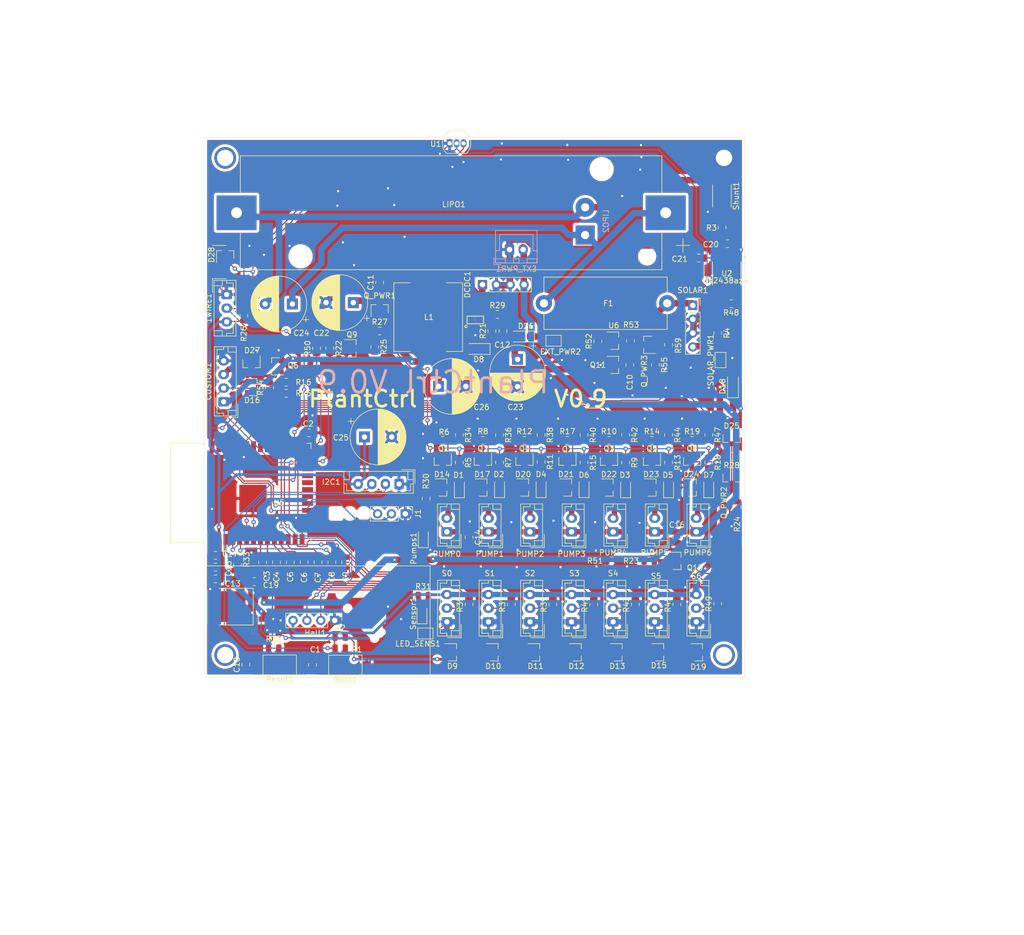
<source format=kicad_pcb>
(kicad_pcb (version 20171130) (host pcbnew 5.1.10)
  (layers (0 F.Cu signal) (31 B.Cu signal) (34 B.Paste user) (35 F.Paste user) (36 B.SilkS user) (37 F.SilkS user) (38 B.Mask user) (39 F.Mask user) (44 Edge.Cuts user))
  (net 0 "")
  (net 1 PLANT1_PUMP)
  (net 2 PLANT2_PUMP)
  (net 3 PLANT3_PUMP)
  (net 4 PLANT4_PUMP)
  (net 5 PLANT5_PUMP)
  (net 6 PLANT6_PUMP)
  (net 7 GND)
  (net 8 PLANT6_MOIST)
  (net 9 PLANT5_MOIST)
  (net 10 PLANT4_MOIST)
  (net 11 PLANT3_MOIST)
  (net 12 PLANT2_MOIST)
  (net 13 PLANT1_MOIST)
  (net 14 PLANT_CTRL_PUMP_0)
  (net 15 PUMP_PWR)
  (net 16 PWR_PUMP_CONVERTER)
  (net 17 3_3V)
  (net 18 Temp)
  (net 19 PLANT0_PUMP)
  (net 20 PWR_SENSORS)
  (net 21 PLANT0_MOIST)
  (net 22 "Net-(R35-Pad1)")
  (net 23 PLANT_CTRL_PUMP_1)
  (net 24 "Net-(R37-Pad1)")
  (net 25 PLANT_CTRL_PUMP_2)
  (net 26 "Net-(R39-Pad1)")
  (net 27 PLANT_CTRL_PUMP_3)
  (net 28 "Net-(R41-Pad1)")
  (net 29 PLANT_CTRL_PUMP_4)
  (net 30 "Net-(R43-Pad1)")
  (net 31 PLANT_CTRL_PUMP_5)
  (net 32 "Net-(R45-Pad1)")
  (net 33 PLANT_CTRL_PUMP_6)
  (net 34 "Net-(R49-Pad1)")
  (net 35 PUMP_ENABLE)
  (net 36 SENSORS_ENABLE)
  (net 37 "Net-(C10-Pad2)")
  (net 38 VCC_BATT)
  (net 39 "Net-(D8-Pad2)")
  (net 40 "Net-(R21-Pad2)")
  (net 41 "Net-(D1-Pad2)")
  (net 42 "Net-(D2-Pad2)")
  (net 43 "Net-(D3-Pad2)")
  (net 44 "Net-(D4-Pad2)")
  (net 45 "Net-(D5-Pad2)")
  (net 46 "Net-(D6-Pad2)")
  (net 47 "Net-(D7-Pad2)")
  (net 48 "Net-(Pumps1-Pad2)")
  (net 49 "Net-(Q1-Pad1)")
  (net 50 "Net-(Q2-Pad1)")
  (net 51 "Net-(Q3-Pad1)")
  (net 52 "Net-(Q4-Pad1)")
  (net 53 "Net-(Q5-Pad1)")
  (net 54 "Net-(Q6-Pad1)")
  (net 55 "Net-(Q7-Pad1)")
  (net 56 "Net-(Q8-Pad1)")
  (net 57 "Net-(Q9-Pad3)")
  (net 58 "Net-(Q9-Pad1)")
  (net 59 "Net-(Q10-Pad3)")
  (net 60 "Net-(Q10-Pad1)")
  (net 61 "Net-(Q_PWR1-Pad1)")
  (net 62 "Net-(Q_PWR2-Pad1)")
  (net 63 "Net-(R31-Pad1)")
  (net 64 "Net-(C12-Pad1)")
  (net 65 "Net-(C19-Pad2)")
  (net 66 VCC)
  (net 67 "Net-(C18-Pad2)")
  (net 68 "Net-(Q_PWR3-Pad1)")
  (net 69 SOLAR_IN)
  (net 70 "Net-(C2-Pad2)")
  (net 71 "Net-(C20-Pad1)")
  (net 72 "Net-(D18-Pad2)")
  (net 73 "Net-(I2C1-Pad3)")
  (net 74 "Net-(I2C1-Pad2)")
  (net 75 "Net-(C21-Pad1)")
  (net 76 "Net-(CUSTOM1-Pad3)")
  (net 77 "Net-(LED_SENS1-Pad1)")
  (net 78 Rsense+)
  (net 79 HALL_TX)
  (net 80 ESP_RX)
  (net 81 ESP_TX)
  (net 82 "Net-(Boot1-Pad2)")
  (net 83 CUSTOM_GPIO1)
  (net 84 VCC_FUSED_ALWAYS)
  (net 85 HALL_RX)
  (net 86 "Net-(Q11-Pad3)")
  (net 87 GPIO2)
  (net 88 "Net-(R52-Pad2)")
  (net 89 "Net-(U2-Pad7)")
  (net 90 "Net-(U2-Pad6)")
  (net 91 "Net-(U4-Pad6)")
  (net 92 "Net-(U5-Pad17)")
  (net 93 "Net-(U5-Pad18)")
  (net 94 "Net-(U5-Pad19)")
  (net 95 "Net-(U5-Pad20)")
  (net 96 "Net-(U5-Pad21)")
  (net 97 "Net-(U5-Pad22)")
  (net 98 "Net-(U5-Pad32)")
  (module Connector_PinHeader_2.54mm:PinHeader_1x03_P2.54mm_Vertical (layer F.Cu) (at 207.01 109.728 270)
    (fp_text reference J1 (at 0 -2.33 90) (layer F.SilkS))
    (fp_text value Conn_01x03_Female)
    (pad 3 thru_hole oval (at 0 5.08 270) (size 1.7 1.7) (drill 1) (layers *.Cu *.Mask) (net 80 ESP_RX))
    (pad 2 thru_hole oval (at 0 2.54 270) (size 1.7 1.7) (drill 1) (layers *.Cu *.Mask) (net 81 ESP_TX))
    (pad 1 thru_hole rect (at 0 0 270) (size 1.7 1.7) (drill 1) (layers *.Cu *.Mask) (net 7 GND))
  )
  (module Resistor_SMD:R_0805_2012Metric (layer F.Cu) (at 182.118 86.614 90)
    (fp_text reference R54 (at 0 -1.65 90) (layer F.SilkS))
    (fp_text value 10k)
    (pad 2 smd roundrect (at 0.9125 0 90) (size 1.025 1.4) (layers F.Cu F.Paste F.Mask) (roundrect_rratio 0.243902) (net 7 GND))
    (pad 1 smd roundrect (at -0.9125 0 90) (size 1.025 1.4) (layers F.Cu F.Paste F.Mask) (roundrect_rratio 0.243902) (net 83 CUSTOM_GPIO1))
  )
  (module Button_Switch_SMD:SW_SPST_CK_RS282G05A3 (layer F.Cu) (at 183.98 137.47 180)
    (fp_text reference Reset1 (at 0 -2.6) (layer F.SilkS))
    (fp_text value SW_Push)
    (pad 2 smd rect (at 3.9 0 180) (size 1.5 1.5) (layers F.Cu F.Paste F.Mask) (net 67 "Net-(C18-Pad2)"))
    (pad 1 smd rect (at -3.9 0 180) (size 1.5 1.5) (layers F.Cu F.Paste F.Mask) (net 7 GND))
  )
  (module Button_Switch_SMD:SW_SPST_CK_RS282G05A3 (layer F.Cu) (at 196.0245 137.5156 180)
    (fp_text reference Boot1 (at 0 -2.6) (layer F.SilkS))
    (fp_text value Boot)
    (pad 2 smd rect (at 3.9 0 180) (size 1.5 1.5) (layers F.Cu F.Paste F.Mask) (net 82 "Net-(Boot1-Pad2)"))
    (pad 1 smd rect (at -3.9 0 180) (size 1.5 1.5) (layers F.Cu F.Paste F.Mask) (net 7 GND))
  )
  (module Capacitor_THT:CP_Radial_D10.0mm_P5.00mm (layer F.Cu) (at 213.106 86.36)
    (fp_text reference C26 (at 7.874 3.81) (layer F.SilkS))
    (fp_text value 1000uF)
    (pad 2 thru_hole circle (at 5 0) (size 2 2) (drill 1) (layers *.Cu *.Mask) (net 7 GND))
    (pad 1 thru_hole rect (at 0 0) (size 2 2) (drill 1) (layers *.Cu *.Mask) (net 66 VCC))
  )
  (module Package_TO_SOT_SMD:SOT-23 (layer F.Cu) (at 173.99 62.23 90)
    (fp_text reference D28 (at 0 -2.5 90) (layer F.SilkS))
    (fp_text value BAS40-04)
    (pad 3 smd rect (at 1 0 90) (size 0.9 0.8) (layers F.Cu F.Paste F.Mask) (net 18 Temp))
    (pad 2 smd rect (at -1 0.95 90) (size 0.9 0.8) (layers F.Cu F.Paste F.Mask) (net 17 3_3V))
    (pad 1 smd rect (at -1 -0.95 90) (size 0.9 0.8) (layers F.Cu F.Paste F.Mask) (net 7 GND))
  )
  (module Jumper:SolderJumper-2_P1.3mm_Open_Pad1.0x1.5mm (layer F.Cu) (at 264.795 81.534 90)
    (fp_text reference SOLAR_PWR1 (at 0 -1.8 90) (layer F.SilkS))
    (fp_text value NC)
    (pad 1 smd rect (at -0.65 0 90) (size 1 1.5) (layers F.Cu F.Mask) (net 72 "Net-(D18-Pad2)"))
    (pad 2 smd rect (at 0.65 0 90) (size 1 1.5) (layers F.Cu F.Mask) (net 69 SOLAR_IN))
  )
  (module Connector_PinSocket_2.54mm:PinSocket_1x04_P2.54mm_Vertical (layer F.Cu) (at 259.715 71.501)
    (fp_text reference SOLAR1 (at 0 -2.77) (layer F.SilkS))
    (fp_text value Conn_01x04)
    (pad 4 thru_hole oval (at 0 7.62) (size 1.7 1.7) (drill 1) (layers *.Cu *.Mask) (net 69 SOLAR_IN))
    (pad 3 thru_hole oval (at 0 5.08) (size 1.7 1.7) (drill 1) (layers *.Cu *.Mask) (net 7 GND))
    (pad 2 thru_hole oval (at 0 2.54) (size 1.7 1.7) (drill 1) (layers *.Cu *.Mask) (net 7 GND))
    (pad 1 thru_hole rect (at 0 0) (size 1.7 1.7) (drill 1) (layers *.Cu *.Mask) (net 84 VCC_FUSED_ALWAYS))
  )
  (module Resistor_SMD:R_0805_2012Metric (layer F.Cu) (at 252.857 82.423 270)
    (fp_text reference R55 (at 0 -1.65 90) (layer F.SilkS))
    (fp_text value 1k)
    (pad 2 smd roundrect (at 0.9375 0 270) (size 0.975 1.4) (layers F.Cu F.Paste F.Mask) (net 86 "Net-(Q11-Pad3)"))
    (pad 1 smd roundrect (at -0.9375 0 270) (size 0.975 1.4) (layers F.Cu F.Paste F.Mask) (net 68 "Net-(Q_PWR3-Pad1)"))
  )
  (module Resistor_SMD:R_0805_2012Metric (layer F.Cu) (at 248.285 77.978 270)
    (fp_text reference R53 (at -2.921 -0.127 180) (layer F.SilkS))
    (fp_text value 100k)
    (pad 2 smd roundrect (at 0.9375 0 270) (size 0.975 1.4) (layers F.Cu F.Paste F.Mask) (net 37 "Net-(C10-Pad2)"))
    (pad 1 smd roundrect (at -0.9375 0 270) (size 0.975 1.4) (layers F.Cu F.Paste F.Mask) (net 84 VCC_FUSED_ALWAYS))
  )
  (module Resistor_SMD:R_0805_2012Metric (layer F.Cu) (at 242.316 78.105 90)
    (fp_text reference R52 (at 0 -1.65 90) (layer F.SilkS))
    (fp_text value 1k)
    (pad 2 smd roundrect (at 0.9375 0 90) (size 0.975 1.4) (layers F.Cu F.Paste F.Mask) (net 88 "Net-(R52-Pad2)"))
    (pad 1 smd roundrect (at -0.9375 0 90) (size 0.975 1.4) (layers F.Cu F.Paste F.Mask) (net 37 "Net-(C10-Pad2)"))
  )
  (module Resistor_SMD:R_0805_2012Metric (layer F.Cu) (at 201.422 79.121 270)
    (fp_text reference R25 (at 0 -1.65 90) (layer F.SilkS))
    (fp_text value 1k)
    (pad 2 smd roundrect (at 0.9375 0 270) (size 0.975 1.4) (layers F.Cu F.Paste F.Mask) (net 57 "Net-(Q9-Pad3)"))
    (pad 1 smd roundrect (at -0.9375 0 270) (size 0.975 1.4) (layers F.Cu F.Paste F.Mask) (net 61 "Net-(Q_PWR1-Pad1)"))
  )
  (module Resistor_SMD:R_0805_2012Metric (layer F.Cu) (at 267.843 108.458 270)
    (fp_text reference R24 (at 3.175 0 90) (layer F.SilkS))
    (fp_text value 1k)
    (pad 2 smd roundrect (at 0.9375 0 270) (size 0.975 1.4) (layers F.Cu F.Paste F.Mask) (net 59 "Net-(Q10-Pad3)"))
    (pad 1 smd roundrect (at -0.9375 0 270) (size 0.975 1.4) (layers F.Cu F.Paste F.Mask) (net 62 "Net-(Q_PWR2-Pad1)"))
  )
  (module Package_TO_SOT_SMD:SOT-23 (layer F.Cu) (at 245.364 82.423)
    (fp_text reference Q11 (at -3.048 0) (layer F.SilkS))
    (fp_text value "N-channel 30V 5A")
    (pad 3 smd rect (at 1 0) (size 0.9 0.8) (layers F.Cu F.Paste F.Mask) (net 86 "Net-(Q11-Pad3)"))
    (pad 2 smd rect (at -1 0.95) (size 0.9 0.8) (layers F.Cu F.Paste F.Mask) (net 7 GND))
    (pad 1 smd rect (at -1 -0.95) (size 0.9 0.8) (layers F.Cu F.Paste F.Mask) (net 37 "Net-(C10-Pad2)"))
  )
  (module Package_TO_SOT_SMD:SOT-23 (layer F.Cu) (at 178.816 82.169 270)
    (fp_text reference D27 (at -2.413 -0.127 180) (layer F.SilkS))
    (fp_text value BAS40-04)
    (pad 3 smd rect (at 1 0 270) (size 0.9 0.8) (layers F.Cu F.Paste F.Mask) (net 76 "Net-(CUSTOM1-Pad3)"))
    (pad 2 smd rect (at -1 0.95 270) (size 0.9 0.8) (layers F.Cu F.Paste F.Mask) (net 66 VCC))
    (pad 1 smd rect (at -1 -0.95 270) (size 0.9 0.8) (layers F.Cu F.Paste F.Mask) (net 7 GND))
  )
  (module Capacitor_THT:CP_Radial_D10.0mm_P5.00mm (layer F.Cu) (at 199.517 95.631)
    (fp_text reference C25 (at -4.318 0.127) (layer F.SilkS))
    (fp_text value 1000uF)
    (pad 2 thru_hole circle (at 5 0) (size 2 2) (drill 1) (layers *.Cu *.Mask) (net 7 GND))
    (pad 1 thru_hole rect (at 0 0) (size 2 2) (drill 1) (layers *.Cu *.Mask) (net 17 3_3V))
  )
  (module Capacitor_SMD:C_0805_2012Metric (layer F.Cu) (at 248.158 82.423 90)
    (fp_text reference C10 (at -3.175 0 90) (layer F.SilkS))
    (fp_text value 100n)
    (pad 2 smd roundrect (at 0.9375 0 90) (size 0.975 1.4) (layers F.Cu F.Paste F.Mask) (net 37 "Net-(C10-Pad2)"))
    (pad 1 smd roundrect (at -0.9375 0 90) (size 0.975 1.4) (layers F.Cu F.Paste F.Mask) (net 7 GND))
  )
  (module LED_SMD:LED_0805_2012Metric_Castellated (layer F.Cu) (at 210.058 128.016 90)
    (fp_text reference Sensor1 (at 0 -1.6 90) (layer F.SilkS))
    (fp_text value LED_green)
    (pad 2 smd roundrect (at 0.9625 0 90) (size 1.325 1.3) (layers F.Cu F.Paste F.Mask) (roundrect_rratio 0.192308) (net 63 "Net-(R31-Pad1)"))
    (pad 1 smd roundrect (at -0.9625 0 90) (size 1.325 1.3) (layers F.Cu F.Paste F.Mask) (roundrect_rratio 0.192308) (net 77 "Net-(LED_SENS1-Pad1)"))
  )
  (module Resistor_SMD:R_0805_2012Metric (layer F.Cu) (at 255.27 78.74 90)
    (fp_text reference R59 (at -0.127 1.778 90) (layer F.SilkS))
    (fp_text value 10k)
    (pad 2 smd roundrect (at 0.9375 0 90) (size 0.975 1.4) (layers F.Cu F.Paste F.Mask) (net 84 VCC_FUSED_ALWAYS))
    (pad 1 smd roundrect (at -0.9375 0 90) (size 0.975 1.4) (layers F.Cu F.Paste F.Mask) (net 68 "Net-(Q_PWR3-Pad1)"))
  )
  (module Resistor_SMD:R_0805_2012Metric (layer F.Cu) (at 244.856 118.364 180)
    (fp_text reference R51 (at 3.048 0) (layer F.SilkS))
    (fp_text value 1k)
    (pad 2 smd roundrect (at 0.9375 0 180) (size 0.975 1.4) (layers F.Cu F.Paste F.Mask) (net 36 SENSORS_ENABLE))
    (pad 1 smd roundrect (at -0.9375 0 180) (size 0.975 1.4) (layers F.Cu F.Paste F.Mask) (net 60 "Net-(Q10-Pad1)"))
  )
  (module Resistor_SMD:R_0805_2012Metric (layer F.Cu) (at 190.754 79.375 270)
    (fp_text reference R50 (at 0 1.651 90) (layer F.SilkS))
    (fp_text value 1k)
    (pad 2 smd roundrect (at 0.9375 0 270) (size 0.975 1.4) (layers F.Cu F.Paste F.Mask) (net 35 PUMP_ENABLE))
    (pad 1 smd roundrect (at -0.9375 0 270) (size 0.975 1.4) (layers F.Cu F.Paste F.Mask) (net 58 "Net-(Q9-Pad1)"))
  )
  (module Resistor_SMD:R_0805_2012Metric (layer F.Cu) (at 264.287 126.238 90)
    (fp_text reference R49 (at 0 -1.65 90) (layer F.SilkS))
    (fp_text value 1k)
    (pad 2 smd roundrect (at 0.9375 0 90) (size 0.975 1.4) (layers F.Cu F.Paste F.Mask) (net 8 PLANT6_MOIST))
    (pad 1 smd roundrect (at -0.9375 0 90) (size 0.975 1.4) (layers F.Cu F.Paste F.Mask) (net 34 "Net-(R49-Pad1)"))
  )
  (module Resistor_SMD:R_0805_2012Metric (layer F.Cu) (at 266.7508 71.1962 180)
    (fp_text reference R48 (at 0 -1.65) (layer F.SilkS))
    (fp_text value 1k)
    (pad 2 smd roundrect (at 0.9375 0 180) (size 0.975 1.4) (layers F.Cu F.Paste F.Mask) (net 75 "Net-(C21-Pad1)"))
    (pad 1 smd roundrect (at -0.9375 0 180) (size 0.975 1.4) (layers F.Cu F.Paste F.Mask) (net 78 Rsense+))
  )
  (module Resistor_SMD:R_0805_2012Metric (layer F.Cu) (at 262.636 95.25 270)
    (fp_text reference R47 (at 0 -1.65 90) (layer F.SilkS))
    (fp_text value 1k)
    (pad 2 smd roundrect (at 0.9375 0 270) (size 0.975 1.4) (layers F.Cu F.Paste F.Mask) (net 56 "Net-(Q8-Pad1)"))
    (pad 1 smd roundrect (at -0.9375 0 270) (size 0.975 1.4) (layers F.Cu F.Paste F.Mask) (net 33 PLANT_CTRL_PUMP_6))
  )
  (module Resistor_SMD:R_0805_2012Metric (layer F.Cu) (at 185.166 87.63)
    (fp_text reference R46 (at 3.175 0) (layer F.SilkS))
    (fp_text value 1k)
    (pad 2 smd roundrect (at 0.9375 0) (size 0.975 1.4) (layers F.Cu F.Paste F.Mask) (net 87 GPIO2))
    (pad 1 smd roundrect (at -0.9375 0) (size 0.975 1.4) (layers F.Cu F.Paste F.Mask) (net 54 "Net-(Q6-Pad1)"))
  )
  (module Resistor_SMD:R_0805_2012Metric (layer F.Cu) (at 256.794 126.365 90)
    (fp_text reference R45 (at 0 -1.65 90) (layer F.SilkS))
    (fp_text value 1k)
    (pad 2 smd roundrect (at 0.9375 0 90) (size 0.975 1.4) (layers F.Cu F.Paste F.Mask) (net 9 PLANT5_MOIST))
    (pad 1 smd roundrect (at -0.9375 0 90) (size 0.975 1.4) (layers F.Cu F.Paste F.Mask) (net 32 "Net-(R45-Pad1)"))
  )
  (module Resistor_SMD:R_0805_2012Metric (layer F.Cu) (at 255.27 95.25 270)
    (fp_text reference R44 (at 0 -1.65 90) (layer F.SilkS))
    (fp_text value 1k)
    (pad 2 smd roundrect (at 0.9375 0 270) (size 0.975 1.4) (layers F.Cu F.Paste F.Mask) (net 53 "Net-(Q5-Pad1)"))
    (pad 1 smd roundrect (at -0.9375 0 270) (size 0.975 1.4) (layers F.Cu F.Paste F.Mask) (net 31 PLANT_CTRL_PUMP_5))
  )
  (module Resistor_SMD:R_0805_2012Metric (layer F.Cu) (at 249.174 126.365 90)
    (fp_text reference R43 (at 0 -1.65 90) (layer F.SilkS))
    (fp_text value 1k)
    (pad 2 smd roundrect (at 0.9375 0 90) (size 0.975 1.4) (layers F.Cu F.Paste F.Mask) (net 10 PLANT4_MOIST))
    (pad 1 smd roundrect (at -0.9375 0 90) (size 0.975 1.4) (layers F.Cu F.Paste F.Mask) (net 30 "Net-(R43-Pad1)"))
  )
  (module Resistor_SMD:R_0805_2012Metric (layer F.Cu) (at 247.396 95.25 270)
    (fp_text reference R42 (at 0 -1.65 90) (layer F.SilkS))
    (fp_text value 1k)
    (pad 2 smd roundrect (at 0.9375 0 270) (size 0.975 1.4) (layers F.Cu F.Paste F.Mask) (net 51 "Net-(Q3-Pad1)"))
    (pad 1 smd roundrect (at -0.9375 0 270) (size 0.975 1.4) (layers F.Cu F.Paste F.Mask) (net 29 PLANT_CTRL_PUMP_4))
  )
  (module Resistor_SMD:R_0805_2012Metric (layer F.Cu) (at 241.554 126.365 90)
    (fp_text reference R41 (at 0 -1.65 90) (layer F.SilkS))
    (fp_text value 1k)
    (pad 2 smd roundrect (at 0.9375 0 90) (size 0.975 1.4) (layers F.Cu F.Paste F.Mask) (net 11 PLANT3_MOIST))
    (pad 1 smd roundrect (at -0.9375 0 90) (size 0.975 1.4) (layers F.Cu F.Paste F.Mask) (net 28 "Net-(R41-Pad1)"))
  )
  (module Resistor_SMD:R_0805_2012Metric (layer F.Cu) (at 239.776 95.266 270)
    (fp_text reference R40 (at 0 -1.65 90) (layer F.SilkS))
    (fp_text value 1k)
    (pad 2 smd roundrect (at 0.9375 0 270) (size 0.975 1.4) (layers F.Cu F.Paste F.Mask) (net 55 "Net-(Q7-Pad1)"))
    (pad 1 smd roundrect (at -0.9375 0 270) (size 0.975 1.4) (layers F.Cu F.Paste F.Mask) (net 27 PLANT_CTRL_PUMP_3))
  )
  (module Resistor_SMD:R_0805_2012Metric (layer F.Cu) (at 234.061 126.365 90)
    (fp_text reference R39 (at 0 -1.65 90) (layer F.SilkS))
    (fp_text value 1k)
    (pad 2 smd roundrect (at 0.9375 0 90) (size 0.975 1.4) (layers F.Cu F.Paste F.Mask) (net 12 PLANT2_MOIST))
    (pad 1 smd roundrect (at -0.9375 0 90) (size 0.975 1.4) (layers F.Cu F.Paste F.Mask) (net 26 "Net-(R39-Pad1)"))
  )
  (module Resistor_SMD:R_0805_2012Metric (layer F.Cu) (at 231.902 95.266 270)
    (fp_text reference R38 (at 0 -1.65 90) (layer F.SilkS))
    (fp_text value 1k)
    (pad 2 smd roundrect (at 0.9375 0 270) (size 0.975 1.4) (layers F.Cu F.Paste F.Mask) (net 52 "Net-(Q4-Pad1)"))
    (pad 1 smd roundrect (at -0.9375 0 270) (size 0.975 1.4) (layers F.Cu F.Paste F.Mask) (net 25 PLANT_CTRL_PUMP_2))
  )
  (module Resistor_SMD:R_0805_2012Metric (layer F.Cu) (at 226.441 126.349 90)
    (fp_text reference R37 (at 0 -1.65 90) (layer F.SilkS))
    (fp_text value 1k)
    (pad 2 smd roundrect (at 0.9375 0 90) (size 0.975 1.4) (layers F.Cu F.Paste F.Mask) (net 13 PLANT1_MOIST))
    (pad 1 smd roundrect (at -0.9375 0 90) (size 0.975 1.4) (layers F.Cu F.Paste F.Mask) (net 24 "Net-(R37-Pad1)"))
  )
  (module Resistor_SMD:R_0805_2012Metric (layer F.Cu) (at 224.282 95.266 270)
    (fp_text reference R36 (at 0 -1.65 90) (layer F.SilkS))
    (fp_text value 1k)
    (pad 2 smd roundrect (at 0.9375 0 270) (size 0.975 1.4) (layers F.Cu F.Paste F.Mask) (net 50 "Net-(Q2-Pad1)"))
    (pad 1 smd roundrect (at -0.9375 0 270) (size 0.975 1.4) (layers F.Cu F.Paste F.Mask) (net 23 PLANT_CTRL_PUMP_1))
  )
  (module Resistor_SMD:R_0805_2012Metric (layer F.Cu) (at 218.694 126.349 90)
    (fp_text reference R35 (at 0 -1.65 90) (layer F.SilkS))
    (fp_text value 1k)
    (pad 2 smd roundrect (at 0.9375 0 90) (size 0.975 1.4) (layers F.Cu F.Paste F.Mask) (net 21 PLANT0_MOIST))
    (pad 1 smd roundrect (at -0.9375 0 90) (size 0.975 1.4) (layers F.Cu F.Paste F.Mask) (net 22 "Net-(R35-Pad1)"))
  )
  (module Resistor_SMD:R_0805_2012Metric (layer F.Cu) (at 216.916 95.25 270)
    (fp_text reference R34 (at 0 -1.65 90) (layer F.SilkS))
    (fp_text value 1k)
    (pad 2 smd roundrect (at 0.9375 0 270) (size 0.975 1.4) (layers F.Cu F.Paste F.Mask) (net 49 "Net-(Q1-Pad1)"))
    (pad 1 smd roundrect (at -0.9375 0 270) (size 0.975 1.4) (layers F.Cu F.Paste F.Mask) (net 14 PLANT_CTRL_PUMP_0))
  )
  (module Resistor_SMD:R_0805_2012Metric (layer F.Cu) (at 176.276 119.126 270)
    (fp_text reference R33 (at -1.016 -1.651 90) (layer F.SilkS))
    (fp_text value 10k)
    (pad 2 smd roundrect (at 0.9375 0 270) (size 0.975 1.4) (layers F.Cu F.Paste F.Mask) (net 17 3_3V))
    (pad 1 smd roundrect (at -0.9375 0 270) (size 0.975 1.4) (layers F.Cu F.Paste F.Mask) (net 65 "Net-(C19-Pad2)"))
  )
  (module Resistor_SMD:R_0805_2012Metric (layer F.Cu) (at 182.88 134.366)
    (fp_text reference R32 (at 0 -1.65) (layer F.SilkS))
    (fp_text value 1k)
    (pad 2 smd roundrect (at 0.9375 0) (size 0.975 1.4) (layers F.Cu F.Paste F.Mask) (net 67 "Net-(C18-Pad2)"))
    (pad 1 smd roundrect (at -0.9375 0) (size 0.975 1.4) (layers F.Cu F.Paste F.Mask) (net 65 "Net-(C19-Pad2)"))
  )
  (module Resistor_SMD:R_0805_2012Metric (layer F.Cu) (at 210.312 124.714)
    (fp_text reference R31 (at 0 -1.65) (layer F.SilkS))
    (fp_text value 4,7K)
    (pad 2 smd roundrect (at 0.9375 0) (size 0.975 1.4) (layers F.Cu F.Paste F.Mask) (net 20 PWR_SENSORS))
    (pad 1 smd roundrect (at -0.9375 0) (size 0.975 1.4) (layers F.Cu F.Paste F.Mask) (net 63 "Net-(R31-Pad1)"))
  )
  (module Resistor_SMD:R_0805_2012Metric (layer F.Cu) (at 210.82 106.934 270)
    (fp_text reference R30 (at -3.175 0 90) (layer F.SilkS))
    (fp_text value 270)
    (pad 2 smd roundrect (at 0.9375 0 270) (size 0.975 1.4) (layers F.Cu F.Paste F.Mask) (net 48 "Net-(Pumps1-Pad2)"))
    (pad 1 smd roundrect (at -0.9375 0 270) (size 0.975 1.4) (layers F.Cu F.Paste F.Mask) (net 16 PWR_PUMP_CONVERTER))
  )
  (module Resistor_SMD:R_0805_2012Metric (layer F.Cu) (at 223.901 73.152)
    (fp_text reference R29 (at 0 -1.65) (layer F.SilkS))
    (fp_text value 1k)
    (pad 2 smd roundrect (at 0.9375 0) (size 0.975 1.4) (layers F.Cu F.Paste F.Mask) (net 7 GND))
    (pad 1 smd roundrect (at -0.9375 0) (size 0.975 1.4) (layers F.Cu F.Paste F.Mask) (net 40 "Net-(R21-Pad2)"))
  )
  (module Resistor_SMD:R_0805_2012Metric (layer F.Cu) (at 266.827 99.187 180)
    (fp_text reference R28 (at 0 -1.65) (layer F.SilkS))
    (fp_text value 10k)
    (pad 2 smd roundrect (at 0.9375 0 180) (size 0.975 1.4) (layers F.Cu F.Paste F.Mask) (net 66 VCC))
    (pad 1 smd roundrect (at -0.9375 0 180) (size 0.975 1.4) (layers F.Cu F.Paste F.Mask) (net 62 "Net-(Q_PWR2-Pad1)"))
  )
  (module Resistor_SMD:R_0805_2012Metric (layer F.Cu) (at 202.311 76.2)
    (fp_text reference R27 (at 0 -1.65) (layer F.SilkS))
    (fp_text value 10k)
    (pad 2 smd roundrect (at 0.9375 0) (size 0.975 1.4) (layers F.Cu F.Paste F.Mask) (net 66 VCC))
    (pad 1 smd roundrect (at -0.9375 0) (size 0.975 1.4) (layers F.Cu F.Paste F.Mask) (net 61 "Net-(Q_PWR1-Pad1)"))
  )
  (module Resistor_SMD:R_0805_2012Metric (layer F.Cu) (at 177.419 73.406 270)
    (fp_text reference R26 (at 3.302 0 90) (layer F.SilkS))
    (fp_text value 2.2k)
    (pad 2 smd roundrect (at 0.9375 0 270) (size 0.975 1.4) (layers F.Cu F.Paste F.Mask) (net 17 3_3V))
    (pad 1 smd roundrect (at -0.9375 0 270) (size 0.975 1.4) (layers F.Cu F.Paste F.Mask) (net 18 Temp))
  )
  (module Resistor_SMD:R_0805_2012Metric (layer F.Cu) (at 251.714 118.364)
    (fp_text reference R23 (at -3.302 0) (layer F.SilkS))
    (fp_text value 10k)
    (pad 2 smd roundrect (at 0.9375 0) (size 0.975 1.4) (layers F.Cu F.Paste F.Mask) (net 7 GND))
    (pad 1 smd roundrect (at -0.9375 0) (size 0.975 1.4) (layers F.Cu F.Paste F.Mask) (net 60 "Net-(Q10-Pad1)"))
  )
  (module Resistor_SMD:R_0805_2012Metric (layer F.Cu) (at 193.167 79.375 270)
    (fp_text reference R22 (at 0 -1.65 90) (layer F.SilkS))
    (fp_text value 10k)
    (pad 2 smd roundrect (at 0.9375 0 270) (size 0.975 1.4) (layers F.Cu F.Paste F.Mask) (net 7 GND))
    (pad 1 smd roundrect (at -0.9375 0 270) (size 0.975 1.4) (layers F.Cu F.Paste F.Mask) (net 58 "Net-(Q9-Pad1)"))
  )
  (module Resistor_SMD:R_0805_2012Metric (layer F.Cu) (at 222.885 76.2 90)
    (fp_text reference R21 (at 0 -1.65 90) (layer F.SilkS))
    (fp_text value 19k-19.5K)
    (pad 2 smd roundrect (at 0.9375 0 90) (size 0.975 1.4) (layers F.Cu F.Paste F.Mask) (net 40 "Net-(R21-Pad2)"))
    (pad 1 smd roundrect (at -0.9375 0 90) (size 0.975 1.4) (layers F.Cu F.Paste F.Mask) (net 64 "Net-(C12-Pad1)"))
  )
  (module Resistor_SMD:R_0805_2012Metric (layer F.Cu) (at 259.572 96.266 180)
    (fp_text reference R19 (at -0.016 1.651) (layer F.SilkS))
    (fp_text value 10k)
    (pad 2 smd roundrect (at 0.9375 0 180) (size 0.975 1.4) (layers F.Cu F.Paste F.Mask) (net 7 GND))
    (pad 1 smd roundrect (at -0.9375 0 180) (size 0.975 1.4) (layers F.Cu F.Paste F.Mask) (net 56 "Net-(Q8-Pad1)"))
  )
  (module Resistor_SMD:R_0805_2012Metric (layer F.Cu) (at 262.636 100.314 270)
    (fp_text reference R18 (at 0 -1.65 90) (layer F.SilkS))
    (fp_text value 270)
    (pad 2 smd roundrect (at 0.9375 0 270) (size 0.975 1.4) (layers F.Cu F.Paste F.Mask) (net 47 "Net-(D7-Pad2)"))
    (pad 1 smd roundrect (at -0.9375 0 270) (size 0.975 1.4) (layers F.Cu F.Paste F.Mask) (net 16 PWR_PUMP_CONVERTER))
  )
  (module Resistor_SMD:R_0805_2012Metric (layer F.Cu) (at 236.712 96.266 180)
    (fp_text reference R17 (at -0.016 1.651) (layer F.SilkS))
    (fp_text value 10K)
    (pad 2 smd roundrect (at 0.9375 0 180) (size 0.975 1.4) (layers F.Cu F.Paste F.Mask) (net 7 GND))
    (pad 1 smd roundrect (at -0.9375 0 180) (size 0.975 1.4) (layers F.Cu F.Paste F.Mask) (net 55 "Net-(Q7-Pad1)"))
  )
  (module Resistor_SMD:R_0805_2012Metric (layer F.Cu) (at 185.166 85.598)
    (fp_text reference R16 (at 3.175 0) (layer F.SilkS))
    (fp_text value 10k)
    (pad 2 smd roundrect (at 0.9375 0) (size 0.975 1.4) (layers F.Cu F.Paste F.Mask) (net 7 GND))
    (pad 1 smd roundrect (at -0.9375 0) (size 0.975 1.4) (layers F.Cu F.Paste F.Mask) (net 54 "Net-(Q6-Pad1)"))
  )
  (module Resistor_SMD:R_0805_2012Metric (layer F.Cu) (at 239.776 100.346 270)
    (fp_text reference R15 (at 0 -1.65 90) (layer F.SilkS))
    (fp_text value 270)
    (pad 2 smd roundrect (at 0.9375 0 270) (size 0.975 1.4) (layers F.Cu F.Paste F.Mask) (net 46 "Net-(D6-Pad2)"))
    (pad 1 smd roundrect (at -0.9375 0 270) (size 0.975 1.4) (layers F.Cu F.Paste F.Mask) (net 16 PWR_PUMP_CONVERTER))
  )
  (module Resistor_SMD:R_0805_2012Metric (layer F.Cu) (at 252.222 96.266 180)
    (fp_text reference R14 (at 0 1.651) (layer F.SilkS))
    (fp_text value 10k)
    (pad 2 smd roundrect (at 0.9375 0 180) (size 0.975 1.4) (layers F.Cu F.Paste F.Mask) (net 7 GND))
    (pad 1 smd roundrect (at -0.9375 0 180) (size 0.975 1.4) (layers F.Cu F.Paste F.Mask) (net 53 "Net-(Q5-Pad1)"))
  )
  (module Resistor_SMD:R_0805_2012Metric (layer F.Cu) (at 255.27 100.33 270)
    (fp_text reference R13 (at 0 -1.65 90) (layer F.SilkS))
    (fp_text value 270)
    (pad 2 smd roundrect (at 0.9375 0 270) (size 0.975 1.4) (layers F.Cu F.Paste F.Mask) (net 45 "Net-(D5-Pad2)"))
    (pad 1 smd roundrect (at -0.9375 0 270) (size 0.975 1.4) (layers F.Cu F.Paste F.Mask) (net 16 PWR_PUMP_CONVERTER))
  )
  (module Resistor_SMD:R_0805_2012Metric (layer F.Cu) (at 228.838 96.266 180)
    (fp_text reference R12 (at 0 1.651) (layer F.SilkS))
    (fp_text value 10k)
    (pad 2 smd roundrect (at 0.9375 0 180) (size 0.975 1.4) (layers F.Cu F.Paste F.Mask) (net 7 GND))
    (pad 1 smd roundrect (at -0.9375 0 180) (size 0.975 1.4) (layers F.Cu F.Paste F.Mask) (net 52 "Net-(Q4-Pad1)"))
  )
  (module Resistor_SMD:R_0805_2012Metric (layer F.Cu) (at 231.902 100.203 270)
    (fp_text reference R11 (at 0 -1.65 90) (layer F.SilkS))
    (fp_text value 270)
    (pad 2 smd roundrect (at 0.9375 0 270) (size 0.975 1.4) (layers F.Cu F.Paste F.Mask) (net 44 "Net-(D4-Pad2)"))
    (pad 1 smd roundrect (at -0.9375 0 270) (size 0.975 1.4) (layers F.Cu F.Paste F.Mask) (net 16 PWR_PUMP_CONVERTER))
  )
  (module Resistor_SMD:R_0805_2012Metric (layer F.Cu) (at 244.348 96.266 180)
    (fp_text reference R10 (at 0 1.651) (layer F.SilkS))
    (fp_text value 10K)
    (pad 2 smd roundrect (at 0.9375 0 180) (size 0.975 1.4) (layers F.Cu F.Paste F.Mask) (net 7 GND))
    (pad 1 smd roundrect (at -0.9375 0 180) (size 0.975 1.4) (layers F.Cu F.Paste F.Mask) (net 51 "Net-(Q3-Pad1)"))
  )
  (module Resistor_SMD:R_0805_2012Metric (layer F.Cu) (at 247.396 100.33 270)
    (fp_text reference R9 (at 0 -1.65 90) (layer F.SilkS))
    (fp_text value 270)
    (pad 2 smd roundrect (at 0.9375 0 270) (size 0.975 1.4) (layers F.Cu F.Paste F.Mask) (net 43 "Net-(D3-Pad2)"))
    (pad 1 smd roundrect (at -0.9375 0 270) (size 0.975 1.4) (layers F.Cu F.Paste F.Mask) (net 16 PWR_PUMP_CONVERTER))
  )
  (module Resistor_SMD:R_0805_2012Metric (layer F.Cu) (at 221.234 96.266)
    (fp_text reference R8 (at 0 -1.65) (layer F.SilkS))
    (fp_text value 10k)
    (pad 2 smd roundrect (at 0.9375 0) (size 0.975 1.4) (layers F.Cu F.Paste F.Mask) (net 50 "Net-(Q2-Pad1)"))
    (pad 1 smd roundrect (at -0.9375 0) (size 0.975 1.4) (layers F.Cu F.Paste F.Mask) (net 7 GND))
  )
  (module Resistor_SMD:R_0805_2012Metric (layer F.Cu) (at 224.282 100.33 270)
    (fp_text reference R7 (at 0 -1.65 90) (layer F.SilkS))
    (fp_text value 270)
    (pad 2 smd roundrect (at 0.9375 0 270) (size 0.975 1.4) (layers F.Cu F.Paste F.Mask) (net 42 "Net-(D2-Pad2)"))
    (pad 1 smd roundrect (at -0.9375 0 270) (size 0.975 1.4) (layers F.Cu F.Paste F.Mask) (net 16 PWR_PUMP_CONVERTER))
  )
  (module Resistor_SMD:R_0805_2012Metric (layer F.Cu) (at 213.868 96.266 180)
    (fp_text reference R6 (at -0.254 1.524) (layer F.SilkS))
    (fp_text value 10k)
    (pad 2 smd roundrect (at 0.9375 0 180) (size 0.975 1.4) (layers F.Cu F.Paste F.Mask) (net 7 GND))
    (pad 1 smd roundrect (at -0.9375 0 180) (size 0.975 1.4) (layers F.Cu F.Paste F.Mask) (net 49 "Net-(Q1-Pad1)"))
  )
  (module Resistor_SMD:R_0805_2012Metric (layer F.Cu) (at 216.916 100.33 270)
    (fp_text reference R5 (at 0 -1.65 90) (layer F.SilkS))
    (fp_text value 270)
    (pad 2 smd roundrect (at 0.9375 0 270) (size 0.975 1.4) (layers F.Cu F.Paste F.Mask) (net 41 "Net-(D1-Pad2)"))
    (pad 1 smd roundrect (at -0.9375 0 270) (size 0.975 1.4) (layers F.Cu F.Paste F.Mask) (net 16 PWR_PUMP_CONVERTER))
  )
  (module Resistor_SMD:R_0805_2012Metric (layer F.Cu) (at 264.287 76.581 270)
    (fp_text reference R4 (at 0 -1.65 90) (layer F.SilkS))
    (fp_text value 10k)
    (pad 2 smd roundrect (at 0.9375 0 270) (size 0.975 1.4) (layers F.Cu F.Paste F.Mask) (net 69 SOLAR_IN))
    (pad 1 smd roundrect (at -0.9375 0 270) (size 0.975 1.4) (layers F.Cu F.Paste F.Mask) (net 75 "Net-(C21-Pad1)"))
  )
  (module Resistor_SMD:R_0805_2012Metric (layer F.Cu) (at 265.0744 57.2352 270)
    (fp_text reference R3 (at 0.0418 1.9304 180) (layer F.SilkS))
    (fp_text value 100k)
    (pad 2 smd roundrect (at 0.9375 0 270) (size 0.975 1.4) (layers F.Cu F.Paste F.Mask) (net 71 "Net-(C20-Pad1)"))
    (pad 1 smd roundrect (at -0.9375 0 270) (size 0.975 1.4) (layers F.Cu F.Paste F.Mask) (net 7 GND))
  )
  (module Resistor_SMD:R_0805_2012Metric (layer F.Cu) (at 195.072 132.334)
    (fp_text reference R2 (at 0 -1.65) (layer F.SilkS))
    (fp_text value 1k)
    (pad 2 smd roundrect (at 0.9375 0) (size 0.975 1.4) (layers F.Cu F.Paste F.Mask) (net 17 3_3V))
    (pad 1 smd roundrect (at -0.9375 0) (size 0.975 1.4) (layers F.Cu F.Paste F.Mask) (net 70 "Net-(C2-Pad2)"))
  )
  (module Resistor_SMD:R_0805_2012Metric (layer F.Cu) (at 195.072 134.366)
    (fp_text reference R1 (at 3.048 0.254) (layer F.SilkS))
    (fp_text value 1k)
    (pad 2 smd roundrect (at 0.9375 0) (size 0.975 1.4) (layers F.Cu F.Paste F.Mask) (net 82 "Net-(Boot1-Pad2)"))
    (pad 1 smd roundrect (at -0.9375 0) (size 0.975 1.4) (layers F.Cu F.Paste F.Mask) (net 70 "Net-(C2-Pad2)"))
  )
  (module Package_TO_SOT_SMD:SOT-23 (layer F.Cu) (at 251.46 78.74 180)
    (fp_text reference Q_PWR3 (at 0.635 -4.826 90) (layer F.SilkS))
    (fp_text value "P-channel 50v 4A")
    (pad 3 smd rect (at 1 0 180) (size 0.9 0.8) (layers F.Cu F.Paste F.Mask) (net 66 VCC))
    (pad 2 smd rect (at -1 0.95 180) (size 0.9 0.8) (layers F.Cu F.Paste F.Mask) (net 84 VCC_FUSED_ALWAYS))
    (pad 1 smd rect (at -1 -0.95 180) (size 0.9 0.8) (layers F.Cu F.Paste F.Mask) (net 68 "Net-(Q_PWR3-Pad1)"))
  )
  (module Package_TO_SOT_SMD:SOT-23 (layer F.Cu) (at 266.827 103.124 270)
    (fp_text reference Q_PWR2 (at 4.572 1.397 90) (layer F.SilkS))
    (fp_text value "P-channel 50v 4A")
    (pad 3 smd rect (at 1 0 270) (size 0.9 0.8) (layers F.Cu F.Paste F.Mask) (net 20 PWR_SENSORS))
    (pad 2 smd rect (at -1 0.95 270) (size 0.9 0.8) (layers F.Cu F.Paste F.Mask) (net 66 VCC))
    (pad 1 smd rect (at -1 -0.95 270) (size 0.9 0.8) (layers F.Cu F.Paste F.Mask) (net 62 "Net-(Q_PWR2-Pad1)"))
  )
  (module Package_TO_SOT_SMD:SOT-23 (layer F.Cu) (at 202.311 72.136 90)
    (fp_text reference Q_PWR1 (at 2.413 0 180) (layer F.SilkS))
    (fp_text value "P-channel 50v 4A")
    (pad 3 smd rect (at 1 0 90) (size 0.9 0.8) (layers F.Cu F.Paste F.Mask) (net 16 PWR_PUMP_CONVERTER))
    (pad 2 smd rect (at -1 0.95 90) (size 0.9 0.8) (layers F.Cu F.Paste F.Mask) (net 66 VCC))
    (pad 1 smd rect (at -1 -0.95 90) (size 0.9 0.8) (layers F.Cu F.Paste F.Mask) (net 61 "Net-(Q_PWR1-Pad1)"))
  )
  (module Package_TO_SOT_SMD:SOT-23 (layer F.Cu) (at 256.794 118.364)
    (fp_text reference Q10 (at 3.302 1.27) (layer F.SilkS))
    (fp_text value "N-channel 30V 5A")
    (pad 3 smd rect (at 1 0) (size 0.9 0.8) (layers F.Cu F.Paste F.Mask) (net 59 "Net-(Q10-Pad3)"))
    (pad 2 smd rect (at -1 0.95) (size 0.9 0.8) (layers F.Cu F.Paste F.Mask) (net 7 GND))
    (pad 1 smd rect (at -1 -0.95) (size 0.9 0.8) (layers F.Cu F.Paste F.Mask) (net 60 "Net-(Q10-Pad1)"))
  )
  (module Package_TO_SOT_SMD:SOT-23 (layer F.Cu) (at 197.231 79.375)
    (fp_text reference Q9 (at 0 -2.5) (layer F.SilkS))
    (fp_text value "N-channel 30V 5A")
    (pad 3 smd rect (at 1 0) (size 0.9 0.8) (layers F.Cu F.Paste F.Mask) (net 57 "Net-(Q9-Pad3)"))
    (pad 2 smd rect (at -1 0.95) (size 0.9 0.8) (layers F.Cu F.Paste F.Mask) (net 7 GND))
    (pad 1 smd rect (at -1 -0.95) (size 0.9 0.8) (layers F.Cu F.Paste F.Mask) (net 58 "Net-(Q9-Pad1)"))
  )
  (module Package_TO_SOT_SMD:SOT-23 (layer F.Cu) (at 259.588 100.076 270)
    (fp_text reference Q8 (at -2.286 0 180) (layer F.SilkS))
    (fp_text value "N-channel 30V 5A")
    (pad 3 smd rect (at 1 0 270) (size 0.9 0.8) (layers F.Cu F.Paste F.Mask) (net 6 PLANT6_PUMP))
    (pad 2 smd rect (at -1 0.95 270) (size 0.9 0.8) (layers F.Cu F.Paste F.Mask) (net 7 GND))
    (pad 1 smd rect (at -1 -0.95 270) (size 0.9 0.8) (layers F.Cu F.Paste F.Mask) (net 56 "Net-(Q8-Pad1)"))
  )
  (module Package_TO_SOT_SMD:SOT-23 (layer F.Cu) (at 236.728 100.076 270)
    (fp_text reference Q7 (at -2.159 0 180) (layer F.SilkS))
    (fp_text value "N-channel 30V 5A")
    (pad 3 smd rect (at 1 0 270) (size 0.9 0.8) (layers F.Cu F.Paste F.Mask) (net 3 PLANT3_PUMP))
    (pad 2 smd rect (at -1 0.95 270) (size 0.9 0.8) (layers F.Cu F.Paste F.Mask) (net 7 GND))
    (pad 1 smd rect (at -1 -0.95 270) (size 0.9 0.8) (layers F.Cu F.Paste F.Mask) (net 55 "Net-(Q7-Pad1)"))
  )
  (module Package_TO_SOT_SMD:SOT-23 (layer F.Cu) (at 183.261 82.677 180)
    (fp_text reference Q6 (at -3.175 0.127) (layer F.SilkS))
    (fp_text value "N-channel 30V 5A")
    (pad 3 smd rect (at 1 0 180) (size 0.9 0.8) (layers F.Cu F.Paste F.Mask) (net 76 "Net-(CUSTOM1-Pad3)"))
    (pad 2 smd rect (at -1 0.95 180) (size 0.9 0.8) (layers F.Cu F.Paste F.Mask) (net 7 GND))
    (pad 1 smd rect (at -1 -0.95 180) (size 0.9 0.8) (layers F.Cu F.Paste F.Mask) (net 54 "Net-(Q6-Pad1)"))
  )
  (module Package_TO_SOT_SMD:SOT-23 (layer F.Cu) (at 252.222 100.076 270)
    (fp_text reference Q5 (at -2.286 0 180) (layer F.SilkS))
    (fp_text value "N-channel 30V 5A")
    (pad 3 smd rect (at 1 0 270) (size 0.9 0.8) (layers F.Cu F.Paste F.Mask) (net 5 PLANT5_PUMP))
    (pad 2 smd rect (at -1 0.95 270) (size 0.9 0.8) (layers F.Cu F.Paste F.Mask) (net 7 GND))
    (pad 1 smd rect (at -1 -0.95 270) (size 0.9 0.8) (layers F.Cu F.Paste F.Mask) (net 53 "Net-(Q5-Pad1)"))
  )
  (module Package_TO_SOT_SMD:SOT-23 (layer F.Cu) (at 228.854 100.076 270)
    (fp_text reference Q4 (at -2.286 0 180) (layer F.SilkS))
    (fp_text value "N-channel 30V 5A")
    (pad 3 smd rect (at 1 0 270) (size 0.9 0.8) (layers F.Cu F.Paste F.Mask) (net 2 PLANT2_PUMP))
    (pad 2 smd rect (at -1 0.95 270) (size 0.9 0.8) (layers F.Cu F.Paste F.Mask) (net 7 GND))
    (pad 1 smd rect (at -1 -0.95 270) (size 0.9 0.8) (layers F.Cu F.Paste F.Mask) (net 52 "Net-(Q4-Pad1)"))
  )
  (module Package_TO_SOT_SMD:SOT-23 (layer F.Cu) (at 244.348 100.076 270)
    (fp_text reference Q3 (at -2.286 0 180) (layer F.SilkS))
    (fp_text value "N-channel 30V 5A")
    (pad 3 smd rect (at 1 0 270) (size 0.9 0.8) (layers F.Cu F.Paste F.Mask) (net 4 PLANT4_PUMP))
    (pad 2 smd rect (at -1 0.95 270) (size 0.9 0.8) (layers F.Cu F.Paste F.Mask) (net 7 GND))
    (pad 1 smd rect (at -1 -0.95 270) (size 0.9 0.8) (layers F.Cu F.Paste F.Mask) (net 51 "Net-(Q3-Pad1)"))
  )
  (module Package_TO_SOT_SMD:SOT-23 (layer F.Cu) (at 221.234 100.076 270)
    (fp_text reference Q2 (at -2.286 0 180) (layer F.SilkS))
    (fp_text value "N-channel 30V 5A")
    (pad 3 smd rect (at 1 0 270) (size 0.9 0.8) (layers F.Cu F.Paste F.Mask) (net 1 PLANT1_PUMP))
    (pad 2 smd rect (at -1 0.95 270) (size 0.9 0.8) (layers F.Cu F.Paste F.Mask) (net 7 GND))
    (pad 1 smd rect (at -1 -0.95 270) (size 0.9 0.8) (layers F.Cu F.Paste F.Mask) (net 50 "Net-(Q2-Pad1)"))
  )
  (module Package_TO_SOT_SMD:SOT-23 (layer F.Cu) (at 213.868 100.076 270)
    (fp_text reference Q1 (at -2.286 -0.127 180) (layer F.SilkS))
    (fp_text value "N-channel 30V 5A")
    (pad 3 smd rect (at 1 0 270) (size 0.9 0.8) (layers F.Cu F.Paste F.Mask) (net 19 PLANT0_PUMP))
    (pad 2 smd rect (at -1 0.95 270) (size 0.9 0.8) (layers F.Cu F.Paste F.Mask) (net 7 GND))
    (pad 1 smd rect (at -1 -0.95 270) (size 0.9 0.8) (layers F.Cu F.Paste F.Mask) (net 49 "Net-(Q1-Pad1)"))
  )
  (module LED_SMD:LED_0805_2012Metric_Castellated (layer F.Cu) (at 210.312 114.046 90)
    (fp_text reference Pumps1 (at -2.032 -1.778 270) (layer F.SilkS))
    (fp_text value LED_red)
    (pad 2 smd roundrect (at 0.9625 0 90) (size 1.325 1.3) (layers F.Cu F.Paste F.Mask) (roundrect_rratio 0.192308) (net 48 "Net-(Pumps1-Pad2)"))
    (pad 1 smd roundrect (at -0.9625 0 90) (size 1.325 1.3) (layers F.Cu F.Paste F.Mask) (roundrect_rratio 0.192308) (net 7 GND))
  )
  (module LED_SMD:LED_0805_2012Metric_Castellated (layer F.Cu) (at 262.636 104.902 90)
    (fp_text reference D7 (at 2.286 0 180) (layer F.SilkS))
    (fp_text value LED_Blue)
    (pad 2 smd roundrect (at 0.9625 0 90) (size 1.325 1.3) (layers F.Cu F.Paste F.Mask) (roundrect_rratio 0.192308) (net 47 "Net-(D7-Pad2)"))
    (pad 1 smd roundrect (at -0.9625 0 90) (size 1.325 1.3) (layers F.Cu F.Paste F.Mask) (roundrect_rratio 0.192308) (net 6 PLANT6_PUMP))
  )
  (module LED_SMD:LED_0805_2012Metric_Castellated (layer F.Cu) (at 239.776 104.8655 90)
    (fp_text reference D6 (at 2.2495 0 180) (layer F.SilkS))
    (fp_text value LED)
    (pad 2 smd roundrect (at 0.9625 0 90) (size 1.325 1.3) (layers F.Cu F.Paste F.Mask) (roundrect_rratio 0.192308) (net 46 "Net-(D6-Pad2)"))
    (pad 1 smd roundrect (at -0.9625 0 90) (size 1.325 1.3) (layers F.Cu F.Paste F.Mask) (roundrect_rratio 0.192308) (net 3 PLANT3_PUMP))
  )
  (module LED_SMD:LED_0805_2012Metric_Castellated (layer F.Cu) (at 255.27 104.902 90)
    (fp_text reference D5 (at 2.286 -0.127 180) (layer F.SilkS))
    (fp_text value LED)
    (pad 2 smd roundrect (at 0.9625 0 90) (size 1.325 1.3) (layers F.Cu F.Paste F.Mask) (roundrect_rratio 0.192308) (net 45 "Net-(D5-Pad2)"))
    (pad 1 smd roundrect (at -0.9625 0 90) (size 1.325 1.3) (layers F.Cu F.Paste F.Mask) (roundrect_rratio 0.192308) (net 5 PLANT5_PUMP))
  )
  (module LED_SMD:LED_0805_2012Metric_Castellated (layer F.Cu) (at 231.902 104.8655 90)
    (fp_text reference D4 (at 2.3765 0 180) (layer F.SilkS))
    (fp_text value LED_Blue)
    (pad 2 smd roundrect (at 0.9625 0 90) (size 1.325 1.3) (layers F.Cu F.Paste F.Mask) (roundrect_rratio 0.192308) (net 44 "Net-(D4-Pad2)"))
    (pad 1 smd roundrect (at -0.9625 0 90) (size 1.325 1.3) (layers F.Cu F.Paste F.Mask) (roundrect_rratio 0.192308) (net 2 PLANT2_PUMP))
  )
  (module LED_SMD:LED_0805_2012Metric_Castellated (layer F.Cu) (at 247.396 104.902 90)
    (fp_text reference D3 (at 2.286 -0.127 180) (layer F.SilkS))
    (fp_text value LED_Blue)
    (pad 2 smd roundrect (at 0.9625 0 90) (size 1.325 1.3) (layers F.Cu F.Paste F.Mask) (roundrect_rratio 0.192308) (net 43 "Net-(D3-Pad2)"))
    (pad 1 smd roundrect (at -0.9625 0 90) (size 1.325 1.3) (layers F.Cu F.Paste F.Mask) (roundrect_rratio 0.192308) (net 4 PLANT4_PUMP))
  )
  (module LED_SMD:LED_0805_2012Metric_Castellated (layer F.Cu) (at 224.282 104.8655 90)
    (fp_text reference D2 (at 2.3765 -0.127 180) (layer F.SilkS))
    (fp_text value LED)
    (pad 2 smd roundrect (at 0.9625 0 90) (size 1.325 1.3) (layers F.Cu F.Paste F.Mask) (roundrect_rratio 0.192308) (net 42 "Net-(D2-Pad2)"))
    (pad 1 smd roundrect (at -0.9625 0 90) (size 1.325 1.3) (layers F.Cu F.Paste F.Mask) (roundrect_rratio 0.192308) (net 1 PLANT1_PUMP))
  )
  (module LED_SMD:LED_0805_2012Metric_Castellated (layer F.Cu) (at 216.916 104.902 90)
    (fp_text reference D1 (at 2.286 -0.127 180) (layer F.SilkS))
    (fp_text value LED_Blue)
    (pad 2 smd roundrect (at 0.9625 0 90) (size 1.325 1.3) (layers F.Cu F.Paste F.Mask) (roundrect_rratio 0.192308) (net 41 "Net-(D1-Pad2)"))
    (pad 1 smd roundrect (at -0.9625 0 90) (size 1.325 1.3) (layers F.Cu F.Paste F.Mask) (roundrect_rratio 0.192308) (net 19 PLANT0_PUMP))
  )
  (module Capacitor_SMD:C_0805_2012Metric (layer F.Cu) (at 260.7908 62.8142 180)
    (fp_text reference C21 (at 3.4888 -0.1778) (layer F.SilkS))
    (fp_text value 100n)
    (pad 2 smd roundrect (at 0.9375 0 180) (size 0.975 1.4) (layers F.Cu F.Paste F.Mask) (net 7 GND))
    (pad 1 smd roundrect (at -0.9375 0 180) (size 0.975 1.4) (layers F.Cu F.Paste F.Mask) (net 75 "Net-(C21-Pad1)"))
  )
  (module Capacitor_SMD:C_0805_2012Metric (layer F.Cu) (at 266.065 60.198)
    (fp_text reference C20 (at -3.048 0.127) (layer F.SilkS))
    (fp_text value 100n)
    (pad 2 smd roundrect (at 0.9375 0) (size 0.975 1.4) (layers F.Cu F.Paste F.Mask) (net 78 Rsense+))
    (pad 1 smd roundrect (at -0.9375 0) (size 0.975 1.4) (layers F.Cu F.Paste F.Mask) (net 71 "Net-(C20-Pad1)"))
  )
  (module Capacitor_SMD:C_0805_2012Metric (layer F.Cu) (at 179.324 122.174)
    (fp_text reference C19 (at 3.048 0.635) (layer F.SilkS))
    (fp_text value 22uf)
    (pad 2 smd roundrect (at 0.9375 0) (size 0.975 1.4) (layers F.Cu F.Paste F.Mask) (net 65 "Net-(C19-Pad2)"))
    (pad 1 smd roundrect (at -0.9375 0) (size 0.975 1.4) (layers F.Cu F.Paste F.Mask) (net 7 GND))
  )
  (module Capacitor_SMD:C_0805_2012Metric (layer F.Cu) (at 177.78 137.414 90)
    (fp_text reference C18 (at 0 -1.65 90) (layer F.SilkS))
    (fp_text value 100n)
    (pad 2 smd roundrect (at 0.9375 0 90) (size 0.975 1.4) (layers F.Cu F.Paste F.Mask) (net 67 "Net-(C18-Pad2)"))
    (pad 1 smd roundrect (at -0.9375 0 90) (size 0.975 1.4) (layers F.Cu F.Paste F.Mask) (net 7 GND))
  )
  (module Capacitor_SMD:C_0805_2012Metric (layer F.Cu) (at 172.212 117.348)
    (fp_text reference C17 (at 2.667 -0.254) (layer F.SilkS))
    (fp_text value 100n)
    (pad 2 smd roundrect (at 0.9375 0) (size 0.975 1.4) (layers F.Cu F.Paste F.Mask) (net 17 3_3V))
    (pad 1 smd roundrect (at -0.9375 0) (size 0.975 1.4) (layers F.Cu F.Paste F.Mask) (net 7 GND))
  )
  (module Capacitor_SMD:C_0805_2012Metric (layer F.Cu) (at 256.794 114.046 270)
    (fp_text reference C16 (at -2.286 0 180) (layer F.SilkS))
    (fp_text value 22uf)
    (pad 2 smd roundrect (at 0.9375 0 270) (size 0.975 1.4) (layers F.Cu F.Paste F.Mask) (net 7 GND))
    (pad 1 smd roundrect (at -0.9375 0 270) (size 0.975 1.4) (layers F.Cu F.Paste F.Mask) (net 15 PUMP_PWR))
  )
  (module Capacitor_SMD:C_0805_2012Metric (layer F.Cu) (at 172.212 119.507 180)
    (fp_text reference C15 (at -2.413 -0.254 90) (layer F.SilkS))
    (fp_text value 22uf)
    (pad 2 smd roundrect (at 0.9375 0 180) (size 0.975 1.4) (layers F.Cu F.Paste F.Mask) (net 7 GND))
    (pad 1 smd roundrect (at -0.9375 0 180) (size 0.975 1.4) (layers F.Cu F.Paste F.Mask) (net 17 3_3V))
  )
  (module Capacitor_SMD:C_0805_2012Metric (layer F.Cu) (at 218.694 114.046 270)
    (fp_text reference C14 (at 0 -1.65 90) (layer F.SilkS))
    (fp_text value 22uf)
    (pad 2 smd roundrect (at 0.9375 0 270) (size 0.975 1.4) (layers F.Cu F.Paste F.Mask) (net 7 GND))
    (pad 1 smd roundrect (at -0.9375 0 270) (size 0.975 1.4) (layers F.Cu F.Paste F.Mask) (net 15 PUMP_PWR))
  )
  (module Capacitor_SMD:C_0805_2012Metric (layer F.Cu) (at 172.212 121.666 180)
    (fp_text reference C13 (at -3.175 -0.889) (layer F.SilkS))
    (fp_text value 22uf)
    (pad 2 smd roundrect (at 0.9375 0 180) (size 0.975 1.4) (layers F.Cu F.Paste F.Mask) (net 7 GND))
    (pad 1 smd roundrect (at -0.9375 0 180) (size 0.975 1.4) (layers F.Cu F.Paste F.Mask) (net 17 3_3V))
  )
  (module Capacitor_SMD:C_0805_2012Metric (layer F.Cu) (at 224.917 76.2 90)
    (fp_text reference C12 (at -2.54 -0.127 180) (layer F.SilkS))
    (fp_text value 22uf)
    (pad 2 smd roundrect (at 0.9375 0 90) (size 0.975 1.4) (layers F.Cu F.Paste F.Mask) (net 7 GND))
    (pad 1 smd roundrect (at -0.9375 0 90) (size 0.975 1.4) (layers F.Cu F.Paste F.Mask) (net 64 "Net-(C12-Pad1)"))
  )
  (module Capacitor_SMD:C_0805_2012Metric (layer F.Cu) (at 202.311 67.31 90)
    (fp_text reference C11 (at 0 -1.65 90) (layer F.SilkS))
    (fp_text value 22uf)
    (pad 2 smd roundrect (at 0.9375 0 90) (size 0.975 1.4) (layers F.Cu F.Paste F.Mask) (net 7 GND))
    (pad 1 smd roundrect (at -0.9375 0 90) (size 0.975 1.4) (layers F.Cu F.Paste F.Mask) (net 16 PWR_PUMP_CONVERTER))
  )
  (module Capacitor_SMD:C_0805_2012Metric (layer F.Cu) (at 196.088 118.618 90)
    (fp_text reference C9 (at -2.667 0 90) (layer F.SilkS))
    (fp_text value 100n)
    (pad 2 smd roundrect (at 0.9375 0 90) (size 0.975 1.4) (layers F.Cu F.Paste F.Mask) (net 8 PLANT6_MOIST))
    (pad 1 smd roundrect (at -0.9375 0 90) (size 0.975 1.4) (layers F.Cu F.Paste F.Mask) (net 7 GND))
  )
  (module Capacitor_SMD:C_0805_2012Metric (layer F.Cu) (at 193.548 118.618 90)
    (fp_text reference C8 (at -2.667 0 90) (layer F.SilkS))
    (fp_text value 100n)
    (pad 2 smd roundrect (at 0.9375 0 90) (size 0.975 1.4) (layers F.Cu F.Paste F.Mask) (net 9 PLANT5_MOIST))
    (pad 1 smd roundrect (at -0.9375 0 90) (size 0.975 1.4) (layers F.Cu F.Paste F.Mask) (net 7 GND))
  )
  (module Capacitor_SMD:C_0805_2012Metric (layer F.Cu) (at 191.008 118.618 90)
    (fp_text reference C7 (at -2.794 0 90) (layer F.SilkS))
    (fp_text value 100n)
    (pad 2 smd roundrect (at 0.9375 0 90) (size 0.975 1.4) (layers F.Cu F.Paste F.Mask) (net 10 PLANT4_MOIST))
    (pad 1 smd roundrect (at -0.9375 0 90) (size 0.975 1.4) (layers F.Cu F.Paste F.Mask) (net 7 GND))
  )
  (module Capacitor_SMD:C_0805_2012Metric (layer F.Cu) (at 188.468 118.618 90)
    (fp_text reference C6 (at -2.794 0 90) (layer F.SilkS))
    (fp_text value 100n)
    (pad 2 smd roundrect (at 0.9375 0 90) (size 0.975 1.4) (layers F.Cu F.Paste F.Mask) (net 11 PLANT3_MOIST))
    (pad 1 smd roundrect (at -0.9375 0 90) (size 0.975 1.4) (layers F.Cu F.Paste F.Mask) (net 7 GND))
  )
  (module Capacitor_SMD:C_0805_2012Metric (layer F.Cu) (at 185.928 118.627 90)
    (fp_text reference C5 (at -2.658 0 90) (layer F.SilkS))
    (fp_text value 100n)
    (pad 2 smd roundrect (at 0.9375 0 90) (size 0.975 1.4) (layers F.Cu F.Paste F.Mask) (net 12 PLANT2_MOIST))
    (pad 1 smd roundrect (at -0.9375 0 90) (size 0.975 1.4) (layers F.Cu F.Paste F.Mask) (net 7 GND))
  )
  (module Capacitor_SMD:C_0805_2012Metric (layer F.Cu) (at 183.388 118.618 90)
    (fp_text reference C4 (at -2.667 0 90) (layer F.SilkS))
    (fp_text value 100n)
    (pad 2 smd roundrect (at 0.9375 0 90) (size 0.975 1.4) (layers F.Cu F.Paste F.Mask) (net 13 PLANT1_MOIST))
    (pad 1 smd roundrect (at -0.9375 0 90) (size 0.975 1.4) (layers F.Cu F.Paste F.Mask) (net 7 GND))
  )
  (module Capacitor_SMD:C_0805_2012Metric (layer F.Cu) (at 180.848 118.618 90)
    (fp_text reference C3 (at -2.54 0.762 90) (layer F.SilkS))
    (fp_text value 100n)
    (pad 2 smd roundrect (at 0.9375 0 90) (size 0.975 1.4) (layers F.Cu F.Paste F.Mask) (net 21 PLANT0_MOIST))
    (pad 1 smd roundrect (at -0.9375 0 90) (size 0.975 1.4) (layers F.Cu F.Paste F.Mask) (net 7 GND))
  )
  (module Capacitor_SMD:C_0805_2012Metric (layer F.Cu) (at 189.357 94.869 180)
    (fp_text reference C2 (at 0.127 1.651) (layer F.SilkS))
    (fp_text value 22uf)
    (pad 2 smd roundrect (at 0.9375 0 180) (size 0.975 1.4) (layers F.Cu F.Paste F.Mask) (net 70 "Net-(C2-Pad2)"))
    (pad 1 smd roundrect (at -0.9375 0 180) (size 0.975 1.4) (layers F.Cu F.Paste F.Mask) (net 7 GND))
  )
  (module Capacitor_SMD:C_0805_2012Metric (layer F.Cu) (at 189.992 137.414 90)
    (fp_text reference C1 (at 2.794 0.508 180) (layer F.SilkS))
    (fp_text value 100n)
    (pad 2 smd roundrect (at 0.9375 0 90) (size 0.975 1.4) (layers F.Cu F.Paste F.Mask) (net 82 "Net-(Boot1-Pad2)"))
    (pad 1 smd roundrect (at -0.9375 0 90) (size 0.975 1.4) (layers F.Cu F.Paste F.Mask) (net 7 GND))
  )
  (module Package_TO_SOT_SMD:SOT-23 (layer F.Cu) (at 245.364 77.978)
    (fp_text reference U6 (at -0.127 -2.794) (layer F.SilkS))
    (fp_text value CN61CN33)
    (pad 3 smd rect (at 1 0) (size 0.9 0.8) (layers F.Cu F.Paste F.Mask) (net 84 VCC_FUSED_ALWAYS))
    (pad 2 smd rect (at -1 0.95) (size 0.9 0.8) (layers F.Cu F.Paste F.Mask) (net 7 GND))
    (pad 1 smd rect (at -1 -0.95) (size 0.9 0.8) (layers F.Cu F.Paste F.Mask) (net 88 "Net-(R52-Pad2)"))
  )
  (module Capacitor_THT:CP_Radial_D10.0mm_P5.00mm (layer F.Cu) (at 186.309 71.247 180)
    (fp_text reference C24 (at -1.651 -5.334) (layer F.SilkS))
    (fp_text value 1000uF)
    (pad 2 thru_hole circle (at 5 0 180) (size 2 2) (drill 1) (layers *.Cu *.Mask) (net 78 Rsense+))
    (pad 1 thru_hole rect (at 0 0 180) (size 2 2) (drill 1) (layers *.Cu *.Mask) (net 38 VCC_BATT))
  )
  (module Capacitor_THT:CP_Radial_D10.0mm_P5.00mm (layer F.Cu) (at 227.584 81.407 270)
    (fp_text reference C23 (at 8.763 0.381 180) (layer F.SilkS))
    (fp_text value 1000uF)
    (pad 2 thru_hole circle (at 5 0 270) (size 2 2) (drill 1) (layers *.Cu *.Mask) (net 7 GND))
    (pad 1 thru_hole rect (at 0 0 270) (size 2 2) (drill 1) (layers *.Cu *.Mask) (net 64 "Net-(C12-Pad1)"))
  )
  (module Capacitor_THT:CP_Radial_D10.0mm_P5.00mm (layer F.Cu) (at 197.485 70.993 180)
    (fp_text reference C22 (at 5.842 -5.588) (layer F.SilkS))
    (fp_text value 1000uF)
    (pad 2 thru_hole circle (at 5 0 180) (size 2 2) (drill 1) (layers *.Cu *.Mask) (net 7 GND))
    (pad 1 thru_hole rect (at 0 0 180) (size 2 2) (drill 1) (layers *.Cu *.Mask) (net 16 PWR_PUMP_CONVERTER))
  )
  (module Connector_Wire:SolderWirePad_1x02_P5.08mm_Drill1.5mm (layer B.Cu) (at 239.9792 58.5978 90)
    (fp_text reference LIPO2 (at 2.54 3.81 -90) (layer B.SilkS) (effects (justify mirror)))
    (fp_text value Conn_01x02_Female)
    (pad 2 thru_hole circle (at 5.08 0 90) (size 3.50012 3.50012) (drill 1.50114) (layers *.Cu *.Mask) (net 78 Rsense+))
    (pad 1 thru_hole rect (at 0 0 90) (size 3.50012 3.50012) (drill 1.50114) (layers *.Cu *.Mask) (net 38 VCC_BATT))
  )
  (module misc_footprints:BatteryHolder_Keystone_1042_1x18650 (layer F.Cu) (at 215.4066 54.5084 180)
    (fp_text reference LIPO1 (at -0.4934 1.524) (layer F.SilkS))
    (fp_text value Conn_01x02_Female)
    (pad 1 thru_hole rect (at -39.33 0 180) (size 7.34 6.35) (drill 2) (layers *.Cu *.Mask) (net 38 VCC_BATT))
    (pad 2 thru_hole rect (at 39.33 0 180) (size 7.34 6.35) (drill 2) (layers *.Cu *.Mask) (net 78 Rsense+))
    (pad "" np_thru_hole circle (at 27.6 -8 180) (size 3.45 3.45) (drill 3.45) (layers *.Cu *.Mask))
    (pad "" np_thru_hole circle (at -27.6 8 180) (size 3.45 3.45) (drill 3.45) (layers *.Cu *.Mask))
    (pad "" np_thru_hole circle (at -35.93 -8 180) (size 2.39 2.39) (drill 2.39) (layers *.Cu *.Mask))
  )
  (module Jumper:SolderJumper-2_P1.3mm_Bridged_Pad1.0x1.5mm (layer F.Cu) (at 210.693 131.6736)
    (fp_text reference LED_SENS1 (at -1.3716 1.8796) (layer F.SilkS))
    (fp_text value NC)
    (fp_poly (pts (xy -0.25 -0.3) (xy 0.25 -0.3) (xy 0.25 0.3) (xy -0.25 0.3)) (layer F.Cu) (width 0))
    (pad 2 smd rect (at 0.65 0) (size 1 1.5) (layers F.Cu F.Mask) (net 7 GND))
    (pad 1 smd rect (at -0.65 0) (size 1 1.5) (layers F.Cu F.Mask) (net 77 "Net-(LED_SENS1-Pad1)"))
  )
  (module Jumper:SolderJumper-2_P1.3mm_Open_Pad1.0x1.5mm (layer F.Cu) (at 234.188 77.978)
    (fp_text reference EXT_PWR2 (at 1.27 2.032) (layer F.SilkS))
    (fp_text value SolderJumper_2_Open)
    (pad 1 smd rect (at -0.65 0) (size 1 1.5) (layers F.Cu F.Mask) (net 15 PUMP_PWR))
    (pad 2 smd rect (at 0.65 0) (size 1 1.5) (layers F.Cu F.Mask) (net 66 VCC))
  )
  (module Connector_JST:JST_XH_B2B-XH-A_1x02_P2.50mm_Vertical (layer B.Cu) (at 226.1108 61.2648)
    (fp_text reference EXT_PWR1 (at 1.25 3.55) (layer B.SilkS) (effects (justify mirror)))
    (fp_text value Conn_01x02)
    (pad 2 thru_hole oval (at 2.5 0) (size 1.7 2) (drill 1) (layers *.Cu *.Mask) (net 15 PUMP_PWR))
    (pad 1 thru_hole roundrect (at 0 0) (size 1.7 2) (drill 1) (layers *.Cu *.Mask) (roundrect_rratio 0.147059) (net 7 GND))
  )
  (module Connector_PinSocket_2.54mm:PinSocket_1x04_P2.54mm_Vertical (layer F.Cu) (at 221.1578 67.691 90)
    (fp_text reference DCDC1 (at 0 -2.77 90) (layer F.SilkS))
    (fp_text value Conn_01x04)
    (pad 4 thru_hole oval (at 0 7.62 90) (size 1.7 1.7) (drill 1) (layers *.Cu *.Mask) (net 15 PUMP_PWR))
    (pad 3 thru_hole oval (at 0 5.08 90) (size 1.7 1.7) (drill 1) (layers *.Cu *.Mask) (net 7 GND))
    (pad 2 thru_hole oval (at 0 2.54 90) (size 1.7 1.7) (drill 1) (layers *.Cu *.Mask) (net 7 GND))
    (pad 1 thru_hole rect (at 0 0 90) (size 1.7 1.7) (drill 1) (layers *.Cu *.Mask) (net 16 PWR_PUMP_CONVERTER))
  )
  (module Connector_JST:JST_EH_B4B-EH-A_1x04_P2.50mm_Vertical (layer F.Cu) (at 173.7106 89.1794 90)
    (fp_text reference CUSTOM1 (at 3.75 -2.8 90) (layer F.SilkS))
    (fp_text value Conn_01x04)
    (pad 4 thru_hole oval (at 7.5 0 90) (size 1.7 1.95) (drill 0.95) (layers *.Cu *.Mask) (net 7 GND))
    (pad 3 thru_hole oval (at 5 0 90) (size 1.7 1.95) (drill 0.95) (layers *.Cu *.Mask) (net 76 "Net-(CUSTOM1-Pad3)"))
    (pad 2 thru_hole oval (at 2.5 0 90) (size 1.7 1.95) (drill 0.95) (layers *.Cu *.Mask) (net 83 CUSTOM_GPIO1))
    (pad 1 thru_hole roundrect (at 0 0 90) (size 1.7 1.95) (drill 0.95) (layers *.Cu *.Mask) (roundrect_rratio 0.147059) (net 66 VCC))
  )
  (module Connector_JST:JST_EH_B3B-EH-A_1x03_P2.50mm_Vertical (layer F.Cu) (at 174.2694 69.5198 270)
    (fp_text reference 1WIRE1 (at 2.4892 3.302 90) (layer F.SilkS))
    (fp_text value Conn_01x03)
    (pad 3 thru_hole oval (at 5 0 270) (size 1.7 1.95) (drill 0.95) (layers *.Cu *.Mask) (net 17 3_3V))
    (pad 2 thru_hole oval (at 2.5 0 270) (size 1.7 1.95) (drill 0.95) (layers *.Cu *.Mask) (net 18 Temp))
    (pad 1 thru_hole roundrect (at 0 0 270) (size 1.7 1.95) (drill 0.95) (layers *.Cu *.Mask) (roundrect_rratio 0.147059) (net 7 GND))
  )
  (module misc_footprints:ds2438az&plus_ (layer F.Cu) (at 265.938 65.659 270)
    (fp_text reference U2 (at 0 0 180) (layer F.SilkS))
    (fp_text value ds2438az+ (at 1.2954 0 180) (layer F.SilkS))
    (fp_text user * (at -2.97815 -3.5814 90) (layer F.SilkS))
    (fp_text user * (at -2.97815 -3.5814 90) (layer F.SilkS))
    (pad 8 smd rect (at 2.72415 -1.905 270) (size 1.4605 0.5334) (layers F.Cu F.Paste F.Mask) (net 18 Temp))
    (pad 7 smd rect (at 2.72415 -0.635 270) (size 1.4605 0.5334) (layers F.Cu F.Paste F.Mask) (net 89 "Net-(U2-Pad7)"))
    (pad 6 smd rect (at 2.72415 0.635 270) (size 1.4605 0.5334) (layers F.Cu F.Paste F.Mask) (net 90 "Net-(U2-Pad6)"))
    (pad 5 smd rect (at 2.72415 1.905 270) (size 1.4605 0.5334) (layers F.Cu F.Paste F.Mask) (net 66 VCC))
    (pad 4 smd rect (at -2.72415 1.905 270) (size 1.4605 0.5334) (layers F.Cu F.Paste F.Mask) (net 75 "Net-(C21-Pad1)"))
    (pad 3 smd rect (at -2.72415 0.635 270) (size 1.4605 0.5334) (layers F.Cu F.Paste F.Mask) (net 71 "Net-(C20-Pad1)"))
    (pad 2 smd rect (at -2.72415 -0.635 270) (size 1.4605 0.5334) (layers F.Cu F.Paste F.Mask) (net 78 Rsense+))
    (pad 1 smd rect (at -2.72415 -1.905 270) (size 1.4605 0.5334) (layers F.Cu F.Paste F.Mask) (net 7 GND))
  )
  (module Resistor_SMD:R_2512_6332Metric (layer F.Cu) (at 265.049 51.435 270)
    (fp_text reference Shunt1 (at 0 -2.62 90) (layer F.SilkS))
    (fp_text value 0.025)
    (pad 1 smd roundrect (at -2.9 0 270) (size 1.35 3.35) (layers F.Cu F.Paste F.Mask) (roundrect_rratio 0.185185) (net 78 Rsense+))
    (pad 2 smd roundrect (at 2.9 0 270) (size 1.35 3.35) (layers F.Cu F.Paste F.Mask) (roundrect_rratio 0.185185) (net 7 GND))
  )
  (module Connector_JST:JST_EH_B4B-EH-A_1x04_P2.50mm_Vertical (layer F.Cu) (at 205.867 104.267 180)
    (fp_text reference I2C1 (at 12.446 0.381) (layer F.SilkS))
    (fp_text value Conn_01x04_Female)
    (pad 4 thru_hole oval (at 7.5 0 180) (size 1.7 1.95) (drill 0.95) (layers *.Cu *.Mask) (net 17 3_3V))
    (pad 3 thru_hole oval (at 5 0 180) (size 1.7 1.95) (drill 0.95) (layers *.Cu *.Mask) (net 73 "Net-(I2C1-Pad3)"))
    (pad 2 thru_hole oval (at 2.5 0 180) (size 1.7 1.95) (drill 0.95) (layers *.Cu *.Mask) (net 74 "Net-(I2C1-Pad2)"))
    (pad 1 thru_hole roundrect (at 0 0 180) (size 1.7 1.95) (drill 0.95) (layers *.Cu *.Mask) (roundrect_rratio 0.147059) (net 7 GND))
  )
  (module Diode_SMD:D_SOD-123F (layer F.Cu) (at 267.081 86.233 90)
    (fp_text reference D18 (at -0.127 -1.905 90) (layer F.SilkS))
    (fp_text value "40V >2A")
    (pad 2 smd rect (at 1.4 0 90) (size 1.1 1.1) (layers F.Cu F.Paste F.Mask) (net 72 "Net-(D18-Pad2)"))
    (pad 1 smd rect (at -1.4 0 90) (size 1.1 1.1) (layers F.Cu F.Paste F.Mask) (net 15 PUMP_PWR))
  )
  (module misc_footprints:SOT-23-6 (layer F.Cu) (at 219.837 74.168 90)
    (fp_text reference U4 (at 0.076237 -0.079439 270) (layer F.SilkS) (effects (font (size 0.600291 0.600291) (thickness 0.015))))
    (fp_text value SX1308)
    (pad 5 smd rect (at 1.35 0 90) (size 1 0.55) (layers F.Cu F.Paste F.Mask) (net 16 PWR_PUMP_CONVERTER))
    (pad 6 smd rect (at 1.35 -0.95 90) (size 1 0.55) (layers F.Cu F.Paste F.Mask) (net 91 "Net-(U4-Pad6)"))
    (pad 4 smd rect (at 1.35 0.95 90) (size 1 0.55) (layers F.Cu F.Paste F.Mask) (net 16 PWR_PUMP_CONVERTER))
    (pad 3 smd rect (at -1.35 0.95 90) (size 1 0.55) (layers F.Cu F.Paste F.Mask) (net 40 "Net-(R21-Pad2)"))
    (pad 1 smd rect (at -1.35 -0.95 90) (size 1 0.55) (layers F.Cu F.Paste F.Mask) (net 39 "Net-(D8-Pad2)"))
    (pad 2 smd rect (at -1.35 0 90) (size 1 0.55) (layers F.Cu F.Paste F.Mask) (net 7 GND))
  )
  (module ESP32:DPAK457P991X255-3N (layer F.Cu) (at 176.784 126.746 180)
    (fp_text reference U3 (at -2.825 -4.635) (layer F.SilkS) (effects (font (thickness 0.015))))
    (fp_text value LP38690DT-3.3)
    (pad 4 smd rect (at 2.32 0 180) (size 6.49 5.63) (layers F.Cu F.Mask) (net 7 GND))
    (pad 3 smd rect (at -4.45 2.285 180) (size 2.22 0.96) (layers F.Cu F.Paste F.Mask) (net 66 VCC))
    (pad 1 smd rect (at -4.45 -2.285 180) (size 2.22 0.96) (layers F.Cu F.Paste F.Mask) (net 17 3_3V))
  )
  (module Inductor_SMD:L_12x12mm_H4.5mm (layer F.Cu) (at 211.201 73.66 270)
    (fp_text reference L1 (at 0 -0.127 180) (layer F.SilkS))
    (fp_text value "4A 5-22uH min DCR")
    (pad 2 smd rect (at 4.95 0 270) (size 2.9 5.4) (layers F.Cu F.Paste F.Mask) (net 39 "Net-(D8-Pad2)"))
    (pad 1 smd rect (at -4.95 0 270) (size 2.9 5.4) (layers F.Cu F.Paste F.Mask) (net 16 PWR_PUMP_CONVERTER))
  )
  (module ESP32:SR04M-2PinHeader_1x04_P2.54mm_Vertical (layer F.Cu) (at 194.056 129.286 270)
    (fp_text reference Hall1 (at 2.286 3.556 180) (layer F.SilkS))
    (fp_text value Conn_01x04)
    (pad 4 thru_hole oval (at 0 7.62 270) (size 1.7 1.7) (drill 1) (layers *.Cu *.Mask) (net 20 PWR_SENSORS))
    (pad 3 thru_hole oval (at 0 5.08 270) (size 1.7 1.7) (drill 1) (layers *.Cu *.Mask) (net 85 HALL_RX))
    (pad 2 thru_hole oval (at 0 2.54 270) (size 1.7 1.7) (drill 1) (layers *.Cu *.Mask) (net 79 HALL_TX))
    (pad 1 thru_hole rect (at 0 0 270) (size 1.7 1.7) (drill 1) (layers *.Cu *.Mask) (net 7 GND))
  )
  (module Diode_SMD:D_SOD-123F (layer F.Cu) (at 228.473 77.216 180)
    (fp_text reference D26 (at -0.635 1.905) (layer F.SilkS))
    (fp_text value "40V >2A")
    (pad 2 smd rect (at 1.4 0 180) (size 1.1 1.1) (layers F.Cu F.Paste F.Mask) (net 64 "Net-(C12-Pad1)"))
    (pad 1 smd rect (at -1.4 0 180) (size 1.1 1.1) (layers F.Cu F.Paste F.Mask) (net 15 PUMP_PWR))
  )
  (module Package_TO_SOT_SMD:SOT-23 (layer F.Cu) (at 266.827 95.885 270)
    (fp_text reference D25 (at -2.286 0 180) (layer F.SilkS))
    (fp_text value BAS40-04)
    (pad 3 smd rect (at 1 0 270) (size 0.9 0.8) (layers F.Cu F.Paste F.Mask) (net 20 PWR_SENSORS))
    (pad 2 smd rect (at -1 0.95 270) (size 0.9 0.8) (layers F.Cu F.Paste F.Mask) (net 66 VCC))
    (pad 1 smd rect (at -1 -0.95 270) (size 0.9 0.8) (layers F.Cu F.Paste F.Mask) (net 7 GND))
  )
  (module Package_TO_SOT_SMD:SOT-23 (layer F.Cu) (at 179.07 86.487)
    (fp_text reference D16 (at -0.127 2.413) (layer F.SilkS))
    (fp_text value BAS40-04)
    (pad 3 smd rect (at 1 0) (size 0.9 0.8) (layers F.Cu F.Paste F.Mask) (net 83 CUSTOM_GPIO1))
    (pad 2 smd rect (at -1 0.95) (size 0.9 0.8) (layers F.Cu F.Paste F.Mask) (net 17 3_3V))
    (pad 1 smd rect (at -1 -0.95) (size 0.9 0.8) (layers F.Cu F.Paste F.Mask) (net 7 GND))
  )
  (module Diode_SMD:D_SOD-123F (layer F.Cu) (at 220.345 79.502 180)
    (fp_text reference D8 (at -0.127 -1.905) (layer F.SilkS))
    (fp_text value "40V >2A")
    (pad 2 smd rect (at 1.4 0 180) (size 1.1 1.1) (layers F.Cu F.Paste F.Mask) (net 39 "Net-(D8-Pad2)"))
    (pad 1 smd rect (at -1.4 0 180) (size 1.1 1.1) (layers F.Cu F.Paste F.Mask) (net 64 "Net-(C12-Pad1)"))
  )
  (module Fuse:Fuseholder_Cylinder-5x20mm_Stelvio-Kontek_PTF78_Horizontal_Open (layer F.Cu) (at 255.016 71.12 180)
    (fp_text reference F1 (at 10.795 0) (layer F.SilkS))
    (fp_text value Fuse)
    (pad 2 thru_hole circle (at 22.6 0 180) (size 3 3) (drill 1.5) (layers *.Cu *.Mask) (net 38 VCC_BATT))
    (pad 1 thru_hole circle (at 0 0 180) (size 3 3) (drill 1.5) (layers *.Cu *.Mask) (net 84 VCC_FUSED_ALWAYS))
  )
  (module Package_TO_SOT_SMD:SOT-23 (layer F.Cu) (at 260.731 135.128)
    (fp_text reference D19 (at 0 2.667) (layer F.SilkS))
    (fp_text value BAS40-04)
    (pad 3 smd rect (at 1 0) (size 0.9 0.8) (layers F.Cu F.Paste F.Mask) (net 8 PLANT6_MOIST))
    (pad 2 smd rect (at -1 0.95) (size 0.9 0.8) (layers F.Cu F.Paste F.Mask) (net 17 3_3V))
    (pad 1 smd rect (at -1 -0.95) (size 0.9 0.8) (layers F.Cu F.Paste F.Mask) (net 7 GND))
  )
  (module Package_TO_SOT_SMD:SOT-23 (layer F.Cu) (at 253.619 135.128)
    (fp_text reference D15 (at -0.127 2.413) (layer F.SilkS))
    (fp_text value BAS40-04)
    (pad 3 smd rect (at 1 0) (size 0.9 0.8) (layers F.Cu F.Paste F.Mask) (net 9 PLANT5_MOIST))
    (pad 2 smd rect (at -1 0.95) (size 0.9 0.8) (layers F.Cu F.Paste F.Mask) (net 17 3_3V))
    (pad 1 smd rect (at -1 -0.95) (size 0.9 0.8) (layers F.Cu F.Paste F.Mask) (net 7 GND))
  )
  (module Package_TO_SOT_SMD:SOT-23 (layer F.Cu) (at 245.999 135.128)
    (fp_text reference D13 (at -0.127 2.54) (layer F.SilkS))
    (fp_text value BAS40-04)
    (pad 3 smd rect (at 1 0) (size 0.9 0.8) (layers F.Cu F.Paste F.Mask) (net 10 PLANT4_MOIST))
    (pad 2 smd rect (at -1 0.95) (size 0.9 0.8) (layers F.Cu F.Paste F.Mask) (net 17 3_3V))
    (pad 1 smd rect (at -1 -0.95) (size 0.9 0.8) (layers F.Cu F.Paste F.Mask) (net 7 GND))
  )
  (module Package_TO_SOT_SMD:SOT-23 (layer F.Cu) (at 238.506 135.128)
    (fp_text reference D12 (at -0.127 2.54) (layer F.SilkS))
    (fp_text value BAS40-04)
    (pad 3 smd rect (at 1 0) (size 0.9 0.8) (layers F.Cu F.Paste F.Mask) (net 11 PLANT3_MOIST))
    (pad 2 smd rect (at -1 0.95) (size 0.9 0.8) (layers F.Cu F.Paste F.Mask) (net 17 3_3V))
    (pad 1 smd rect (at -1 -0.95) (size 0.9 0.8) (layers F.Cu F.Paste F.Mask) (net 7 GND))
  )
  (module Package_TO_SOT_SMD:SOT-23 (layer F.Cu) (at 230.886 135.128)
    (fp_text reference D11 (at 0 2.54) (layer F.SilkS))
    (fp_text value BAS40-04)
    (pad 3 smd rect (at 1 0) (size 0.9 0.8) (layers F.Cu F.Paste F.Mask) (net 12 PLANT2_MOIST))
    (pad 2 smd rect (at -1 0.95) (size 0.9 0.8) (layers F.Cu F.Paste F.Mask) (net 17 3_3V))
    (pad 1 smd rect (at -1 -0.95) (size 0.9 0.8) (layers F.Cu F.Paste F.Mask) (net 7 GND))
  )
  (module Package_TO_SOT_SMD:SOT-23 (layer F.Cu) (at 223.266 135.128)
    (fp_text reference D10 (at -0.127 2.54) (layer F.SilkS))
    (fp_text value BAS40-04)
    (pad 3 smd rect (at 1 0) (size 0.9 0.8) (layers F.Cu F.Paste F.Mask) (net 13 PLANT1_MOIST))
    (pad 2 smd rect (at -1 0.95) (size 0.9 0.8) (layers F.Cu F.Paste F.Mask) (net 17 3_3V))
    (pad 1 smd rect (at -1 -0.95) (size 0.9 0.8) (layers F.Cu F.Paste F.Mask) (net 7 GND))
  )
  (module Package_TO_SOT_SMD:SOT-23 (layer F.Cu) (at 215.646 135.128)
    (fp_text reference D9 (at 0 2.54) (layer F.SilkS))
    (fp_text value BAS40-04)
    (pad 3 smd rect (at 1 0) (size 0.9 0.8) (layers F.Cu F.Paste F.Mask) (net 21 PLANT0_MOIST))
    (pad 2 smd rect (at -1 0.95) (size 0.9 0.8) (layers F.Cu F.Paste F.Mask) (net 17 3_3V))
    (pad 1 smd rect (at -1 -0.95) (size 0.9 0.8) (layers F.Cu F.Paste F.Mask) (net 7 GND))
  )
  (module Package_TO_SOT_THT:TO-92_Inline (layer F.Cu) (at 215.138 41.783)
    (fp_text reference U1 (at -2.54 0.127) (layer F.SilkS))
    (fp_text value DS18B20)
    (pad 1 thru_hole rect (at 0 0) (size 1.05 1.5) (drill 0.75) (layers *.Cu *.Mask) (net 7 GND))
    (pad 3 thru_hole oval (at 2.54 0) (size 1.05 1.5) (drill 0.75) (layers *.Cu *.Mask) (net 17 3_3V))
    (pad 2 thru_hole oval (at 1.27 0) (size 1.05 1.5) (drill 0.75) (layers *.Cu *.Mask) (net 18 Temp))
  )
  (module Connector_JST:JST_EH_B3B-EH-A_1x03_P2.50mm_Vertical (layer F.Cu) (at 260.35 129.54 90)
    (fp_text reference S6 (at 8.382 0 180) (layer F.SilkS))
    (fp_text value Conn_01x03_Male)
    (pad 3 thru_hole oval (at 5 0 90) (size 1.7 1.95) (drill 0.95) (layers *.Cu *.Mask) (net 20 PWR_SENSORS))
    (pad 2 thru_hole oval (at 2.5 0 90) (size 1.7 1.95) (drill 0.95) (layers *.Cu *.Mask) (net 34 "Net-(R49-Pad1)"))
    (pad 1 thru_hole roundrect (at 0 0 90) (size 1.7 1.95) (drill 0.95) (layers *.Cu *.Mask) (roundrect_rratio 0.147059) (net 7 GND))
  )
  (module Connector_JST:JST_EH_B3B-EH-A_1x03_P2.50mm_Vertical (layer F.Cu) (at 252.73 129.54 90)
    (fp_text reference S5 (at 8.382 0.254 180) (layer F.SilkS))
    (fp_text value Conn_01x03_Male)
    (pad 3 thru_hole oval (at 5 0 90) (size 1.7 1.95) (drill 0.95) (layers *.Cu *.Mask) (net 20 PWR_SENSORS))
    (pad 2 thru_hole oval (at 2.5 0 90) (size 1.7 1.95) (drill 0.95) (layers *.Cu *.Mask) (net 32 "Net-(R45-Pad1)"))
    (pad 1 thru_hole roundrect (at 0 0 90) (size 1.7 1.95) (drill 0.95) (layers *.Cu *.Mask) (roundrect_rratio 0.147059) (net 7 GND))
  )
  (module Connector_JST:JST_EH_B3B-EH-A_1x03_P2.50mm_Vertical (layer F.Cu) (at 245.11 129.54 90)
    (fp_text reference S4 (at 8.89 0 180) (layer F.SilkS))
    (fp_text value Conn_01x03_Male)
    (pad 3 thru_hole oval (at 5 0 90) (size 1.7 1.95) (drill 0.95) (layers *.Cu *.Mask) (net 20 PWR_SENSORS))
    (pad 2 thru_hole oval (at 2.5 0 90) (size 1.7 1.95) (drill 0.95) (layers *.Cu *.Mask) (net 30 "Net-(R43-Pad1)"))
    (pad 1 thru_hole roundrect (at 0 0 90) (size 1.7 1.95) (drill 0.95) (layers *.Cu *.Mask) (roundrect_rratio 0.147059) (net 7 GND))
  )
  (module Connector_JST:JST_EH_B3B-EH-A_1x03_P2.50mm_Vertical (layer F.Cu) (at 237.49 129.54 90)
    (fp_text reference S3 (at 8.89 0.508 180) (layer F.SilkS))
    (fp_text value Conn_01x03_Male)
    (pad 3 thru_hole oval (at 5 0 90) (size 1.7 1.95) (drill 0.95) (layers *.Cu *.Mask) (net 20 PWR_SENSORS))
    (pad 2 thru_hole oval (at 2.5 0 90) (size 1.7 1.95) (drill 0.95) (layers *.Cu *.Mask) (net 28 "Net-(R41-Pad1)"))
    (pad 1 thru_hole roundrect (at 0 0 90) (size 1.7 1.95) (drill 0.95) (layers *.Cu *.Mask) (roundrect_rratio 0.147059) (net 7 GND))
  )
  (module Connector_JST:JST_EH_B3B-EH-A_1x03_P2.50mm_Vertical (layer F.Cu) (at 229.87 129.54 90)
    (fp_text reference S2 (at 8.89 0 180) (layer F.SilkS))
    (fp_text value Conn_01x03_Male)
    (pad 3 thru_hole oval (at 5 0 90) (size 1.7 1.95) (drill 0.95) (layers *.Cu *.Mask) (net 20 PWR_SENSORS))
    (pad 2 thru_hole oval (at 2.5 0 90) (size 1.7 1.95) (drill 0.95) (layers *.Cu *.Mask) (net 26 "Net-(R39-Pad1)"))
    (pad 1 thru_hole roundrect (at 0 0 90) (size 1.7 1.95) (drill 0.95) (layers *.Cu *.Mask) (roundrect_rratio 0.147059) (net 7 GND))
  )
  (module Connector_JST:JST_EH_B3B-EH-A_1x03_P2.50mm_Vertical (layer F.Cu) (at 222.25 129.54 90)
    (fp_text reference S1 (at 8.89 0.254 180) (layer F.SilkS))
    (fp_text value Conn_01x03_Male)
    (pad 3 thru_hole oval (at 5 0 90) (size 1.7 1.95) (drill 0.95) (layers *.Cu *.Mask) (net 20 PWR_SENSORS))
    (pad 2 thru_hole oval (at 2.5 0 90) (size 1.7 1.95) (drill 0.95) (layers *.Cu *.Mask) (net 24 "Net-(R37-Pad1)"))
    (pad 1 thru_hole roundrect (at 0 0 90) (size 1.7 1.95) (drill 0.95) (layers *.Cu *.Mask) (roundrect_rratio 0.147059) (net 7 GND))
  )
  (module Connector_JST:JST_EH_B3B-EH-A_1x03_P2.50mm_Vertical (layer F.Cu) (at 214.63 129.54 90)
    (fp_text reference S0 (at 8.89 0 180) (layer F.SilkS))
    (fp_text value Conn_01x03_Male)
    (pad 3 thru_hole oval (at 5 0 90) (size 1.7 1.95) (drill 0.95) (layers *.Cu *.Mask) (net 20 PWR_SENSORS))
    (pad 2 thru_hole oval (at 2.5 0 90) (size 1.7 1.95) (drill 0.95) (layers *.Cu *.Mask) (net 22 "Net-(R35-Pad1)"))
    (pad 1 thru_hole roundrect (at 0 0 90) (size 1.7 1.95) (drill 0.95) (layers *.Cu *.Mask) (roundrect_rratio 0.147059) (net 7 GND))
  )
  (module Connector_JST:JST_EH_B2B-EH-A_1x02_P2.50mm_Vertical (layer F.Cu) (at 260.35 113.03 90)
    (fp_text reference PUMP6 (at -3.81 0.254 180) (layer F.SilkS))
    (fp_text value Conn_01x02_Female)
    (pad 2 thru_hole oval (at 2.5 0 90) (size 1.7 2) (drill 1) (layers *.Cu *.Mask) (net 6 PLANT6_PUMP))
    (pad 1 thru_hole roundrect (at 0 0 90) (size 1.7 2) (drill 1) (layers *.Cu *.Mask) (roundrect_rratio 0.147059) (net 15 PUMP_PWR))
  )
  (module Connector_JST:JST_EH_B2B-EH-A_1x02_P2.50mm_Vertical (layer F.Cu) (at 252.73 113.03 90)
    (fp_text reference PUMP5 (at -3.81 0 180) (layer F.SilkS))
    (fp_text value Conn_01x02_Female)
    (pad 2 thru_hole oval (at 2.5 0 90) (size 1.7 2) (drill 1) (layers *.Cu *.Mask) (net 5 PLANT5_PUMP))
    (pad 1 thru_hole roundrect (at 0 0 90) (size 1.7 2) (drill 1) (layers *.Cu *.Mask) (roundrect_rratio 0.147059) (net 15 PUMP_PWR))
  )
  (module Connector_JST:JST_EH_B2B-EH-A_1x02_P2.50mm_Vertical (layer F.Cu) (at 245.11 113.03 90)
    (fp_text reference PUMP4 (at -3.81 0 180) (layer F.SilkS))
    (fp_text value Conn_01x02_Female)
    (pad 2 thru_hole oval (at 2.5 0 90) (size 1.7 2) (drill 1) (layers *.Cu *.Mask) (net 4 PLANT4_PUMP))
    (pad 1 thru_hole roundrect (at 0 0 90) (size 1.7 2) (drill 1) (layers *.Cu *.Mask) (roundrect_rratio 0.147059) (net 15 PUMP_PWR))
  )
  (module Connector_JST:JST_EH_B2B-EH-A_1x02_P2.50mm_Vertical (layer F.Cu) (at 237.49 113.03 90)
    (fp_text reference PUMP3 (at -4.064 0 180) (layer F.SilkS))
    (fp_text value Conn_01x02_Female)
    (pad 2 thru_hole oval (at 2.5 0 90) (size 1.7 2) (drill 1) (layers *.Cu *.Mask) (net 3 PLANT3_PUMP))
    (pad 1 thru_hole roundrect (at 0 0 90) (size 1.7 2) (drill 1) (layers *.Cu *.Mask) (roundrect_rratio 0.147059) (net 15 PUMP_PWR))
  )
  (module Connector_JST:JST_EH_B2B-EH-A_1x02_P2.50mm_Vertical (layer F.Cu) (at 229.87 113.03 90)
    (fp_text reference PUMP2 (at -4.064 0 180) (layer F.SilkS))
    (fp_text value Conn_01x02_Female)
    (pad 2 thru_hole oval (at 2.5 0 90) (size 1.7 2) (drill 1) (layers *.Cu *.Mask) (net 2 PLANT2_PUMP))
    (pad 1 thru_hole roundrect (at 0 0 90) (size 1.7 2) (drill 1) (layers *.Cu *.Mask) (roundrect_rratio 0.147059) (net 15 PUMP_PWR))
  )
  (module Connector_JST:JST_EH_B2B-EH-A_1x02_P2.50mm_Vertical (layer F.Cu) (at 222.25 113.03 90)
    (fp_text reference PUMP1 (at -4.064 0.254 180) (layer F.SilkS))
    (fp_text value Conn_01x02_Female)
    (pad 2 thru_hole oval (at 2.5 0 90) (size 1.7 2) (drill 1) (layers *.Cu *.Mask) (net 1 PLANT1_PUMP))
    (pad 1 thru_hole roundrect (at 0 0 90) (size 1.7 2) (drill 1) (layers *.Cu *.Mask) (roundrect_rratio 0.147059) (net 15 PUMP_PWR))
  )
  (module Connector_JST:JST_EH_B2B-EH-A_1x02_P2.50mm_Vertical (layer F.Cu) (at 214.63 113.03 90)
    (fp_text reference PUMP0 (at -4.064 0) (layer F.SilkS))
    (fp_text value Conn_01x02_Female)
    (pad 2 thru_hole oval (at 2.5 0 90) (size 1.7 2) (drill 1) (layers *.Cu *.Mask) (net 19 PLANT0_PUMP))
    (pad 1 thru_hole roundrect (at 0 0 90) (size 1.7 2) (drill 1) (layers *.Cu *.Mask) (roundrect_rratio 0.147059) (net 15 PUMP_PWR))
  )
  (module Package_TO_SOT_SMD:SOT-23 (layer F.Cu) (at 213.868 104.902)
    (fp_text reference D14 (at -0.127 -2.413) (layer F.SilkS))
    (fp_text value BAS40-04)
    (pad 3 smd rect (at 1 0) (size 0.9 0.8) (layers F.Cu F.Paste F.Mask) (net 19 PLANT0_PUMP))
    (pad 2 smd rect (at -1 0.95) (size 0.9 0.8) (layers F.Cu F.Paste F.Mask) (net 15 PUMP_PWR))
    (pad 1 smd rect (at -1 -0.95) (size 0.9 0.8) (layers F.Cu F.Paste F.Mask) (net 7 GND))
  )
  (module Package_TO_SOT_SMD:SOT-23 (layer F.Cu) (at 221.234 104.902)
    (fp_text reference D17 (at -0.127 -2.413 180) (layer F.SilkS))
    (fp_text value BAS40-04)
    (pad 1 smd rect (at -1 -0.95) (size 0.9 0.8) (layers F.Cu F.Paste F.Mask) (net 7 GND))
    (pad 2 smd rect (at -1 0.95) (size 0.9 0.8) (layers F.Cu F.Paste F.Mask) (net 15 PUMP_PWR))
    (pad 3 smd rect (at 1 0) (size 0.9 0.8) (layers F.Cu F.Paste F.Mask) (net 1 PLANT1_PUMP))
  )
  (module Package_TO_SOT_SMD:SOT-23 (layer F.Cu) (at 228.854 104.902)
    (fp_text reference D20 (at -0.254 -2.413) (layer F.SilkS))
    (fp_text value BAS40-04)
    (pad 3 smd rect (at 1 0) (size 0.9 0.8) (layers F.Cu F.Paste F.Mask) (net 2 PLANT2_PUMP))
    (pad 2 smd rect (at -1 0.95) (size 0.9 0.8) (layers F.Cu F.Paste F.Mask) (net 15 PUMP_PWR))
    (pad 1 smd rect (at -1 -0.95) (size 0.9 0.8) (layers F.Cu F.Paste F.Mask) (net 7 GND))
  )
  (module Package_TO_SOT_SMD:SOT-23 (layer F.Cu) (at 236.728 104.902)
    (fp_text reference D21 (at -0.254 -2.413) (layer F.SilkS))
    (fp_text value BAS40-04)
    (pad 3 smd rect (at 1 0) (size 0.9 0.8) (layers F.Cu F.Paste F.Mask) (net 3 PLANT3_PUMP))
    (pad 2 smd rect (at -1 0.95) (size 0.9 0.8) (layers F.Cu F.Paste F.Mask) (net 15 PUMP_PWR))
    (pad 1 smd rect (at -1 -0.95) (size 0.9 0.8) (layers F.Cu F.Paste F.Mask) (net 7 GND))
  )
  (module Package_TO_SOT_SMD:SOT-23 (layer F.Cu) (at 244.348 104.902)
    (fp_text reference D22 (at 0 -2.413) (layer F.SilkS))
    (fp_text value BAS40-04)
    (pad 1 smd rect (at -1 -0.95) (size 0.9 0.8) (layers F.Cu F.Paste F.Mask) (net 7 GND))
    (pad 2 smd rect (at -1 0.95) (size 0.9 0.8) (layers F.Cu F.Paste F.Mask) (net 15 PUMP_PWR))
    (pad 3 smd rect (at 1 0) (size 0.9 0.8) (layers F.Cu F.Paste F.Mask) (net 4 PLANT4_PUMP))
  )
  (module Package_TO_SOT_SMD:SOT-23 (layer F.Cu) (at 252.222 104.902)
    (fp_text reference D23 (at -0.127 -2.413) (layer F.SilkS))
    (fp_text value BAS40-04)
    (pad 1 smd rect (at -1 -0.95) (size 0.9 0.8) (layers F.Cu F.Paste F.Mask) (net 7 GND))
    (pad 2 smd rect (at -1 0.95) (size 0.9 0.8) (layers F.Cu F.Paste F.Mask) (net 15 PUMP_PWR))
    (pad 3 smd rect (at 1 0) (size 0.9 0.8) (layers F.Cu F.Paste F.Mask) (net 5 PLANT5_PUMP))
  )
  (module Package_TO_SOT_SMD:SOT-23 (layer F.Cu) (at 259.588 104.902)
    (fp_text reference D24 (at -0.127 -2.413) (layer F.SilkS))
    (fp_text value BAS40-04)
    (pad 1 smd rect (at -1 -0.95) (size 0.9 0.8) (layers F.Cu F.Paste F.Mask) (net 7 GND))
    (pad 2 smd rect (at -1 0.95) (size 0.9 0.8) (layers F.Cu F.Paste F.Mask) (net 15 PUMP_PWR))
    (pad 3 smd rect (at 1 0) (size 0.9 0.8) (layers F.Cu F.Paste F.Mask) (net 6 PLANT6_PUMP))
  )
  (module RF_Module:ESP32-WROOM-32 (layer F.Cu) (at 179.832 105.918 90)
    (fp_text reference U5 (at -1.778 4.064) (layer F.SilkS))
    (fp_text value ESP32-WROOM-32D)
    (pad 39 smd rect (at -1 -0.755 90) (size 5 5) (layers F.Cu F.Paste F.Mask) (net 7 GND))
    (pad 1 smd rect (at -8.5 -8.255 90) (size 2 0.9) (layers F.Cu F.Paste F.Mask) (net 7 GND))
    (pad 2 smd rect (at -8.5 -6.985 90) (size 2 0.9) (layers F.Cu F.Paste F.Mask) (net 17 3_3V))
    (pad 3 smd rect (at -8.5 -5.715 90) (size 2 0.9) (layers F.Cu F.Paste F.Mask) (net 65 "Net-(C19-Pad2)"))
    (pad 4 smd rect (at -8.5 -4.445 90) (size 2 0.9) (layers F.Cu F.Paste F.Mask) (net 8 PLANT6_MOIST))
    (pad 5 smd rect (at -8.5 -3.175 90) (size 2 0.9) (layers F.Cu F.Paste F.Mask) (net 9 PLANT5_MOIST))
    (pad 6 smd rect (at -8.5 -1.905 90) (size 2 0.9) (layers F.Cu F.Paste F.Mask) (net 73 "Net-(I2C1-Pad3)"))
    (pad 7 smd rect (at -8.5 -0.635 90) (size 2 0.9) (layers F.Cu F.Paste F.Mask) (net 74 "Net-(I2C1-Pad2)"))
    (pad 8 smd rect (at -8.5 0.635 90) (size 2 0.9) (layers F.Cu F.Paste F.Mask) (net 21 PLANT0_MOIST))
    (pad 9 smd rect (at -8.5 1.905 90) (size 2 0.9) (layers F.Cu F.Paste F.Mask) (net 13 PLANT1_MOIST))
    (pad 10 smd rect (at -8.5 3.175 90) (size 2 0.9) (layers F.Cu F.Paste F.Mask) (net 12 PLANT2_MOIST))
    (pad 11 smd rect (at -8.5 4.445 90) (size 2 0.9) (layers F.Cu F.Paste F.Mask) (net 11 PLANT3_MOIST))
    (pad 12 smd rect (at -8.5 5.715 90) (size 2 0.9) (layers F.Cu F.Paste F.Mask) (net 10 PLANT4_MOIST))
    (pad 13 smd rect (at -8.5 6.985 90) (size 2 0.9) (layers F.Cu F.Paste F.Mask) (net 36 SENSORS_ENABLE))
    (pad 14 smd rect (at -8.5 8.255 90) (size 2 0.9) (layers F.Cu F.Paste F.Mask) (net 83 CUSTOM_GPIO1))
    (pad 15 smd rect (at -5.715 9.255 180) (size 2 0.9) (layers F.Cu F.Paste F.Mask) (net 7 GND))
    (pad 16 smd rect (at -4.445 9.255 180) (size 2 0.9) (layers F.Cu F.Paste F.Mask) (net 35 PUMP_ENABLE))
    (pad 17 smd rect (at -3.175 9.255 180) (size 2 0.9) (layers F.Cu F.Paste F.Mask) (net 92 "Net-(U5-Pad17)"))
    (pad 18 smd rect (at -1.905 9.255 180) (size 2 0.9) (layers F.Cu F.Paste F.Mask) (net 93 "Net-(U5-Pad18)"))
    (pad 19 smd rect (at -0.635 9.255 180) (size 2 0.9) (layers F.Cu F.Paste F.Mask) (net 94 "Net-(U5-Pad19)"))
    (pad 20 smd rect (at 0.635 9.255 180) (size 2 0.9) (layers F.Cu F.Paste F.Mask) (net 95 "Net-(U5-Pad20)"))
    (pad 21 smd rect (at 1.905 9.255 180) (size 2 0.9) (layers F.Cu F.Paste F.Mask) (net 96 "Net-(U5-Pad21)"))
    (pad 22 smd rect (at 3.175 9.255 180) (size 2 0.9) (layers F.Cu F.Paste F.Mask) (net 97 "Net-(U5-Pad22)"))
    (pad 23 smd rect (at 4.445 9.255 180) (size 2 0.9) (layers F.Cu F.Paste F.Mask) (net 14 PLANT_CTRL_PUMP_0))
    (pad 24 smd rect (at 5.715 9.255 180) (size 2 0.9) (layers F.Cu F.Paste F.Mask) (net 87 GPIO2))
    (pad 25 smd rect (at 8.5 8.255 90) (size 2 0.9) (layers F.Cu F.Paste F.Mask) (net 70 "Net-(C2-Pad2)"))
    (pad 26 smd rect (at 8.5 6.985 90) (size 2 0.9) (layers F.Cu F.Paste F.Mask) (net 18 Temp))
    (pad 27 smd rect (at 8.5 5.715 90) (size 2 0.9) (layers F.Cu F.Paste F.Mask) (net 79 HALL_TX))
    (pad 28 smd rect (at 8.5 4.445 90) (size 2 0.9) (layers F.Cu F.Paste F.Mask) (net 85 HALL_RX))
    (pad 29 smd rect (at 8.5 3.175 90) (size 2 0.9) (layers F.Cu F.Paste F.Mask) (net 23 PLANT_CTRL_PUMP_1))
    (pad 30 smd rect (at 8.5 1.905 90) (size 2 0.9) (layers F.Cu F.Paste F.Mask) (net 25 PLANT_CTRL_PUMP_2))
    (pad 31 smd rect (at 8.5 0.635 90) (size 2 0.9) (layers F.Cu F.Paste F.Mask) (net 27 PLANT_CTRL_PUMP_3))
    (pad 32 smd rect (at 8.5 -0.635 90) (size 2 0.9) (layers F.Cu F.Paste F.Mask) (net 98 "Net-(U5-Pad32)"))
    (pad 33 smd rect (at 8.5 -1.905 90) (size 2 0.9) (layers F.Cu F.Paste F.Mask) (net 29 PLANT_CTRL_PUMP_4))
    (pad 34 smd rect (at 8.5 -3.175 90) (size 2 0.9) (layers F.Cu F.Paste F.Mask) (net 80 ESP_RX))
    (pad 35 smd rect (at 8.5 -4.445 90) (size 2 0.9) (layers F.Cu F.Paste F.Mask) (net 81 ESP_TX))
    (pad 36 smd rect (at 8.5 -5.715 90) (size 2 0.9) (layers F.Cu F.Paste F.Mask) (net 31 PLANT_CTRL_PUMP_5))
    (pad 37 smd rect (at 8.5 -6.985 90) (size 2 0.9) (layers F.Cu F.Paste F.Mask) (net 33 PLANT_CTRL_PUMP_6))
    (pad 38 smd rect (at 8.5 -8.255 90) (size 2 0.9) (layers F.Cu F.Paste F.Mask) (net 7 GND))
  )
  (gr_text "PlantCtrl V0.9" (at 212.09 85.598) (layer B.SilkS) (effects (font (size 4 4) (thickness 0.5)) (justify mirror)))
  (gr_text "PlantCtrl           V0.9\n" (at 216.662 88.646) (layer F.SilkS) (effects (font (size 3 3) (thickness 0.5))))
  (gr_line (start 170.18 40.64) (end 269.24 40.64) (layer Edge.Cuts) (width 0.05))
  (gr_line (start 170.18 43.18) (end 170.18 40.64) (layer Edge.Cuts) (width 0.05))
  (gr_line (start 170.18 139.7) (end 170.18 43.18) (layer Edge.Cuts) (width 0.05))
  (gr_line (start 269.24 139.7) (end 269.24 40.64) (layer Edge.Cuts) (width 0.05))
  (gr_line (start 170.18 139.7) (end 269.24 139.7) (layer Edge.Cuts) (width 0.05))
  (via (at 173.99 135.636) (size 4) (drill 3) (layers F.Cu B.Cu) (net 0))
  (via (at 265.43 135.636) (size 4) (drill 3) (layers F.Cu B.Cu) (net 0))
  (via (at 173.99 44.45) (size 4) (drill 3) (layers F.Cu B.Cu) (net 0))
  (segment (start 223.685 106.353) (end 222.234 104.902) (width 0.2) (layer F.Cu) (net 1))
  (segment (start 224.282 106.353) (end 223.685 106.353) (width 0.2) (layer F.Cu) (net 1))
  (segment (start 222.25 104.918) (end 222.234 104.902) (width 1) (layer F.Cu) (net 1))
  (segment (start 222.25 110.53) (end 222.25 104.918) (width 1) (layer F.Cu) (net 1))
  (segment (start 222.234 102.576) (end 221.234 101.576) (width 1) (layer F.Cu) (net 1))
  (segment (start 222.234 104.902) (end 222.234 102.576) (width 1) (layer F.Cu) (net 1))
  (segment (start 229.87 104.918) (end 229.854 104.902) (width 1) (layer F.Cu) (net 2))
  (segment (start 229.87 110.53) (end 229.87 104.918) (width 1) (layer F.Cu) (net 2))
  (segment (start 229.854 102.576) (end 229.854 104.902) (width 1) (layer F.Cu) (net 2))
  (segment (start 228.854 101.576) (end 229.854 102.576) (width 1) (layer F.Cu) (net 2))
  (segment (start 231.305 106.353) (end 229.854 104.902) (width 0.2) (layer F.Cu) (net 2))
  (segment (start 231.902 106.353) (end 231.305 106.353) (width 0.2) (layer F.Cu) (net 2))
  (segment (start 239.179 106.353) (end 237.728 104.902) (width 0.2) (layer F.Cu) (net 3))
  (segment (start 239.776 106.353) (end 239.179 106.353) (width 0.2) (layer F.Cu) (net 3))
  (segment (start 237.49 102.338) (end 237.49 110.53) (width 1) (layer F.Cu) (net 3))
  (segment (start 236.728 101.576) (end 237.49 102.338) (width 1) (layer F.Cu) (net 3))
  (segment (start 246.8355 106.3895) (end 245.348 104.902) (width 0.2) (layer F.Cu) (net 4))
  (segment (start 247.396 106.3895) (end 246.8355 106.3895) (width 0.2) (layer F.Cu) (net 4))
  (segment (start 245.348 102.576) (end 245.348 104.902) (width 1) (layer F.Cu) (net 4))
  (segment (start 244.348 101.576) (end 245.348 102.576) (width 1) (layer F.Cu) (net 4))
  (segment (start 245.348 110.292) (end 245.11 110.53) (width 1) (layer F.Cu) (net 4))
  (segment (start 245.348 104.902) (end 245.348 110.292) (width 1) (layer F.Cu) (net 4))
  (segment (start 252.73 105.394) (end 253.222 104.902) (width 1) (layer F.Cu) (net 5))
  (segment (start 252.73 110.53) (end 252.73 105.394) (width 1) (layer F.Cu) (net 5))
  (segment (start 253.222 102.576) (end 253.222 104.902) (width 1) (layer F.Cu) (net 5))
  (segment (start 252.222 101.576) (end 253.222 102.576) (width 1) (layer F.Cu) (net 5))
  (segment (start 253.7825 104.902) (end 255.27 106.3895) (width 0.2) (layer F.Cu) (net 5))
  (segment (start 253.222 104.902) (end 253.7825 104.902) (width 0.2) (layer F.Cu) (net 5))
  (segment (start 261.1485 104.902) (end 262.636 106.3895) (width 0.2) (layer F.Cu) (net 6))
  (segment (start 260.588 104.902) (end 261.1485 104.902) (width 0.2) (layer F.Cu) (net 6))
  (segment (start 260.588 102.576) (end 260.588 104.902) (width 1) (layer F.Cu) (net 6))
  (segment (start 259.588 101.576) (end 260.588 102.576) (width 1) (layer F.Cu) (net 6))
  (segment (start 260.588 110.292) (end 260.35 110.53) (width 1) (layer F.Cu) (net 6))
  (segment (start 260.588 104.902) (end 260.588 110.292) (width 1) (layer F.Cu) (net 6))
  (via (at 265.43 44.45) (size 4) (drill 3) (layers F.Cu B.Cu) (net 7))
  (segment (start 260.255 129.635) (end 260.35 129.54) (width 0.2) (layer F.Cu) (net 7))
  (segment (start 212.918 103.902) (end 212.868 103.952) (width 0.2) (layer F.Cu) (net 7))
  (segment (start 212.918 98.576) (end 212.918 103.902) (width 0.2) (layer F.Cu) (net 7))
  (segment (start 220.284 103.902) (end 220.234 103.952) (width 0.2) (layer F.Cu) (net 7))
  (segment (start 220.284 98.576) (end 220.284 103.902) (width 0.2) (layer F.Cu) (net 7))
  (segment (start 227.904 103.902) (end 227.854 103.952) (width 0.2) (layer F.Cu) (net 7))
  (segment (start 227.904 98.576) (end 227.904 103.902) (width 0.2) (layer F.Cu) (net 7))
  (segment (start 235.778 103.902) (end 235.728 103.952) (width 0.2) (layer F.Cu) (net 7))
  (segment (start 235.778 98.576) (end 235.778 103.902) (width 0.2) (layer F.Cu) (net 7))
  (segment (start 243.398 103.902) (end 243.348 103.952) (width 0.2) (layer F.Cu) (net 7))
  (segment (start 243.398 98.576) (end 243.398 103.902) (width 0.2) (layer F.Cu) (net 7))
  (segment (start 220.284 98.576) (end 220.284 92.268) (width 1) (layer F.Cu) (net 7))
  (via (at 220.284 92.268) (size 0.8) (drill 0.4) (layers F.Cu B.Cu) (net 7))
  (segment (start 220.218 92.202) (end 220.284 92.268) (width 1) (layer B.Cu) (net 7))
  (segment (start 258.588 98.626) (end 258.638 98.576) (width 0.2) (layer F.Cu) (net 7))
  (segment (start 258.588 103.952) (end 258.588 98.626) (width 0.2) (layer F.Cu) (net 7))
  (segment (start 227.904 96.332) (end 227.838 96.266) (width 1) (layer F.Cu) (net 7))
  (segment (start 227.904 98.576) (end 227.904 96.332) (width 1) (layer F.Cu) (net 7))
  (via (at 257.744 92.268) (size 0.8) (drill 0.4) (layers F.Cu B.Cu) (net 7))
  (segment (start 257.744 92.268) (end 258.572 93.096) (width 1) (layer F.Cu) (net 7))
  (segment (start 258.572 93.096) (end 258.572 96.266) (width 1) (layer F.Cu) (net 7))
  (segment (start 258.572 98.51) (end 258.638 98.576) (width 1) (layer F.Cu) (net 7))
  (segment (start 258.572 96.266) (end 258.572 98.51) (width 1) (layer F.Cu) (net 7))
  (segment (start 251.272 96.316) (end 251.222 96.266) (width 1) (layer F.Cu) (net 7))
  (segment (start 251.272 98.576) (end 251.272 96.316) (width 1) (layer F.Cu) (net 7))
  (segment (start 251.222 92.604) (end 250.886 92.268) (width 1) (layer F.Cu) (net 7))
  (via (at 250.886 92.268) (size 0.8) (drill 0.4) (layers F.Cu B.Cu) (net 7))
  (segment (start 251.222 96.266) (end 251.222 92.604) (width 1) (layer F.Cu) (net 7))
  (segment (start 243.398 96.316) (end 243.348 96.266) (width 1) (layer F.Cu) (net 7))
  (segment (start 243.398 98.576) (end 243.398 96.316) (width 1) (layer F.Cu) (net 7))
  (via (at 242.25 92.268) (size 0.8) (drill 0.4) (layers F.Cu B.Cu) (net 7))
  (segment (start 243.348 96.266) (end 243.348 93.366) (width 1) (layer F.Cu) (net 7))
  (segment (start 242.25 92.268) (end 250.886 92.268) (width 1) (layer B.Cu) (net 7))
  (segment (start 243.348 93.366) (end 242.25 92.268) (width 1) (layer F.Cu) (net 7))
  (via (at 235.016 92.268) (size 0.8) (drill 0.4) (layers F.Cu B.Cu) (net 7))
  (segment (start 235.778 93.03) (end 235.016 92.268) (width 1) (layer F.Cu) (net 7))
  (segment (start 235.778 98.576) (end 235.778 93.03) (width 1) (layer F.Cu) (net 7))
  (segment (start 235.016 92.268) (end 242.25 92.268) (width 1) (layer B.Cu) (net 7))
  (via (at 227.396 92.268) (size 0.8) (drill 0.4) (layers F.Cu B.Cu) (net 7))
  (segment (start 227.838 92.71) (end 227.396 92.268) (width 1) (layer F.Cu) (net 7))
  (segment (start 227.838 96.266) (end 227.838 92.71) (width 1) (layer F.Cu) (net 7))
  (segment (start 227.396 92.268) (end 235.016 92.268) (width 1) (layer B.Cu) (net 7))
  (segment (start 220.284 92.268) (end 227.396 92.268) (width 1) (layer B.Cu) (net 7))
  (segment (start 251.222 98.626) (end 251.272 98.576) (width 0.2) (layer F.Cu) (net 7))
  (segment (start 251.222 103.952) (end 251.222 98.626) (width 0.2) (layer F.Cu) (net 7))
  (segment (start 214.63 129.54) (end 260.35 129.54) (width 1) (layer B.Cu) (net 7))
  (segment (start 214.63 134.162) (end 214.646 134.178) (width 0.2) (layer F.Cu) (net 7))
  (segment (start 214.63 129.54) (end 214.63 134.162) (width 0.2) (layer F.Cu) (net 7))
  (segment (start 222.25 134.162) (end 222.266 134.178) (width 0.2) (layer F.Cu) (net 7))
  (segment (start 222.25 129.54) (end 222.25 134.162) (width 0.2) (layer F.Cu) (net 7))
  (segment (start 229.87 129.54) (end 229.87 133.858) (width 0.2) (layer F.Cu) (net 7))
  (segment (start 229.886 133.874) (end 229.886 134.178) (width 0.2) (layer F.Cu) (net 7))
  (segment (start 229.87 133.858) (end 229.886 133.874) (width 0.2) (layer F.Cu) (net 7))
  (segment (start 237.49 134.162) (end 237.506 134.178) (width 0.2) (layer F.Cu) (net 7))
  (segment (start 237.49 129.54) (end 237.49 134.162) (width 0.2) (layer F.Cu) (net 7))
  (segment (start 245.11 134.067) (end 244.999 134.178) (width 0.2) (layer F.Cu) (net 7))
  (segment (start 245.11 129.54) (end 245.11 134.067) (width 0.2) (layer F.Cu) (net 7))
  (segment (start 252.73 134.067) (end 252.619 134.178) (width 0.2) (layer F.Cu) (net 7))
  (segment (start 252.73 129.54) (end 252.73 134.067) (width 0.2) (layer F.Cu) (net 7))
  (segment (start 260.35 133.559) (end 259.731 134.178) (width 0.2) (layer F.Cu) (net 7))
  (segment (start 260.35 129.54) (end 260.35 133.559) (width 0.2) (layer F.Cu) (net 7))
  (segment (start 212.486 131.684) (end 214.63 129.54) (width 0.2) (layer F.Cu) (net 7))
  (segment (start 211.328 131.684) (end 212.486 131.684) (width 0.2) (layer F.Cu) (net 7))
  (segment (start 256.474 92.268) (end 257.744 92.268) (width 1) (layer B.Cu) (net 7))
  (segment (start 250.886 92.268) (end 256.474 92.268) (width 1) (layer B.Cu) (net 7))
  (segment (start 227.584 92.08) (end 227.396 92.268) (width 0.2) (layer B.Cu) (net 7))
  (segment (start 258.488002 92.268) (end 257.744 92.268) (width 1) (layer B.Cu) (net 7))
  (segment (start 260.35 129.54) (end 261.325 129.54) (width 1) (layer B.Cu) (net 7))
  (segment (start 189.767 138.214) (end 189.992 138.439) (width 0.5) (layer F.Cu) (net 7))
  (segment (start 174.464 126.746) (end 174.464 126.526) (width 0.5) (layer F.Cu) (net 7))
  (segment (start 174.464 126.526) (end 177.292 123.698) (width 0.5) (layer F.Cu) (net 7))
  (segment (start 177.724 122.174) (end 178.299 122.174) (width 0.5) (layer F.Cu) (net 7))
  (segment (start 177.292 122.606) (end 177.724 122.174) (width 0.5) (layer F.Cu) (net 7))
  (segment (start 177.292 123.698) (end 177.292 122.606) (width 0.5) (layer F.Cu) (net 7))
  (segment (start 214.63 129.54) (end 214.63 131.318) (width 1) (layer F.Cu) (net 7))
  (segment (start 214.63 131.318) (end 207.734 138.214) (width 1) (layer F.Cu) (net 7))
  (via (at 181.356 121.158) (size 0.8) (drill 0.4) (layers F.Cu B.Cu) (net 7))
  (segment (start 180.848 119.643) (end 180.848 120.65) (width 0.2) (layer F.Cu) (net 7))
  (segment (start 180.848 120.65) (end 181.356 121.158) (width 0.2) (layer F.Cu) (net 7))
  (via (at 185.928 121.158) (size 0.8) (drill 0.4) (layers F.Cu B.Cu) (net 7))
  (segment (start 185.928 119.652) (end 185.928 121.158) (width 0.2) (layer F.Cu) (net 7))
  (segment (start 183.388 121.158) (end 185.928 121.158) (width 0.2) (layer B.Cu) (net 7))
  (via (at 183.388 121.158) (size 0.8) (drill 0.4) (layers F.Cu B.Cu) (net 7))
  (segment (start 183.388 119.643) (end 183.388 121.158) (width 0.2) (layer F.Cu) (net 7))
  (segment (start 185.928 121.158) (end 188.468 121.158) (width 0.2) (layer B.Cu) (net 7))
  (via (at 188.468 121.158) (size 0.8) (drill 0.4) (layers F.Cu B.Cu) (net 7))
  (segment (start 188.468 120.151) (end 188.468 121.158) (width 0.2) (layer F.Cu) (net 7))
  (segment (start 188.468 121.158) (end 191.008 121.158) (width 0.2) (layer B.Cu) (net 7))
  (via (at 191.008 121.158) (size 0.8) (drill 0.4) (layers F.Cu B.Cu) (net 7))
  (segment (start 191.008 120.151) (end 191.008 121.158) (width 0.2) (layer F.Cu) (net 7))
  (segment (start 191.008 121.158) (end 193.548 121.158) (width 0.2) (layer B.Cu) (net 7))
  (via (at 193.548 121.158) (size 0.8) (drill 0.4) (layers F.Cu B.Cu) (net 7))
  (segment (start 193.548 120.151) (end 193.548 121.158) (width 0.2) (layer F.Cu) (net 7))
  (via (at 196.088 121.158) (size 0.8) (drill 0.4) (layers F.Cu B.Cu) (net 7))
  (segment (start 193.548 121.158) (end 196.088 121.158) (width 0.2) (layer B.Cu) (net 7))
  (segment (start 196.088 120.151) (end 196.088 121.158) (width 0.2) (layer F.Cu) (net 7))
  (segment (start 183.388 121.158) (end 181.356 121.158) (width 0.2) (layer B.Cu) (net 7))
  (segment (start 204.834 138.214) (end 207.734 138.214) (width 1) (layer F.Cu) (net 7))
  (segment (start 194.056 129.286) (end 195.906 129.286) (width 1) (layer F.Cu) (net 7))
  (segment (start 181.356 121.723685) (end 183.134 123.501685) (width 0.2) (layer F.Cu) (net 7))
  (segment (start 181.356 121.158) (end 181.356 121.723685) (width 0.2) (layer F.Cu) (net 7))
  (segment (start 218.694 115.071) (end 256.794 115.071) (width 1) (layer F.Cu) (net 7))
  (segment (start 223.647 67.818) (end 226.187 67.818) (width 1.2) (layer F.Cu) (net 7))
  (segment (start 219.837 76.518) (end 220.027 76.708) (width 0.5) (layer F.Cu) (net 7))
  (segment (start 219.837 75.518) (end 219.837 76.518) (width 0.5) (layer F.Cu) (net 7))
  (segment (start 224.917 75.175) (end 224.917 73.161) (width 1.2) (layer F.Cu) (net 7))
  (segment (start 223.647 70.367) (end 223.402 70.612) (width 1.2) (layer F.Cu) (net 7))
  (segment (start 223.647 67.818) (end 223.647 70.367) (width 1.2) (layer F.Cu) (net 7))
  (segment (start 224.926 72.136) (end 224.926 73.152) (width 1.2) (layer F.Cu) (net 7))
  (segment (start 223.402 70.612) (end 224.926 72.136) (width 1.2) (layer F.Cu) (net 7))
  (via (at 219.837 76.962) (size 0.8) (drill 0.4) (layers F.Cu B.Cu) (net 7))
  (segment (start 219.837 76.518) (end 219.837 76.962) (width 1.2) (layer F.Cu) (net 7))
  (segment (start 223.647 73.152) (end 223.647 67.818) (width 1.2) (layer B.Cu) (net 7))
  (segment (start 219.837 76.962) (end 223.647 73.152) (width 1.2) (layer B.Cu) (net 7))
  (segment (start 226.187 60.96) (end 226.06 60.833) (width 1.2) (layer F.Cu) (net 7))
  (segment (start 226.187 67.818) (end 226.187 60.96) (width 1.2) (layer F.Cu) (net 7))
  (segment (start 215.138 41.783) (end 214.413 41.783) (width 0.2) (layer F.Cu) (net 7))
  (segment (start 173.99 66.675) (end 173.99 69.596) (width 0.2) (layer F.Cu) (net 7))
  (segment (start 171.187 121.666) (end 171.187 119.507) (width 1) (layer F.Cu) (net 7))
  (segment (start 171.187 119.507) (end 171.187 117.348) (width 1) (layer F.Cu) (net 7))
  (segment (start 171.577 116.958) (end 171.187 117.348) (width 1) (layer F.Cu) (net 7))
  (segment (start 171.577 114.418) (end 171.577 116.958) (width 1) (layer F.Cu) (net 7))
  (segment (start 171.187 123.469) (end 171.2425 123.5245) (width 1) (layer F.Cu) (net 7))
  (segment (start 171.187 121.666) (end 171.187 123.469) (width 1) (layer F.Cu) (net 7))
  (segment (start 256.794 118.364) (end 256.794 115.646) (width 0.2) (layer F.Cu) (net 7))
  (segment (start 256.794 115.646) (end 256.794 115.071) (width 0.2) (layer F.Cu) (net 7))
  (segment (start 255.844 119.314) (end 256.794 118.364) (width 0.2) (layer F.Cu) (net 7))
  (segment (start 173.015 69.596) (end 173.99 69.596) (width 0.2) (layer F.Cu) (net 7))
  (segment (start 172.71499 69.89601) (end 173.015 69.596) (width 0.2) (layer F.Cu) (net 7))
  (segment (start 172.71499 79.96399) (end 172.71499 69.89601) (width 0.2) (layer F.Cu) (net 7))
  (segment (start 173.482 80.731) (end 172.71499 79.96399) (width 0.2) (layer F.Cu) (net 7))
  (segment (start 173.482 81.781) (end 173.482 80.731) (width 0.2) (layer F.Cu) (net 7))
  (segment (start 267.777 93.411) (end 267.777 94.885) (width 0.2) (layer F.Cu) (net 7))
  (segment (start 266.766 92.268) (end 257.744 92.268) (width 0.2) (layer B.Cu) (net 7))
  (via (at 266.065 92.202) (size 0.8) (drill 0.4) (layers F.Cu B.Cu) (net 7))
  (segment (start 266.065 92.202) (end 267.777 93.411) (width 0.2) (layer F.Cu) (net 7))
  (segment (start 210.321 115.071) (end 210.2575 115.1345) (width 1.2) (layer F.Cu) (net 7))
  (segment (start 171.577 112.918) (end 171.577 114.418) (width 0.5) (layer F.Cu) (net 7))
  (segment (start 176.077 106.918) (end 171.577 111.418) (width 0.5) (layer F.Cu) (net 7))
  (segment (start 171.577 111.418) (end 171.577 112.918) (width 0.5) (layer F.Cu) (net 7))
  (segment (start 179.077 106.918) (end 176.077 106.918) (width 0.5) (layer F.Cu) (net 7))
  (segment (start 171.577 97.418) (end 171.577 98.918) (width 0.5) (layer F.Cu) (net 7))
  (segment (start 173.482 81.781) (end 173.482 79.731) (width 1.2) (layer B.Cu) (net 7))
  (segment (start 219.837 76.962) (end 220.284 77.409) (width 1.2) (layer B.Cu) (net 7))
  (via (at 197.612 64.135) (size 0.8) (drill 0.4) (layers F.Cu B.Cu) (net 7))
  (segment (start 193.99551 64.135) (end 197.612 64.135) (width 1.2) (layer B.Cu) (net 7))
  (via (at 206.248 129.032) (size 0.8) (drill 0.4) (layers F.Cu B.Cu) (net 7))
  (via (at 203.835 126.746) (size 0.8) (drill 0.4) (layers F.Cu B.Cu) (net 7))
  (via (at 235.839 125.857) (size 0.8) (drill 0.4) (layers F.Cu B.Cu) (net 7))
  (via (at 243.586 125.857) (size 0.8) (drill 0.4) (layers F.Cu B.Cu) (net 7))
  (via (at 251.079 125.857) (size 0.8) (drill 0.4) (layers F.Cu B.Cu) (net 7))
  (via (at 258.699 125.857) (size 0.8) (drill 0.4) (layers F.Cu B.Cu) (net 7))
  (via (at 258.318 123.19) (size 0.8) (drill 0.4) (layers F.Cu B.Cu) (net 7))
  (via (at 249.936 123.19) (size 0.8) (drill 0.4) (layers F.Cu B.Cu) (net 7))
  (via (at 243.332 123.19) (size 0.8) (drill 0.4) (layers F.Cu B.Cu) (net 7))
  (via (at 235.712 123.317) (size 0.8) (drill 0.4) (layers F.Cu B.Cu) (net 7))
  (via (at 218.821 111.125) (size 0.8) (drill 0.4) (layers F.Cu B.Cu) (net 7))
  (via (at 226.441 111.252) (size 0.8) (drill 0.4) (layers F.Cu B.Cu) (net 7))
  (via (at 234.188 110.998) (size 0.8) (drill 0.4) (layers F.Cu B.Cu) (net 7))
  (via (at 249.936 111.379) (size 0.8) (drill 0.4) (layers F.Cu B.Cu) (net 7))
  (via (at 241.808 111.252) (size 0.8) (drill 0.4) (layers F.Cu B.Cu) (net 7))
  (via (at 257.048 111.125) (size 0.8) (drill 0.4) (layers F.Cu B.Cu) (net 7))
  (via (at 262.763 108.585) (size 0.8) (drill 0.4) (layers F.Cu B.Cu) (net 7))
  (via (at 263.144 113.919) (size 0.8) (drill 0.4) (layers F.Cu B.Cu) (net 7))
  (via (at 178.435 60.579) (size 0.8) (drill 0.4) (layers F.Cu B.Cu) (net 7))
  (via (at 181.102 62.23) (size 0.8) (drill 0.4) (layers F.Cu B.Cu) (net 7))
  (via (at 194.691 50.546) (size 0.8) (drill 0.4) (layers F.Cu B.Cu) (net 7))
  (via (at 203.835 50.038) (size 0.8) (drill 0.4) (layers F.Cu B.Cu) (net 7))
  (via (at 217.678 45.212) (size 0.8) (drill 0.4) (layers F.Cu B.Cu) (net 7))
  (via (at 213.36 43.688) (size 0.8) (drill 0.4) (layers F.Cu B.Cu) (net 7))
  (via (at 189.992 91.694) (size 0.8) (drill 0.4) (layers F.Cu B.Cu) (net 7))
  (via (at 183.515 110.49) (size 0.8) (drill 0.4) (layers F.Cu B.Cu) (net 7))
  (via (at 184.15 129.286) (size 0.8) (drill 0.4) (layers F.Cu B.Cu) (net 7))
  (via (at 178.943 127.889) (size 0.8) (drill 0.4) (layers F.Cu B.Cu) (net 7))
  (via (at 250.063 46.609) (size 0.8) (drill 0.4) (layers F.Cu B.Cu) (net 7))
  (via (at 246.761 51.435) (size 0.8) (drill 0.4) (layers F.Cu B.Cu) (net 7))
  (via (at 247.65 119.38) (size 0.8) (drill 0.4) (layers F.Cu B.Cu) (net 7))
  (via (at 178.816 116.84) (size 0.8) (drill 0.4) (layers F.Cu B.Cu) (net 7))
  (via (at 266.827 112.014) (size 0.8) (drill 0.4) (layers F.Cu B.Cu) (net 7))
  (segment (start 171.577 108.839) (end 171.577 111.418) (width 0.5) (layer F.Cu) (net 7))
  (via (at 171.577 108.839) (size 0.8) (drill 0.4) (layers F.Cu B.Cu) (net 7))
  (segment (start 185.801 77.978) (end 185.801 77.724) (width 0.2) (layer B.Cu) (net 7))
  (via (at 210.2575 95.0505) (size 0.8) (drill 0.4) (layers F.Cu B.Cu) (net 7))
  (segment (start 210.2575 95.0505) (end 210.2575 99.5135) (width 1.2) (layer B.Cu) (net 7))
  (via (at 210.2575 99.5135) (size 0.8) (drill 0.4) (layers F.Cu B.Cu) (net 7))
  (segment (start 193.242 80.325) (end 193.167 80.4) (width 0.2) (layer F.Cu) (net 7))
  (segment (start 195.731 80.325) (end 193.242 80.325) (width 0.2) (layer F.Cu) (net 7))
  (segment (start 220.397 84.629) (end 223.393 84.629) (width 1.2) (layer B.Cu) (net 7))
  (segment (start 220.284 84.516) (end 220.397 84.629) (width 1.2) (layer B.Cu) (net 7))
  (segment (start 220.284 84.516) (end 220.284 92.268) (width 1.2) (layer B.Cu) (net 7))
  (segment (start 189.992 94.479) (end 190.382 94.869) (width 0.2) (layer F.Cu) (net 7))
  (segment (start 189.992 91.694) (end 189.992 94.479) (width 0.2) (layer F.Cu) (net 7))
  (segment (start 196.106 129.286) (end 206.9375 118.4545) (width 1.2) (layer B.Cu) (net 7))
  (segment (start 194.056 129.286) (end 196.106 129.286) (width 1.2) (layer B.Cu) (net 7))
  (via (at 214.122 119.38) (size 0.8) (drill 0.4) (layers F.Cu B.Cu) (net 7))
  (via (at 220.853 119.38) (size 0.8) (drill 0.4) (layers F.Cu B.Cu) (net 7))
  (via (at 227.457 119.507) (size 0.8) (drill 0.4) (layers F.Cu B.Cu) (net 7))
  (via (at 235.458 119.507) (size 0.8) (drill 0.4) (layers F.Cu B.Cu) (net 7))
  (via (at 242.062 119.38) (size 0.8) (drill 0.4) (layers F.Cu B.Cu) (net 7))
  (via (at 215.392 116.713) (size 0.8) (drill 0.4) (layers F.Cu B.Cu) (net 7))
  (via (at 220.853 116.586) (size 0.8) (drill 0.4) (layers F.Cu B.Cu) (net 7))
  (via (at 227.584 116.332) (size 0.8) (drill 0.4) (layers F.Cu B.Cu) (net 7))
  (via (at 235.458 116.459) (size 0.8) (drill 0.4) (layers F.Cu B.Cu) (net 7))
  (via (at 241.935 116.459) (size 0.8) (drill 0.4) (layers F.Cu B.Cu) (net 7))
  (via (at 252.095 116.332) (size 0.8) (drill 0.4) (layers F.Cu B.Cu) (net 7))
  (via (at 258.699 114.935) (size 0.8) (drill 0.4) (layers F.Cu B.Cu) (net 7))
  (via (at 257.175 107.188) (size 0.8) (drill 0.4) (layers F.Cu B.Cu) (net 7))
  (via (at 257.556 101.854) (size 0.8) (drill 0.4) (layers F.Cu B.Cu) (net 7))
  (via (at 264.16 100.203) (size 0.8) (drill 0.4) (layers F.Cu B.Cu) (net 7))
  (via (at 263.017 91.059) (size 0.8) (drill 0.4) (layers F.Cu B.Cu) (net 7))
  (via (at 266.954 81.153) (size 0.8) (drill 0.4) (layers F.Cu B.Cu) (net 7))
  (via (at 266.192 76.581) (size 0.8) (drill 0.4) (layers F.Cu B.Cu) (net 7))
  (via (at 263.271 66.04) (size 0.8) (drill 0.4) (layers F.Cu B.Cu) (net 7))
  (segment (start 180.086 62.23) (end 178.435 60.579) (width 0.2) (layer B.Cu) (net 7))
  (segment (start 181.102 62.23) (end 180.086 62.23) (width 0.2) (layer B.Cu) (net 7))
  (via (at 204.978 53.086) (size 0.8) (drill 0.4) (layers F.Cu B.Cu) (net 7))
  (segment (start 203.835 51.943) (end 203.835 50.038) (width 0.2) (layer B.Cu) (net 7))
  (segment (start 204.978 53.086) (end 203.835 51.943) (width 0.2) (layer B.Cu) (net 7))
  (via (at 194.564 53.213) (size 0.8) (drill 0.4) (layers F.Cu B.Cu) (net 7))
  (segment (start 194.564 50.673) (end 194.691 50.546) (width 0.2) (layer B.Cu) (net 7))
  (segment (start 194.564 53.213) (end 194.564 50.673) (width 0.2) (layer B.Cu) (net 7))
  (via (at 215.646 46.101) (size 0.8) (drill 0.4) (layers F.Cu B.Cu) (net 7))
  (segment (start 217.678 45.212) (end 216.535 45.212) (width 0.2) (layer F.Cu) (net 7))
  (segment (start 216.535 45.212) (end 215.646 46.101) (width 0.2) (layer F.Cu) (net 7))
  (segment (start 213.36 43.815) (end 213.36 43.688) (width 0.2) (layer B.Cu) (net 7))
  (segment (start 215.646 46.101) (end 213.36 43.815) (width 0.2) (layer B.Cu) (net 7))
  (segment (start 226.1108 62.2648) (end 226.1108 61.2648) (width 0.2) (layer B.Cu) (net 7))
  (segment (start 226.41081 62.56481) (end 226.1108 62.2648) (width 0.2) (layer B.Cu) (net 7))
  (segment (start 246.761 49.911) (end 250.063 46.609) (width 0.2) (layer F.Cu) (net 7))
  (segment (start 246.761 51.435) (end 246.761 49.911) (width 0.2) (layer F.Cu) (net 7))
  (segment (start 263.271 46.609) (end 265.43 44.45) (width 0.2) (layer F.Cu) (net 7))
  (segment (start 250.063 46.609) (end 263.271 46.609) (width 0.2) (layer F.Cu) (net 7))
  (segment (start 250.444 91.826) (end 250.886 92.268) (width 0.2) (layer B.Cu) (net 7))
  (segment (start 266.954 77.343) (end 266.192 76.581) (width 0.2) (layer B.Cu) (net 7))
  (segment (start 266.954 81.153) (end 266.954 77.343) (width 0.2) (layer B.Cu) (net 7))
  (segment (start 266.827 75.946) (end 266.827 72.771) (width 0.2) (layer B.Cu) (net 7))
  (segment (start 266.192 76.581) (end 266.827 75.946) (width 0.2) (layer B.Cu) (net 7))
  (segment (start 266.827 69.596) (end 263.271 66.04) (width 0.2) (layer B.Cu) (net 7))
  (segment (start 266.827 72.771) (end 266.827 69.596) (width 0.2) (layer B.Cu) (net 7))
  (segment (start 264.922 91.059) (end 266.065 92.202) (width 0.2) (layer B.Cu) (net 7))
  (segment (start 263.017 91.059) (end 264.922 91.059) (width 0.2) (layer B.Cu) (net 7))
  (segment (start 227.584 112.395) (end 227.584 116.332) (width 0.2) (layer B.Cu) (net 7))
  (segment (start 226.441 111.252) (end 227.584 112.395) (width 0.2) (layer B.Cu) (net 7))
  (segment (start 218.821 114.554) (end 220.853 116.586) (width 0.2) (layer B.Cu) (net 7))
  (segment (start 218.821 111.125) (end 218.821 114.554) (width 0.2) (layer B.Cu) (net 7))
  (segment (start 215.392 114.554) (end 218.821 111.125) (width 0.2) (layer B.Cu) (net 7))
  (segment (start 215.392 116.713) (end 215.392 114.554) (width 0.2) (layer B.Cu) (net 7))
  (segment (start 234.188 115.189) (end 234.188 110.998) (width 0.2) (layer B.Cu) (net 7))
  (segment (start 235.458 116.459) (end 234.188 115.189) (width 0.2) (layer B.Cu) (net 7))
  (segment (start 241.408001 115.932001) (end 241.535001 116.059001) (width 0.2) (layer B.Cu) (net 7))
  (segment (start 241.535001 116.059001) (end 241.935 116.459) (width 0.2) (layer B.Cu) (net 7))
  (segment (start 241.408001 111.651999) (end 241.408001 115.932001) (width 0.2) (layer B.Cu) (net 7))
  (segment (start 241.808 111.252) (end 241.408001 111.651999) (width 0.2) (layer B.Cu) (net 7))
  (segment (start 249.936 114.173) (end 252.095 116.332) (width 0.2) (layer B.Cu) (net 7))
  (segment (start 249.936 111.379) (end 249.936 114.173) (width 0.2) (layer B.Cu) (net 7))
  (segment (start 257.048 107.315) (end 257.175 107.188) (width 0.2) (layer B.Cu) (net 7))
  (segment (start 257.048 111.125) (end 257.048 107.315) (width 0.2) (layer B.Cu) (net 7))
  (segment (start 257.556 106.807) (end 257.175 107.188) (width 0.2) (layer B.Cu) (net 7))
  (segment (start 257.556 101.854) (end 257.556 106.807) (width 0.2) (layer B.Cu) (net 7))
  (segment (start 257.048 111.125) (end 254.127 108.204) (width 0.2) (layer B.Cu) (net 7))
  (segment (start 253.111 108.204) (end 249.936 111.379) (width 0.2) (layer B.Cu) (net 7))
  (segment (start 241.808 111.252) (end 241.808 110.617) (width 0.2) (layer B.Cu) (net 7))
  (segment (start 244.221 108.204) (end 253.873 108.204) (width 0.2) (layer B.Cu) (net 7))
  (segment (start 241.808 110.617) (end 244.221 108.204) (width 0.2) (layer B.Cu) (net 7))
  (segment (start 254.127 108.204) (end 253.873 108.204) (width 0.2) (layer B.Cu) (net 7))
  (segment (start 253.873 108.204) (end 253.111 108.204) (width 0.2) (layer B.Cu) (net 7))
  (segment (start 241.935 119.253) (end 242.062 119.38) (width 0.2) (layer F.Cu) (net 7))
  (segment (start 241.935 116.459) (end 241.935 119.253) (width 0.2) (layer F.Cu) (net 7))
  (segment (start 235.058001 116.858999) (end 235.458 116.459) (width 0.2) (layer F.Cu) (net 7))
  (segment (start 235.058001 119.107001) (end 235.058001 116.858999) (width 0.2) (layer F.Cu) (net 7))
  (segment (start 235.458 119.507) (end 235.058001 119.107001) (width 0.2) (layer F.Cu) (net 7))
  (segment (start 227.457 116.459) (end 227.584 116.332) (width 0.2) (layer F.Cu) (net 7))
  (segment (start 227.457 119.507) (end 227.457 116.459) (width 0.2) (layer F.Cu) (net 7))
  (segment (start 221.252999 118.980001) (end 221.252999 116.985999) (width 0.2) (layer F.Cu) (net 7))
  (segment (start 221.252999 116.985999) (end 220.853 116.586) (width 0.2) (layer F.Cu) (net 7))
  (segment (start 220.853 119.38) (end 221.252999 118.980001) (width 0.2) (layer F.Cu) (net 7))
  (segment (start 215.392 118.11) (end 215.392 116.713) (width 0.2) (layer F.Cu) (net 7))
  (segment (start 214.122 119.38) (end 215.392 118.11) (width 0.2) (layer F.Cu) (net 7))
  (segment (start 201.0135 134.2665) (end 206.248 129.032) (width 0.2) (layer F.Cu) (net 7))
  (segment (start 200.8865 134.2665) (end 201.0135 134.2665) (width 0.2) (layer F.Cu) (net 7))
  (segment (start 195.906 129.286) (end 200.8865 134.2665) (width 1) (layer F.Cu) (net 7))
  (segment (start 203.962 126.746) (end 203.835 126.746) (width 0.2) (layer F.Cu) (net 7))
  (segment (start 206.248 129.032) (end 203.962 126.746) (width 0.2) (layer F.Cu) (net 7))
  (via (at 183.515 110.49) (size 0.8) (drill 0.4) (layers F.Cu B.Cu) (net 7))
  (segment (start 183.115001 110.090001) (end 183.515 110.49) (width 0.5) (layer F.Cu) (net 7))
  (segment (start 173.652993 110.090001) (end 183.115001 110.090001) (width 0.5) (layer F.Cu) (net 7))
  (segment (start 171.577 112.165994) (end 173.652993 110.090001) (width 0.5) (layer F.Cu) (net 7))
  (segment (start 171.577 114.418) (end 171.577 112.165994) (width 0.5) (layer F.Cu) (net 7))
  (segment (start 178.816 117.405685) (end 178.816 116.84) (width 0.2) (layer F.Cu) (net 7))
  (segment (start 178.816 118.311) (end 178.816 117.405685) (width 0.2) (layer F.Cu) (net 7))
  (segment (start 180.148 119.643) (end 178.816 118.311) (width 0.2) (layer F.Cu) (net 7))
  (segment (start 180.848 119.643) (end 180.148 119.643) (width 0.2) (layer F.Cu) (net 7))
  (segment (start 249.936 121.666) (end 249.936 123.19) (width 0.2) (layer B.Cu) (net 7))
  (segment (start 247.65 119.38) (end 249.936 121.666) (width 0.2) (layer B.Cu) (net 7))
  (segment (start 243.332 125.603) (end 243.586 125.857) (width 0.2) (layer F.Cu) (net 7))
  (segment (start 243.332 123.19) (end 243.332 125.603) (width 0.2) (layer F.Cu) (net 7))
  (segment (start 251.079 124.333) (end 251.079 125.857) (width 0.2) (layer F.Cu) (net 7))
  (segment (start 249.936 123.19) (end 251.079 124.333) (width 0.2) (layer F.Cu) (net 7))
  (segment (start 243.586 126.422685) (end 243.586 125.857) (width 0.2) (layer F.Cu) (net 7))
  (segment (start 243.586 128.991) (end 243.586 126.422685) (width 0.2) (layer F.Cu) (net 7))
  (segment (start 244.135 129.54) (end 243.586 128.991) (width 0.2) (layer F.Cu) (net 7))
  (segment (start 245.11 129.54) (end 244.135 129.54) (width 0.2) (layer F.Cu) (net 7))
  (segment (start 251.079 128.864) (end 251.079 126.422685) (width 0.2) (layer F.Cu) (net 7))
  (segment (start 251.079 126.422685) (end 251.079 125.857) (width 0.2) (layer F.Cu) (net 7))
  (segment (start 251.755 129.54) (end 251.079 128.864) (width 0.2) (layer F.Cu) (net 7))
  (segment (start 252.73 129.54) (end 251.755 129.54) (width 0.2) (layer F.Cu) (net 7))
  (segment (start 258.699 126.422685) (end 258.699 125.857) (width 0.2) (layer F.Cu) (net 7))
  (segment (start 258.699 128.864) (end 258.699 126.422685) (width 0.2) (layer F.Cu) (net 7))
  (segment (start 259.375 129.54) (end 258.699 128.864) (width 0.2) (layer F.Cu) (net 7))
  (segment (start 260.35 129.54) (end 259.375 129.54) (width 0.2) (layer F.Cu) (net 7))
  (segment (start 258.699 123.571) (end 258.318 123.19) (width 0.2) (layer F.Cu) (net 7))
  (segment (start 258.699 125.857) (end 258.699 123.571) (width 0.2) (layer F.Cu) (net 7))
  (segment (start 262.763 113.538) (end 263.144 113.919) (width 0.2) (layer F.Cu) (net 7))
  (segment (start 262.763 108.585) (end 262.763 113.538) (width 0.2) (layer F.Cu) (net 7))
  (segment (start 265.049 112.014) (end 263.144 113.919) (width 0.2) (layer B.Cu) (net 7))
  (segment (start 266.827 112.014) (end 265.049 112.014) (width 0.2) (layer B.Cu) (net 7))
  (segment (start 258.563 115.071) (end 258.699 114.935) (width 0.2) (layer F.Cu) (net 7))
  (segment (start 256.794 115.071) (end 258.563 115.071) (width 0.2) (layer F.Cu) (net 7))
  (segment (start 262.128 114.935) (end 263.144 113.919) (width 0.2) (layer F.Cu) (net 7))
  (segment (start 258.699 114.935) (end 262.128 114.935) (width 0.2) (layer F.Cu) (net 7))
  (segment (start 258.638 99.726) (end 258.638 98.576) (width 0.2) (layer F.Cu) (net 7))
  (segment (start 259.115 100.203) (end 258.638 99.726) (width 0.2) (layer F.Cu) (net 7))
  (segment (start 264.16 100.203) (end 259.115 100.203) (width 0.2) (layer F.Cu) (net 7))
  (via (at 220.345 83.439) (size 0.8) (drill 0.4) (layers F.Cu B.Cu) (net 7))
  (segment (start 220.284 77.409) (end 220.345 83.439) (width 1.2) (layer B.Cu) (net 7))
  (segment (start 220.345 83.439) (end 220.284 84.516) (width 1.2) (layer B.Cu) (net 7))
  (segment (start 212.843 98.501) (end 212.918 98.576) (width 1.2) (layer F.Cu) (net 7))
  (segment (start 212.843 96.266) (end 212.843 98.501) (width 1.2) (layer F.Cu) (net 7))
  (segment (start 212.843 93.082) (end 212.725 92.964) (width 1.2) (layer F.Cu) (net 7))
  (segment (start 212.843 96.266) (end 212.843 93.082) (width 1.2) (layer F.Cu) (net 7))
  (via (at 212.725 92.964) (size 0.8) (drill 0.4) (layers F.Cu B.Cu) (net 7))
  (segment (start 210.6385 95.0505) (end 212.725 92.964) (width 1.2) (layer B.Cu) (net 7))
  (segment (start 210.2575 95.0505) (end 210.6385 95.0505) (width 1.2) (layer B.Cu) (net 7))
  (segment (start 213.421 92.268) (end 212.725 92.964) (width 1.2) (layer B.Cu) (net 7))
  (segment (start 220.284 92.268) (end 213.421 92.268) (width 1.2) (layer B.Cu) (net 7))
  (segment (start 171.577 99.695) (end 171.577 108.839) (width 0.5) (layer F.Cu) (net 7))
  (segment (start 171.577 98.918) (end 171.577 99.695) (width 0.5) (layer F.Cu) (net 7))
  (segment (start 197.193 66.285) (end 192.485 70.993) (width 1.2) (layer F.Cu) (net 7))
  (segment (start 202.311 66.285) (end 197.193 66.285) (width 1.2) (layer F.Cu) (net 7))
  (segment (start 197.193 64.554) (end 197.612 64.135) (width 1.2) (layer F.Cu) (net 7))
  (segment (start 197.193 66.285) (end 197.193 64.554) (width 1.2) (layer F.Cu) (net 7))
  (segment (start 223.313 86.407) (end 220.345 83.439) (width 1.2) (layer F.Cu) (net 7))
  (segment (start 227.584 86.407) (end 223.313 86.407) (width 1.2) (layer F.Cu) (net 7))
  (segment (start 265.049 54.335) (end 262.4538 54.335) (width 1.2) (layer F.Cu) (net 7))
  (segment (start 224.917 74.6) (end 224.917 75.175) (width 1.2) (layer F.Cu) (net 7))
  (segment (start 230.977327 61.147861) (end 229.262457 59.432991) (width 1.2) (layer F.Cu) (net 7))
  (segment (start 242.369261 61.147861) (end 230.977327 61.147861) (width 1.2) (layer F.Cu) (net 7))
  (segment (start 243.003723 60.513399) (end 242.369261 61.147861) (width 1.2) (layer F.Cu) (net 7))
  (segment (start 262.4538 55.076202) (end 257.016603 60.513399) (width 1.2) (layer F.Cu) (net 7))
  (segment (start 262.4538 54.335) (end 262.4538 55.076202) (width 1.2) (layer F.Cu) (net 7))
  (segment (start 226.1108 59.563) (end 226.1108 61.2648) (width 1.2) (layer F.Cu) (net 7))
  (segment (start 226.240809 59.432991) (end 226.1108 59.563) (width 1.2) (layer F.Cu) (net 7))
  (segment (start 229.262457 59.432991) (end 226.240809 59.432991) (width 1.2) (layer F.Cu) (net 7))
  (segment (start 210.439 76.962) (end 219.837 76.962) (width 1.2) (layer B.Cu) (net 7))
  (segment (start 197.612 64.135) (end 210.439 76.962) (width 1.2) (layer B.Cu) (net 7))
  (segment (start 258.164999 60.513399) (end 257.016603 60.513399) (width 0.2) (layer F.Cu) (net 7))
  (segment (start 259.7658 62.1142) (end 258.164999 60.513399) (width 0.2) (layer F.Cu) (net 7))
  (segment (start 259.7658 62.8142) (end 259.7658 62.1142) (width 0.2) (layer F.Cu) (net 7))
  (via (at 268.478 90.3986) (size 0.8) (drill 0.4) (layers F.Cu B.Cu) (net 7))
  (segment (start 266.954 81.153) (end 266.954 88.8746) (width 0.2) (layer B.Cu) (net 7))
  (segment (start 266.954 88.8746) (end 268.478 90.3986) (width 0.2) (layer B.Cu) (net 7))
  (segment (start 267.240285 92.202) (end 268.478 90.964285) (width 0.2) (layer F.Cu) (net 7))
  (segment (start 268.478 90.964285) (end 268.478 90.3986) (width 0.2) (layer F.Cu) (net 7))
  (segment (start 266.065 92.202) (end 267.240285 92.202) (width 0.2) (layer F.Cu) (net 7))
  (segment (start 265.049 54.335) (end 267.3306 54.335) (width 0.2) (layer F.Cu) (net 7))
  (segment (start 265.7744 56.2102) (end 267.3306 54.654) (width 0.2) (layer F.Cu) (net 7))
  (segment (start 267.3306 54.654) (end 267.3306 54.335) (width 0.2) (layer F.Cu) (net 7))
  (segment (start 265.0744 56.2102) (end 265.7744 56.2102) (width 0.2) (layer F.Cu) (net 7))
  (segment (start 267.843 62.93485) (end 267.843 61.9506) (width 0.2) (layer F.Cu) (net 7))
  (via (at 268.5288 61.2648) (size 0.8) (drill 0.4) (layers F.Cu B.Cu) (net 7))
  (segment (start 267.843 61.9506) (end 268.5288 61.2648) (width 0.2) (layer F.Cu) (net 7))
  (segment (start 263.7536 66.04) (end 263.271 66.04) (width 0.2) (layer B.Cu) (net 7))
  (segment (start 268.5288 61.2648) (end 263.7536 66.04) (width 0.2) (layer B.Cu) (net 7))
  (via (at 262.4538 54.335) (size 0.8) (drill 0.4) (layers F.Cu B.Cu) (net 7))
  (segment (start 268.5288 61.2648) (end 268.5288 60.41) (width 0.2) (layer B.Cu) (net 7))
  (segment (start 268.5288 60.41) (end 262.4538 54.335) (width 0.2) (layer B.Cu) (net 7))
  (segment (start 262.4538 47.4262) (end 265.43 44.45) (width 0.2) (layer B.Cu) (net 7))
  (segment (start 262.4538 54.335) (end 262.4538 47.4262) (width 0.2) (layer B.Cu) (net 7))
  (via (at 224.7138 41.8084) (size 0.8) (drill 0.4) (layers F.Cu B.Cu) (net 7))
  (via (at 224.5614 44.7294) (size 0.8) (drill 0.4) (layers F.Cu B.Cu) (net 7))
  (via (at 236.7026 42.0624) (size 0.8) (drill 0.4) (layers F.Cu B.Cu) (net 7))
  (via (at 236.855 44.8056) (size 0.8) (drill 0.4) (layers F.Cu B.Cu) (net 7))
  (via (at 250.2154 42.0878) (size 0.8) (drill 0.4) (layers F.Cu B.Cu) (net 7))
  (via (at 250.2916 44.2976) (size 0.8) (drill 0.4) (layers F.Cu B.Cu) (net 7))
  (segment (start 250.2154 44.2214) (end 250.2916 44.2976) (width 0.2) (layer F.Cu) (net 7))
  (segment (start 250.2154 42.0878) (end 250.2154 44.2214) (width 0.2) (layer F.Cu) (net 7))
  (segment (start 250.2916 46.3804) (end 250.063 46.609) (width 0.2) (layer F.Cu) (net 7))
  (segment (start 250.2916 44.2976) (end 250.2916 46.3804) (width 0.2) (layer F.Cu) (net 7))
  (segment (start 236.455001 44.405601) (end 236.855 44.8056) (width 0.2) (layer F.Cu) (net 7))
  (segment (start 236.302601 44.253201) (end 236.455001 44.405601) (width 0.2) (layer F.Cu) (net 7))
  (segment (start 236.302601 42.462399) (end 236.302601 44.253201) (width 0.2) (layer F.Cu) (net 7))
  (segment (start 236.7026 42.0624) (end 236.302601 42.462399) (width 0.2) (layer F.Cu) (net 7))
  (segment (start 243.4844 51.435) (end 246.761 51.435) (width 0.2) (layer F.Cu) (net 7))
  (segment (start 236.855 44.8056) (end 243.4844 51.435) (width 0.2) (layer F.Cu) (net 7))
  (segment (start 224.7138 44.577) (end 224.5614 44.7294) (width 0.2) (layer F.Cu) (net 7))
  (segment (start 224.7138 41.8084) (end 224.7138 44.577) (width 0.2) (layer F.Cu) (net 7))
  (segment (start 218.1606 44.7294) (end 217.678 45.212) (width 0.2) (layer F.Cu) (net 7))
  (segment (start 224.5614 44.7294) (end 218.1606 44.7294) (width 0.2) (layer F.Cu) (net 7))
  (segment (start 177.8 126.746) (end 174.464 126.746) (width 0.2) (layer F.Cu) (net 7))
  (segment (start 178.943 127.889) (end 177.8 126.746) (width 0.2) (layer F.Cu) (net 7))
  (segment (start 183.3118 129.286) (end 184.15 129.286) (width 0.2) (layer F.Cu) (net 7))
  (segment (start 183.134 129.1082) (end 183.3118 129.286) (width 0.2) (layer F.Cu) (net 7))
  (segment (start 183.134 123.501685) (end 183.134 129.1082) (width 0.2) (layer F.Cu) (net 7))
  (segment (start 187.982002 135.128) (end 187.982002 135.105998) (width 0.2) (layer F.Cu) (net 7))
  (via (at 186.99705 110.463) (size 0.8) (drill 0.4) (layers F.Cu B.Cu) (net 7))
  (segment (start 189.087 111.633) (end 188.16705 111.633) (width 0.5) (layer F.Cu) (net 7))
  (segment (start 188.16705 111.633) (end 186.99705 110.463) (width 0.5) (layer F.Cu) (net 7))
  (segment (start 183.542 110.463) (end 183.515 110.49) (width 0.5) (layer B.Cu) (net 7))
  (segment (start 186.99705 110.463) (end 183.542 110.463) (width 0.5) (layer B.Cu) (net 7))
  (via (at 194.437 115.57) (size 0.8) (drill 0.4) (layers F.Cu B.Cu) (net 7))
  (segment (start 194.437 120.269) (end 193.548 121.158) (width 0.2) (layer B.Cu) (net 7))
  (segment (start 194.437 115.57) (end 194.437 120.269) (width 0.2) (layer B.Cu) (net 7))
  (segment (start 215.138 41.91) (end 215.138 41.783) (width 0.2) (layer F.Cu) (net 7))
  (segment (start 213.36 43.688) (end 215.138 41.91) (width 0.2) (layer F.Cu) (net 7))
  (segment (start 210.185 43.688) (end 203.835 50.038) (width 0.2) (layer F.Cu) (net 7))
  (segment (start 213.36 43.688) (end 210.185 43.688) (width 0.2) (layer F.Cu) (net 7))
  (segment (start 195.199 50.038) (end 194.691 50.546) (width 0.2) (layer F.Cu) (net 7))
  (segment (start 203.835 50.038) (end 195.199 50.038) (width 0.2) (layer F.Cu) (net 7))
  (segment (start 188.468 50.546) (end 178.435 60.579) (width 0.2) (layer F.Cu) (net 7))
  (segment (start 194.691 50.546) (end 188.468 50.546) (width 0.2) (layer F.Cu) (net 7))
  (segment (start 174.2694 69.5198) (end 174.2694 64.7446) (width 0.2) (layer F.Cu) (net 7))
  (segment (start 185.401001 78.123999) (end 185.801 77.724) (width 1.2) (layer B.Cu) (net 7))
  (segment (start 183.794 79.731) (end 185.401001 78.123999) (width 1.2) (layer B.Cu) (net 7))
  (segment (start 185.801 77.677) (end 192.485 70.993) (width 1.2) (layer B.Cu) (net 7))
  (segment (start 185.801 77.724) (end 185.801 77.677) (width 1.2) (layer B.Cu) (net 7))
  (via (at 185.801 60.579) (size 0.8) (drill 0.4) (layers F.Cu B.Cu) (net 7))
  (segment (start 181.667685 62.23) (end 182.937685 63.5) (width 0.2) (layer F.Cu) (net 7))
  (segment (start 181.102 62.23) (end 181.667685 62.23) (width 0.2) (layer F.Cu) (net 7))
  (segment (start 182.937685 63.442315) (end 185.801 60.579) (width 0.2) (layer F.Cu) (net 7))
  (segment (start 182.937685 63.5) (end 182.937685 63.442315) (width 0.2) (layer F.Cu) (net 7))
  (segment (start 206.883 54.991) (end 204.978 53.086) (width 0.2) (layer F.Cu) (net 7))
  (via (at 206.883 58.928) (size 0.8) (drill 0.4) (layers F.Cu B.Cu) (net 7))
  (segment (start 206.883 58.928) (end 206.883 54.991) (width 0.2) (layer F.Cu) (net 7))
  (segment (start 195.58 59.944) (end 194.564 53.213) (width 0.2) (layer F.Cu) (net 7))
  (via (at 195.58 59.944) (size 0.8) (drill 0.4) (layers F.Cu B.Cu) (net 7))
  (segment (start 228.34299 75.30799) (end 228.34299 74.03799) (width 0.2) (layer B.Cu) (net 7))
  (via (at 179.197 124.206) (size 0.8) (drill 0.4) (layers F.Cu B.Cu) (net 7))
  (segment (start 171.2425 123.5245) (end 174.464 126.746) (width 1) (layer F.Cu) (net 7))
  (via (at 171.2425 123.5245) (size 0.8) (drill 0.4) (layers F.Cu B.Cu) (net 7))
  (segment (start 259.842 76.454) (end 259.842 73.914) (width 1.2) (layer F.Cu) (net 7))
  (segment (start 245.014 78.928) (end 244.364 78.928) (width 0.2) (layer F.Cu) (net 7))
  (segment (start 248.477601 60.513399) (end 245.613999 63.377001) (width 0.2) (layer F.Cu) (net 7))
  (segment (start 248.477601 60.513399) (end 243.003723 60.513399) (width 1.2) (layer F.Cu) (net 7))
  (segment (start 257.016603 60.513399) (end 248.477601 60.513399) (width 1.2) (layer F.Cu) (net 7))
  (segment (start 241.31599 76.698516) (end 244.608506 73.406) (width 0.2) (layer F.Cu) (net 7))
  (segment (start 244.608506 73.406) (end 245.618 73.406) (width 0.2) (layer F.Cu) (net 7))
  (segment (start 241.31599 80.97499) (end 241.31599 76.698516) (width 0.2) (layer F.Cu) (net 7))
  (segment (start 243.714 83.373) (end 242.794 82.453) (width 0.2) (layer F.Cu) (net 7))
  (segment (start 244.364 83.373) (end 243.714 83.373) (width 0.2) (layer F.Cu) (net 7))
  (segment (start 245.613999 63.377001) (end 245.618 73.406) (width 0.2) (layer F.Cu) (net 7))
  (segment (start 248.1455 83.373) (end 248.158 83.3605) (width 0.2) (layer F.Cu) (net 7))
  (segment (start 244.364 83.373) (end 248.1455 83.373) (width 0.2) (layer F.Cu) (net 7))
  (via (at 259.334 82.931) (size 0.8) (drill 0.4) (layers F.Cu B.Cu) (net 7))
  (via (at 254.762 83.058) (size 0.8) (drill 0.4) (layers F.Cu B.Cu) (net 7))
  (via (at 240.03 81.534) (size 0.8) (drill 0.4) (layers F.Cu B.Cu) (net 7))
  (via (at 235.712 81.534) (size 0.8) (drill 0.4) (layers F.Cu B.Cu) (net 7))
  (segment (start 242.794 82.453) (end 241.31599 80.97499) (width 0.2) (layer F.Cu) (net 7))
  (via (at 242.794 82.453) (size 0.8) (drill 0.4) (layers F.Cu B.Cu) (net 7))
  (via (at 263.525 83.566) (size 0.8) (drill 0.4) (layers F.Cu B.Cu) (net 7))
  (via (at 262.636 86.614) (size 0.8) (drill 0.4) (layers F.Cu B.Cu) (net 7))
  (via (at 254.762 86.614) (size 0.8) (drill 0.4) (layers F.Cu B.Cu) (net 7))
  (via (at 241.681 85.725) (size 0.8) (drill 0.4) (layers F.Cu B.Cu) (net 7))
  (via (at 233.68 84.836) (size 0.8) (drill 0.4) (layers F.Cu B.Cu) (net 7))
  (via (at 236.728 87.884) (size 0.8) (drill 0.4) (layers F.Cu B.Cu) (net 7))
  (via (at 241.935 87.884) (size 0.8) (drill 0.4) (layers F.Cu B.Cu) (net 7))
  (via (at 248.666 88.011) (size 0.8) (drill 0.4) (layers F.Cu B.Cu) (net 7))
  (segment (start 259.715 76.581) (end 257.683 78.613) (width 1.2) (layer B.Cu) (net 7))
  (via (at 257.683 88.138) (size 0.8) (drill 0.4) (layers F.Cu B.Cu) (net 7))
  (segment (start 257.683 78.613) (end 257.683 88.138) (width 1.2) (layer B.Cu) (net 7))
  (segment (start 257.683 92.207) (end 257.744 92.268) (width 1.2) (layer F.Cu) (net 7))
  (segment (start 257.683 88.138) (end 257.683 92.207) (width 1.2) (layer F.Cu) (net 7))
  (segment (start 257.016603 64.321605) (end 257.016603 60.513399) (width 1.2) (layer F.Cu) (net 7))
  (segment (start 261.365001 68.670003) (end 257.016603 64.321605) (width 1.2) (layer F.Cu) (net 7))
  (segment (start 260.917081 74.041) (end 261.365001 73.59308) (width 1.2) (layer F.Cu) (net 7))
  (segment (start 261.365001 73.59308) (end 261.365001 68.670003) (width 1.2) (layer F.Cu) (net 7))
  (segment (start 259.715 74.041) (end 260.917081 74.041) (width 1.2) (layer F.Cu) (net 7))
  (segment (start 206.9375 118.4545) (end 210.2575 115.1345) (width 1.2) (layer B.Cu) (net 7))
  (segment (start 210.1522 109.6518) (end 207.01 109.6518) (width 1.2) (layer B.Cu) (net 7))
  (segment (start 210.2575 109.5465) (end 210.1522 109.6518) (width 1.2) (layer B.Cu) (net 7))
  (segment (start 210.2575 109.5465) (end 210.2575 115.1345) (width 1.2) (layer B.Cu) (net 7))
  (segment (start 210.203 104.267) (end 205.867 104.267) (width 0.5) (layer B.Cu) (net 7))
  (segment (start 210.2575 104.2125) (end 210.203 104.267) (width 0.5) (layer B.Cu) (net 7))
  (segment (start 210.2575 104.2125) (end 210.2575 109.5465) (width 1.2) (layer B.Cu) (net 7))
  (segment (start 210.2575 99.5135) (end 210.2575 104.2125) (width 1.2) (layer B.Cu) (net 7))
  (segment (start 205.867 96.981) (end 204.517 95.631) (width 0.5) (layer B.Cu) (net 7))
  (segment (start 205.867 104.267) (end 205.867 96.981) (width 0.5) (layer B.Cu) (net 7))
  (segment (start 173.482 79.731) (end 177.317 79.731) (width 1.2) (layer B.Cu) (net 7))
  (via (at 183.794 79.731) (size 0.8) (drill 0.4) (layers F.Cu B.Cu) (net 7))
  (segment (start 184.261 81.727) (end 184.261 80.198) (width 1) (layer F.Cu) (net 7))
  (segment (start 184.261 80.198) (end 183.794 79.731) (width 1) (layer F.Cu) (net 7))
  (via (at 185.928 82.804) (size 0.8) (drill 0.4) (layers F.Cu B.Cu) (net 7))
  (segment (start 184.261 81.727) (end 184.851 81.727) (width 1) (layer F.Cu) (net 7))
  (segment (start 184.851 81.727) (end 185.928 82.804) (width 1) (layer F.Cu) (net 7))
  (segment (start 189.992 86.868) (end 185.928 82.804) (width 0.2) (layer B.Cu) (net 7))
  (segment (start 189.992 91.694) (end 189.992 86.868) (width 0.2) (layer B.Cu) (net 7))
  (segment (start 191.485001 71.992999) (end 192.485 70.993) (width 0.2) (layer F.Cu) (net 7))
  (segment (start 189.75399 73.72401) (end 191.485001 71.992999) (width 0.2) (layer F.Cu) (net 7))
  (segment (start 189.75399 78.906484) (end 189.75399 73.72401) (width 0.2) (layer F.Cu) (net 7))
  (segment (start 190.072516 79.22501) (end 189.75399 78.906484) (width 0.2) (layer F.Cu) (net 7))
  (segment (start 191.37951 79.22501) (end 190.072516 79.22501) (width 0.2) (layer F.Cu) (net 7))
  (segment (start 192.467 80.3125) (end 191.37951 79.22501) (width 0.2) (layer F.Cu) (net 7))
  (segment (start 193.167 80.3125) (end 192.467 80.3125) (width 0.2) (layer F.Cu) (net 7))
  (segment (start 186.1035 82.9795) (end 185.928 82.804) (width 0.2) (layer F.Cu) (net 7))
  (segment (start 186.1035 85.598) (end 186.1035 82.9795) (width 0.2) (layer F.Cu) (net 7))
  (segment (start 171.704 99.822) (end 173.863 99.822) (width 0.2) (layer F.Cu) (net 7))
  (segment (start 171.577 99.695) (end 171.704 99.822) (width 0.2) (layer F.Cu) (net 7))
  (segment (start 177.419 99.314) (end 174.371 99.314) (width 0.2) (layer B.Cu) (net 7))
  (segment (start 174.371 99.314) (end 173.863 99.822) (width 0.2) (layer B.Cu) (net 7))
  (via (at 173.863 99.822) (size 0.8) (drill 0.4) (layers F.Cu B.Cu) (net 7))
  (via (at 177.419 99.314) (size 0.8) (drill 0.4) (layers F.Cu B.Cu) (net 7))
  (segment (start 172.2356 81.6794) (end 173.7106 81.6794) (width 0.5) (layer F.Cu) (net 7))
  (segment (start 171.577 82.338) (end 172.2356 81.6794) (width 0.5) (layer F.Cu) (net 7))
  (segment (start 171.577 97.418) (end 171.577 82.338) (width 0.5) (layer F.Cu) (net 7))
  (segment (start 184.261 82.327) (end 184.261 81.727) (width 0.2) (layer F.Cu) (net 7))
  (segment (start 178.07 85.537) (end 181.051 85.537) (width 0.2) (layer F.Cu) (net 7))
  (segment (start 179.73 79.731) (end 179.705 79.756) (width 0.2) (layer B.Cu) (net 7))
  (segment (start 179.73 79.731) (end 183.794 79.731) (width 1.2) (layer B.Cu) (net 7))
  (via (at 179.705 79.756) (size 0.8) (drill 0.4) (layers F.Cu B.Cu) (net 7))
  (segment (start 177.317 79.731) (end 179.73 79.731) (width 1.2) (layer B.Cu) (net 7))
  (segment (start 179.766 79.817) (end 179.705 79.756) (width 0.2) (layer F.Cu) (net 7))
  (segment (start 179.766 81.169) (end 179.766 79.817) (width 0.2) (layer F.Cu) (net 7))
  (segment (start 245.014 78.928) (end 245.364 78.578) (width 0.2) (layer F.Cu) (net 7))
  (segment (start 245.364 73.66) (end 245.618 73.406) (width 0.2) (layer F.Cu) (net 7))
  (segment (start 245.364 78.578) (end 245.364 73.66) (width 0.2) (layer F.Cu) (net 7))
  (segment (start 173.04 68.2904) (end 174.2694 69.5198) (width 0.2) (layer F.Cu) (net 7))
  (segment (start 173.04 63.23) (end 173.04 68.2904) (width 0.2) (layer F.Cu) (net 7))
  (segment (start 173.04 60.789998) (end 173.04 63.23) (width 0.2) (layer F.Cu) (net 7))
  (segment (start 173.650997 60.179001) (end 173.04 60.789998) (width 0.2) (layer F.Cu) (net 7))
  (segment (start 178.035001 60.179001) (end 173.650997 60.179001) (width 0.2) (layer F.Cu) (net 7))
  (segment (start 178.435 60.579) (end 178.035001 60.179001) (width 0.2) (layer F.Cu) (net 7))
  (via (at 211.582 116.332) (size 0.8) (drill 0.4) (layers F.Cu B.Cu) (net 7))
  (segment (start 212.9305 114.9835) (end 211.582 116.332) (width 1.2) (layer F.Cu) (net 7))
  (segment (start 218.694 114.9835) (end 212.9305 114.9835) (width 1.2) (layer F.Cu) (net 7))
  (segment (start 210.3845 115.1345) (end 210.2575 115.1345) (width 1.2) (layer B.Cu) (net 7))
  (segment (start 211.582 116.332) (end 210.3845 115.1345) (width 1.2) (layer B.Cu) (net 7))
  (segment (start 210.312 115.062) (end 211.582 116.332) (width 0.2) (layer F.Cu) (net 7))
  (segment (start 210.312 115.0085) (end 210.312 115.062) (width 0.2) (layer F.Cu) (net 7))
  (segment (start 218.106 85.678) (end 220.345 83.439) (width 1.2) (layer F.Cu) (net 7))
  (segment (start 218.106 86.36) (end 218.106 85.678) (width 1.2) (layer F.Cu) (net 7))
  (via (at 184.08 131.17) (size 0.8) (drill 0.4) (layers F.Cu B.Cu) (net 7))
  (via (at 181.68 131.07) (size 0.8) (drill 0.4) (layers F.Cu B.Cu) (net 7))
  (segment (start 199.9245 137.3255) (end 201.935 135.315) (width 0.2) (layer F.Cu) (net 7))
  (segment (start 199.9245 137.5156) (end 199.9245 137.3255) (width 0.2) (layer F.Cu) (net 7))
  (segment (start 201.935 135.315) (end 204.834 138.214) (width 1) (layer F.Cu) (net 7))
  (segment (start 200.8865 134.2665) (end 201.935 135.315) (width 1) (layer F.Cu) (net 7))
  (segment (start 189.1105 137.47) (end 189.992 138.3515) (width 0.2) (layer F.Cu) (net 7))
  (segment (start 187.88 137.47) (end 189.1105 137.47) (width 0.2) (layer F.Cu) (net 7))
  (segment (start 189.992 138.3515) (end 190.7105 139.07) (width 0.2) (layer F.Cu) (net 7))
  (segment (start 198.3701 139.07) (end 199.9245 137.5156) (width 0.2) (layer F.Cu) (net 7))
  (segment (start 190.7105 139.07) (end 198.3701 139.07) (width 0.2) (layer F.Cu) (net 7))
  (segment (start 186.512973 138.837027) (end 187.88 137.47) (width 0.2) (layer F.Cu) (net 7))
  (segment (start 178.265527 138.837027) (end 186.512973 138.837027) (width 0.2) (layer F.Cu) (net 7))
  (segment (start 177.78 138.3515) (end 178.265527 138.837027) (width 0.2) (layer F.Cu) (net 7))
  (segment (start 183.134 130.224) (end 184.08 131.17) (width 0.2) (layer F.Cu) (net 7))
  (segment (start 183.134 129.1082) (end 183.134 130.224) (width 0.2) (layer F.Cu) (net 7))
  (segment (start 178.788 131.07) (end 181.68 131.07) (width 1.2) (layer F.Cu) (net 7))
  (segment (start 174.464 126.746) (end 178.788 131.07) (width 1.2) (layer F.Cu) (net 7))
  (segment (start 192.172 131.17) (end 184.08 131.17) (width 1.2) (layer F.Cu) (net 7))
  (segment (start 194.056 129.286) (end 192.172 131.17) (width 1.2) (layer F.Cu) (net 7))
  (segment (start 183.98 131.07) (end 184.08 131.17) (width 1.2) (layer B.Cu) (net 7))
  (segment (start 181.68 131.07) (end 183.98 131.07) (width 1.2) (layer B.Cu) (net 7))
  (segment (start 263.271 70.485) (end 263.271 66.04) (width 0.5) (layer B.Cu) (net 7))
  (segment (start 259.715 74.041) (end 263.271 70.485) (width 0.5) (layer B.Cu) (net 7))
  (segment (start 263.652 74.041) (end 266.192 76.581) (width 0.5) (layer B.Cu) (net 7))
  (segment (start 259.715 74.041) (end 263.652 74.041) (width 0.5) (layer B.Cu) (net 7))
  (segment (start 181.9675 85.7015) (end 181.427 85.161) (width 0.2) (layer F.Cu) (net 7))
  (segment (start 182.118 85.7015) (end 181.9675 85.7015) (width 0.2) (layer F.Cu) (net 7))
  (segment (start 181.427 85.161) (end 184.261 82.327) (width 0.2) (layer F.Cu) (net 7))
  (segment (start 181.051 85.537) (end 181.427 85.161) (width 0.2) (layer F.Cu) (net 7))
  (segment (start 254.844 118.364) (end 255.794 119.314) (width 0.2) (layer F.Cu) (net 7))
  (segment (start 252.6515 118.364) (end 254.844 118.364) (width 0.2) (layer F.Cu) (net 7))
  (segment (start 265.28701 131.57199) (end 261.731 135.128) (width 0.2) (layer F.Cu) (net 8))
  (segment (start 265.28701 126.23801) (end 265.28701 131.57199) (width 0.2) (layer F.Cu) (net 8))
  (segment (start 264.287 125.238) (end 265.28701 126.23801) (width 0.2) (layer F.Cu) (net 8))
  (segment (start 208.64806 120.78994) (end 253.60606 120.78994) (width 0.2) (layer F.Cu) (net 8))
  (segment (start 196.788 117.593) (end 199.984942 120.789942) (width 0.2) (layer F.Cu) (net 8))
  (segment (start 196.088 117.593) (end 196.788 117.593) (width 0.2) (layer F.Cu) (net 8))
  (segment (start 208.648058 120.789942) (end 208.64806 120.78994) (width 0.2) (layer F.Cu) (net 8))
  (segment (start 199.984942 120.789942) (end 208.648058 120.789942) (width 0.2) (layer F.Cu) (net 8))
  (segment (start 264.287 124.638) (end 264.287 125.213) (width 0.2) (layer F.Cu) (net 8))
  (segment (start 260.43894 120.78994) (end 264.287 124.638) (width 0.2) (layer F.Cu) (net 8))
  (segment (start 253.60606 120.78994) (end 260.43894 120.78994) (width 0.2) (layer F.Cu) (net 8))
  (via (at 191.601975 115.357025) (size 0.8) (drill 0.4) (layers F.Cu B.Cu) (net 8))
  (segment (start 193.152025 115.357025) (end 191.601975 115.357025) (width 0.2) (layer F.Cu) (net 8))
  (segment (start 196.088 117.593) (end 195.388 117.593) (width 0.2) (layer F.Cu) (net 8))
  (segment (start 195.388 117.593) (end 193.152025 115.357025) (width 0.2) (layer F.Cu) (net 8))
  (segment (start 191.601975 115.357025) (end 191.03629 115.357025) (width 0.2) (layer B.Cu) (net 8))
  (via (at 175.387 116.332) (size 0.8) (drill 0.4) (layers F.Cu B.Cu) (net 8))
  (segment (start 191.601975 115.357025) (end 176.361975 115.357025) (width 0.2) (layer B.Cu) (net 8))
  (segment (start 176.361975 115.357025) (end 175.387 116.332) (width 0.2) (layer B.Cu) (net 8))
  (segment (start 175.387 116.332) (end 175.387 114.418) (width 0.2) (layer F.Cu) (net 8))
  (segment (start 257.79401 126.36501) (end 256.794 125.365) (width 0.2) (layer F.Cu) (net 9))
  (segment (start 257.79401 131.95299) (end 257.79401 126.36501) (width 0.2) (layer F.Cu) (net 9))
  (segment (start 254.619 135.128) (end 257.79401 131.95299) (width 0.2) (layer F.Cu) (net 9))
  (segment (start 252.61895 121.18995) (end 212.531559 121.18995) (width 0.2) (layer F.Cu) (net 9))
  (segment (start 256.794 125.365) (end 252.61895 121.18995) (width 0.2) (layer F.Cu) (net 9))
  (segment (start 212.531557 121.189952) (end 212.531554 121.189952) (width 0.2) (layer F.Cu) (net 9))
  (segment (start 212.531559 121.18995) (end 212.531557 121.189952) (width 0.2) (layer F.Cu) (net 9))
  (segment (start 210.597952 121.189952) (end 212.531557 121.189952) (width 0.2) (layer F.Cu) (net 9))
  (segment (start 210.363627 121.189952) (end 210.597952 121.189952) (width 0.2) (layer F.Cu) (net 9))
  (segment (start 199.421952 121.189952) (end 196.85 118.618) (width 0.2) (layer F.Cu) (net 9))
  (segment (start 210.597952 121.189952) (end 199.421952 121.189952) (width 0.2) (layer F.Cu) (net 9))
  (segment (start 195.556506 118.618) (end 196.85 118.618) (width 0.2) (layer F.Cu) (net 9))
  (segment (start 194.619006 117.6805) (end 195.556506 118.618) (width 0.2) (layer F.Cu) (net 9))
  (segment (start 193.548 117.6805) (end 194.619006 117.6805) (width 0.2) (layer F.Cu) (net 9))
  (via (at 192.532 116.332) (size 0.8) (drill 0.4) (layers F.Cu B.Cu) (net 9))
  (segment (start 193.548 117.6805) (end 193.548 117.348) (width 0.2) (layer F.Cu) (net 9))
  (segment (start 193.548 117.348) (end 192.532 116.332) (width 0.2) (layer F.Cu) (net 9))
  (segment (start 191.774314 116.139999) (end 177.103001 116.139999) (width 0.2) (layer B.Cu) (net 9))
  (via (at 176.784 116.459) (size 0.8) (drill 0.4) (layers F.Cu B.Cu) (net 9))
  (segment (start 192.532 116.332) (end 191.966315 116.332) (width 0.2) (layer B.Cu) (net 9))
  (segment (start 177.103001 116.139999) (end 176.784 116.459) (width 0.2) (layer B.Cu) (net 9))
  (segment (start 191.966315 116.332) (end 191.774314 116.139999) (width 0.2) (layer B.Cu) (net 9))
  (segment (start 176.784 114.545) (end 176.657 114.418) (width 0.2) (layer F.Cu) (net 9))
  (segment (start 176.784 116.459) (end 176.784 114.545) (width 0.2) (layer F.Cu) (net 9))
  (segment (start 250.17401 131.95299) (end 246.999 135.128) (width 0.2) (layer F.Cu) (net 10))
  (segment (start 250.17401 126.36501) (end 250.17401 131.95299) (width 0.2) (layer F.Cu) (net 10))
  (segment (start 249.174 125.365) (end 250.17401 126.36501) (width 0.2) (layer F.Cu) (net 10))
  (segment (start 249.174 125.365) (end 245.39896 121.58996) (width 0.2) (layer F.Cu) (net 10))
  (segment (start 208.982537 121.58996) (end 210.64204 121.58996) (width 0.2) (layer F.Cu) (net 10))
  (segment (start 210.64204 121.58996) (end 210.529317 121.58996) (width 0.2) (layer F.Cu) (net 10))
  (segment (start 245.39896 121.58996) (end 210.64204 121.58996) (width 0.2) (layer F.Cu) (net 10))
  (segment (start 185.547 115.618) (end 185.547 114.418) (width 0.2) (layer F.Cu) (net 10))
  (segment (start 186.15301 116.22401) (end 185.547 115.618) (width 0.2) (layer F.Cu) (net 10))
  (segment (start 190.21401 116.22401) (end 186.15301 116.22401) (width 0.2) (layer F.Cu) (net 10))
  (segment (start 191.008 117.018) (end 190.21401 116.22401) (width 0.2) (layer F.Cu) (net 10))
  (segment (start 191.008 117.593) (end 191.008 117.018) (width 0.2) (layer F.Cu) (net 10))
  (segment (start 192.024 121.666) (end 192.45596 122.09796) (width 0.2) (layer F.Cu) (net 10))
  (segment (start 206.601248 121.58996) (end 208.982537 121.58996) (width 0.2) (layer F.Cu) (net 10))
  (segment (start 206.093248 122.09796) (end 206.601248 121.58996) (width 0.2) (layer F.Cu) (net 10))
  (segment (start 192.45596 122.09796) (end 206.093248 122.09796) (width 0.2) (layer F.Cu) (net 10))
  (segment (start 192.00801 121.65001) (end 192.024 121.666) (width 0.2) (layer F.Cu) (net 10))
  (segment (start 192.00801 118.68051) (end 192.00801 121.65001) (width 0.2) (layer F.Cu) (net 10))
  (segment (start 191.008 117.6805) (end 192.00801 118.68051) (width 0.2) (layer F.Cu) (net 10))
  (segment (start 191.008 117.193) (end 191.008 117.018) (width 0.2) (layer F.Cu) (net 10))
  (segment (start 191.008 117.6805) (end 191.008 117.193) (width 0.2) (layer F.Cu) (net 10))
  (segment (start 242.55401 132.07999) (end 239.506 135.128) (width 0.2) (layer F.Cu) (net 11))
  (segment (start 242.55401 126.36501) (end 242.55401 132.07999) (width 0.2) (layer F.Cu) (net 11))
  (segment (start 241.554 125.365) (end 242.55401 126.36501) (width 0.2) (layer F.Cu) (net 11))
  (segment (start 238.17897 121.98997) (end 212.862933 121.98997) (width 0.2) (layer F.Cu) (net 11))
  (segment (start 241.554 125.365) (end 238.17897 121.98997) (width 0.2) (layer F.Cu) (net 11))
  (segment (start 210.88997 121.98997) (end 210.695005 121.98997) (width 0.2) (layer F.Cu) (net 11))
  (segment (start 212.862933 121.98997) (end 210.88997 121.98997) (width 0.2) (layer F.Cu) (net 11))
  (segment (start 184.277 114.418) (end 184.277 115.138002) (width 0.2) (layer F.Cu) (net 11))
  (segment (start 207.07997 121.98997) (end 210.88997 121.98997) (width 0.2) (layer F.Cu) (net 11))
  (segment (start 206.766936 121.98997) (end 207.07997 121.98997) (width 0.2) (layer F.Cu) (net 11))
  (segment (start 206.258936 122.49797) (end 206.766936 121.98997) (width 0.2) (layer F.Cu) (net 11))
  (segment (start 189.484 122.174) (end 189.80797 122.49797) (width 0.2) (layer F.Cu) (net 11))
  (segment (start 189.80797 122.49797) (end 206.258936 122.49797) (width 0.2) (layer F.Cu) (net 11))
  (segment (start 189.46801 122.15801) (end 189.484 122.174) (width 0.2) (layer F.Cu) (net 11))
  (segment (start 189.46801 118.68051) (end 189.46801 122.15801) (width 0.2) (layer F.Cu) (net 11))
  (segment (start 188.468 117.6805) (end 189.46801 118.68051) (width 0.2) (layer F.Cu) (net 11))
  (segment (start 187.768 117.6805) (end 188.468 117.6805) (width 0.2) (layer F.Cu) (net 11))
  (segment (start 186.71152 116.62402) (end 187.768 117.6805) (width 0.2) (layer F.Cu) (net 11))
  (segment (start 185.28302 116.62402) (end 186.71152 116.62402) (width 0.2) (layer F.Cu) (net 11))
  (segment (start 184.277 114.418) (end 184.277 115.618) (width 0.2) (layer F.Cu) (net 11))
  (segment (start 184.277 115.618) (end 185.28302 116.62402) (width 0.2) (layer F.Cu) (net 11))
  (segment (start 235.06101 126.36501) (end 235.06101 132.22299) (width 0.2) (layer F.Cu) (net 12))
  (segment (start 234.061 125.365) (end 235.06101 126.36501) (width 0.2) (layer F.Cu) (net 12))
  (segment (start 232.156 135.128) (end 231.886 135.128) (width 0.2) (layer F.Cu) (net 12))
  (segment (start 235.06101 132.22299) (end 232.156 135.128) (width 0.2) (layer F.Cu) (net 12))
  (segment (start 234.061 125.365) (end 231.08598 122.38998) (width 0.2) (layer F.Cu) (net 12))
  (segment (start 211.03598 122.38998) (end 210.860693 122.38998) (width 0.2) (layer F.Cu) (net 12))
  (segment (start 231.08598 122.38998) (end 211.03598 122.38998) (width 0.2) (layer F.Cu) (net 12))
  (segment (start 185.228 117.602) (end 185.928 117.602) (width 0.2) (layer F.Cu) (net 12))
  (segment (start 184.991 117.602) (end 185.228 117.602) (width 0.2) (layer F.Cu) (net 12))
  (segment (start 183.007 115.618) (end 184.991 117.602) (width 0.2) (layer F.Cu) (net 12))
  (segment (start 183.007 114.418) (end 183.007 115.618) (width 0.2) (layer F.Cu) (net 12))
  (segment (start 186.628 117.602) (end 185.928 117.602) (width 0.2) (layer F.Cu) (net 12))
  (segment (start 187.198 118.172) (end 186.628 117.602) (width 0.2) (layer F.Cu) (net 12))
  (segment (start 187.198 121.92) (end 187.198 118.172) (width 0.2) (layer F.Cu) (net 12))
  (segment (start 211.03598 122.38998) (end 206.932624 122.38998) (width 0.2) (layer F.Cu) (net 12))
  (segment (start 206.424624 122.89798) (end 188.17598 122.89798) (width 0.2) (layer F.Cu) (net 12))
  (segment (start 206.932624 122.38998) (end 206.424624 122.89798) (width 0.2) (layer F.Cu) (net 12))
  (segment (start 188.17598 122.89798) (end 187.198 121.92) (width 0.2) (layer F.Cu) (net 12))
  (segment (start 181.737 115.618) (end 181.737 114.418) (width 0.2) (layer F.Cu) (net 13))
  (segment (start 181.737 116.642) (end 181.737 115.618) (width 0.2) (layer F.Cu) (net 13))
  (segment (start 182.688 117.593) (end 181.737 116.642) (width 0.2) (layer F.Cu) (net 13))
  (segment (start 183.388 117.593) (end 182.688 117.593) (width 0.2) (layer F.Cu) (net 13))
  (segment (start 227.44101 131.95299) (end 224.266 135.128) (width 0.2) (layer F.Cu) (net 13))
  (segment (start 185.01999 123.29799) (end 206.590312 123.29799) (width 0.2) (layer F.Cu) (net 13))
  (segment (start 184.658 122.936) (end 185.01999 123.29799) (width 0.2) (layer F.Cu) (net 13))
  (segment (start 184.658 118.163) (end 184.658 122.936) (width 0.2) (layer F.Cu) (net 13))
  (segment (start 184.088 117.593) (end 184.658 118.163) (width 0.2) (layer F.Cu) (net 13))
  (segment (start 183.388 117.593) (end 184.088 117.593) (width 0.2) (layer F.Cu) (net 13))
  (segment (start 207.664008 122.789992) (end 207.66401 122.78999) (width 0.2) (layer F.Cu) (net 13))
  (segment (start 206.590312 123.29799) (end 207.09831 122.789992) (width 0.2) (layer F.Cu) (net 13))
  (segment (start 223.88199 122.78999) (end 227.44101 126.34901) (width 0.2) (layer F.Cu) (net 13))
  (segment (start 207.09831 122.789992) (end 207.664008 122.789992) (width 0.2) (layer F.Cu) (net 13))
  (segment (start 207.66401 122.78999) (end 223.88199 122.78999) (width 0.2) (layer F.Cu) (net 13))
  (segment (start 227.44101 126.34901) (end 227.44101 131.95299) (width 0.2) (layer F.Cu) (net 13))
  (segment (start 189.718166 101.473) (end 189.087 101.473) (width 0.2) (layer F.Cu) (net 14))
  (segment (start 189.087 101.473) (end 189.807002 101.473) (width 0.2) (layer F.Cu) (net 14))
  (segment (start 189.087 101.473) (end 190.287 101.473) (width 0.2) (layer F.Cu) (net 14))
  (segment (start 201.676 101.473) (end 189.087 101.473) (width 0.2) (layer F.Cu) (net 14))
  (segment (start 209.085356 94.063644) (end 201.676 101.473) (width 0.2) (layer F.Cu) (net 14))
  (segment (start 216.430473 93.826973) (end 216.916 94.3125) (width 0.2) (layer F.Cu) (net 14))
  (segment (start 214.486499 91.882999) (end 216.430473 93.826973) (width 0.2) (layer F.Cu) (net 14))
  (segment (start 210.737999 91.882999) (end 214.486499 91.882999) (width 0.2) (layer F.Cu) (net 14))
  (segment (start 209.085356 93.535642) (end 210.737999 91.882999) (width 0.2) (layer F.Cu) (net 14))
  (segment (start 209.085356 94.063644) (end 209.085356 93.535642) (width 0.2) (layer F.Cu) (net 14))
  (segment (start 212.868 111.268) (end 214.63 113.03) (width 0.2) (layer F.Cu) (net 15))
  (segment (start 212.868 105.852) (end 212.868 111.268) (width 0.2) (layer F.Cu) (net 15))
  (segment (start 220.234 111.014) (end 222.25 113.03) (width 0.2) (layer F.Cu) (net 15))
  (segment (start 220.234 105.852) (end 220.234 111.014) (width 0.2) (layer F.Cu) (net 15))
  (segment (start 227.854 111.014) (end 229.87 113.03) (width 0.2) (layer F.Cu) (net 15))
  (segment (start 227.854 105.852) (end 227.854 111.014) (width 0.2) (layer F.Cu) (net 15))
  (segment (start 235.728 111.268) (end 237.49 113.03) (width 0.2) (layer F.Cu) (net 15))
  (segment (start 235.728 105.852) (end 235.728 111.268) (width 0.2) (layer F.Cu) (net 15))
  (segment (start 243.348 111.268) (end 245.11 113.03) (width 0.2) (layer F.Cu) (net 15))
  (segment (start 243.348 105.852) (end 243.348 111.268) (width 0.2) (layer F.Cu) (net 15))
  (segment (start 214.63 113.03) (end 260.35 113.03) (width 1) (layer F.Cu) (net 15))
  (segment (start 258.588 111.268) (end 260.35 113.03) (width 0.2) (layer F.Cu) (net 15))
  (segment (start 258.588 105.852) (end 258.588 111.268) (width 0.2) (layer F.Cu) (net 15))
  (segment (start 251.222 111.522) (end 252.73 113.03) (width 0.2) (layer F.Cu) (net 15))
  (segment (start 251.222 105.852) (end 251.222 111.522) (width 0.2) (layer F.Cu) (net 15))
  (segment (start 228.727 61) (end 228.56 60.833) (width 1.2) (layer F.Cu) (net 15))
  (segment (start 228.727 67.818) (end 228.727 61) (width 1.2) (layer F.Cu) (net 15))
  (segment (start 267.66601 91.895204) (end 266.828403 91.057597) (width 1.2) (layer B.Cu) (net 15))
  (segment (start 228.727 69.020081) (end 228.727 67.818) (width 1.2) (layer B.Cu) (net 15))
  (segment (start 267.66601 106.71399) (end 267.66601 91.895204) (width 1.2) (layer B.Cu) (net 15))
  (segment (start 261.35 113.03) (end 267.66601 106.71399) (width 1.2) (layer B.Cu) (net 15))
  (segment (start 260.35 113.03) (end 261.35 113.03) (width 1.2) (layer B.Cu) (net 15))
  (via (at 266.828403 91.057597) (size 0.8) (drill 0.4) (layers F.Cu B.Cu) (net 15))
  (segment (start 267.081 90.805) (end 266.828403 91.057597) (width 1.2) (layer F.Cu) (net 15))
  (segment (start 267.081 87.633) (end 267.081 90.805) (width 1.2) (layer F.Cu) (net 15))
  (segment (start 232.776 77.216) (end 233.538 77.978) (width 1.2) (layer F.Cu) (net 15))
  (segment (start 229.873 77.216) (end 232.776 77.216) (width 1.2) (layer F.Cu) (net 15))
  (segment (start 228.7778 72.007713) (end 228.7778 68.893081) (width 1.2) (layer B.Cu) (net 15))
  (via (at 230.124 75.438) (size 0.8) (drill 0.4) (layers F.Cu B.Cu) (net 15))
  (segment (start 230.124 76.965) (end 229.873 77.216) (width 1.2) (layer F.Cu) (net 15))
  (segment (start 230.124 75.438) (end 230.124 76.965) (width 1.2) (layer F.Cu) (net 15))
  (segment (start 228.7778 73.199994) (end 228.7778 68.893081) (width 1.2) (layer B.Cu) (net 15))
  (segment (start 230.124 74.546194) (end 228.7778 73.199994) (width 1.2) (layer B.Cu) (net 15))
  (segment (start 228.7778 68.893081) (end 228.7778 67.691) (width 1.2) (layer B.Cu) (net 15))
  (segment (start 230.124 75.438) (end 230.124 74.546194) (width 1.2) (layer B.Cu) (net 15))
  (segment (start 266.828403 91.057597) (end 265.432806 89.662) (width 1.2) (layer B.Cu) (net 15))
  (segment (start 265.432806 89.662) (end 240.919 89.662) (width 1.2) (layer B.Cu) (net 15))
  (segment (start 230.124 78.867) (end 230.124 75.438) (width 1.2) (layer B.Cu) (net 15))
  (segment (start 240.919 89.662) (end 230.124 78.867) (width 1.2) (layer B.Cu) (net 15))
  (segment (start 219.45 68.71) (end 221.352 70.612) (width 1.2) (layer F.Cu) (net 16))
  (segment (start 211.201 68.71) (end 219.45 68.71) (width 1.2) (layer F.Cu) (net 16))
  (segment (start 221.107 70.367) (end 221.352 70.612) (width 1.2) (layer F.Cu) (net 16))
  (segment (start 221.107 67.818) (end 221.107 70.367) (width 1.2) (layer F.Cu) (net 16))
  (segment (start 220.787 72.818) (end 219.962001 72.818) (width 1.2) (layer F.Cu) (net 16))
  (segment (start 220.787 70.687) (end 221.107 70.367) (width 1.2) (layer F.Cu) (net 16))
  (segment (start 220.787 72.818) (end 220.787 70.687) (width 1.2) (layer F.Cu) (net 16))
  (segment (start 211.095 68.604) (end 211.201 68.71) (width 1.2) (layer F.Cu) (net 16))
  (segment (start 231.902 99.321) (end 231.902 97.79) (width 0.2) (layer F.Cu) (net 16))
  (segment (start 239.776 99.321) (end 239.776 97.79) (width 0.2) (layer F.Cu) (net 16))
  (segment (start 224.282 99.305) (end 224.282 97.79) (width 0.2) (layer F.Cu) (net 16))
  (segment (start 216.916 99.305) (end 216.916 97.79) (width 0.2) (layer F.Cu) (net 16))
  (segment (start 247.396 99.305) (end 247.396 97.79) (width 0.2) (layer F.Cu) (net 16))
  (segment (start 255.27 99.305) (end 255.27 97.79) (width 0.2) (layer F.Cu) (net 16))
  (segment (start 262.636 99.289) (end 262.636 97.726) (width 0.2) (layer F.Cu) (net 16))
  (via (at 262.58 97.67) (size 0.8) (drill 0.4) (layers F.Cu B.Cu) (net 16))
  (segment (start 262.636 97.726) (end 262.58 97.67) (width 0.2) (layer F.Cu) (net 16))
  (via (at 255.27 97.79) (size 0.8) (drill 0.4) (layers F.Cu B.Cu) (net 16))
  (segment (start 262.58 97.67) (end 255.39 97.67) (width 0.2) (layer B.Cu) (net 16))
  (segment (start 255.39 97.67) (end 255.27 97.79) (width 0.2) (layer B.Cu) (net 16))
  (via (at 247.396 97.79) (size 0.8) (drill 0.4) (layers F.Cu B.Cu) (net 16))
  (segment (start 255.27 97.79) (end 247.396 97.79) (width 0.2) (layer B.Cu) (net 16))
  (via (at 239.776 97.79) (size 0.8) (drill 0.4) (layers F.Cu B.Cu) (net 16))
  (segment (start 247.396 97.79) (end 239.776 97.79) (width 0.2) (layer B.Cu) (net 16))
  (via (at 231.902 97.79) (size 0.8) (drill 0.4) (layers F.Cu B.Cu) (net 16))
  (segment (start 239.776 97.79) (end 231.902 97.79) (width 0.2) (layer B.Cu) (net 16))
  (via (at 224.282 97.79) (size 0.8) (drill 0.4) (layers F.Cu B.Cu) (net 16))
  (segment (start 231.902 97.79) (end 224.282 97.79) (width 0.2) (layer B.Cu) (net 16))
  (via (at 216.916 97.79) (size 0.8) (drill 0.4) (layers F.Cu B.Cu) (net 16))
  (segment (start 224.282 97.79) (end 216.916 97.79) (width 0.2) (layer B.Cu) (net 16))
  (segment (start 216.916 97.79) (end 216.916 98.584) (width 0.2) (layer B.Cu) (net 16))
  (via (at 211.58 97.67) (size 0.8) (drill 0.4) (layers F.Cu B.Cu) (net 16))
  (segment (start 216.796 97.67) (end 216.916 97.79) (width 0.2) (layer B.Cu) (net 16))
  (segment (start 211.58 97.67) (end 216.796 97.67) (width 0.2) (layer B.Cu) (net 16))
  (segment (start 211.52 105.909) (end 210.82 105.909) (width 0.2) (layer F.Cu) (net 16))
  (segment (start 211.58 105.849) (end 211.52 105.909) (width 0.2) (layer F.Cu) (net 16))
  (segment (start 211.58 97.67) (end 211.58 105.849) (width 0.2) (layer F.Cu) (net 16))
  (segment (start 210.445 67.954) (end 211.201 68.71) (width 1.2) (layer F.Cu) (net 16))
  (segment (start 197.842 70.636) (end 197.485 70.993) (width 1.2) (layer F.Cu) (net 16))
  (segment (start 202.311 70.636) (end 197.842 70.636) (width 1.2) (layer F.Cu) (net 16))
  (segment (start 202.686 68.71) (end 202.311 68.335) (width 1.2) (layer F.Cu) (net 16))
  (segment (start 211.201 68.71) (end 202.686 68.71) (width 1.2) (layer F.Cu) (net 16))
  (segment (start 202.311 70.636) (end 202.311 68.335) (width 1.2) (layer F.Cu) (net 16))
  (via (at 211.074 92.583) (size 0.8) (drill 0.4) (layers F.Cu B.Cu) (net 16))
  (segment (start 211.074 97.164) (end 211.58 97.67) (width 0.2) (layer F.Cu) (net 16))
  (segment (start 211.074 92.583) (end 211.074 97.164) (width 0.2) (layer F.Cu) (net 16))
  (segment (start 211.074 83.185) (end 211.074 92.583) (width 0.2) (layer B.Cu) (net 16))
  (segment (start 202.311 77.147806) (end 202.311 71.136) (width 0.2) (layer F.Cu) (net 16))
  (via (at 211.074 83.185) (size 0.8) (drill 0.4) (layers F.Cu B.Cu) (net 16))
  (segment (start 208.348194 83.185) (end 211.074 83.185) (width 0.2) (layer F.Cu) (net 16))
  (segment (start 202.311 77.147806) (end 208.348194 83.185) (width 0.2) (layer F.Cu) (net 16))
  (segment (start 259.731 136.078) (end 214.646 136.078) (width 0.2) (layer F.Cu) (net 17))
  (via (at 212.852 136.398) (size 0.8) (drill 0.4) (layers F.Cu B.Cu) (net 17))
  (segment (start 214.326 136.398) (end 214.646 136.078) (width 0.5) (layer F.Cu) (net 17))
  (segment (start 212.852 136.398) (end 214.326 136.398) (width 0.5) (layer F.Cu) (net 17))
  (segment (start 197.612 136.398) (end 212.852 136.398) (width 0.5) (layer B.Cu) (net 17))
  (segment (start 173.237 121.666) (end 173.237 119.507) (width 1) (layer F.Cu) (net 17))
  (segment (start 173.237 119.507) (end 173.237 117.348) (width 1) (layer F.Cu) (net 17))
  (segment (start 172.847 116.958) (end 173.237 117.348) (width 1) (layer F.Cu) (net 17))
  (segment (start 172.847 114.418) (end 172.847 116.958) (width 1) (layer F.Cu) (net 17))
  (segment (start 173.881 120.151) (end 173.237 119.507) (width 1) (layer F.Cu) (net 17))
  (segment (start 172.847 114.418) (end 172.847 112.153996) (width 0.5) (layer F.Cu) (net 17))
  (via (at 172.859996 112.141) (size 0.8) (drill 0.4) (layers F.Cu B.Cu) (net 17))
  (segment (start 172.847 112.153996) (end 172.859996 112.141) (width 0.5) (layer F.Cu) (net 17))
  (segment (start 172.859996 112.141) (end 172.859996 105.758168) (width 0.5) (layer B.Cu) (net 17))
  (segment (start 174.155 74.431) (end 173.99 74.596) (width 0.2) (layer F.Cu) (net 17))
  (segment (start 177.419 74.431) (end 174.155 74.431) (width 0.2) (layer F.Cu) (net 17))
  (segment (start 177.419 74.431) (end 178.119 74.431) (width 0.2) (layer F.Cu) (net 17))
  (segment (start 178.119 74.431) (end 179.07 73.48) (width 0.2) (layer F.Cu) (net 17))
  (segment (start 217.678 42.733) (end 208.04898 52.36202) (width 0.2) (layer F.Cu) (net 17))
  (segment (start 217.678 41.783) (end 217.678 42.733) (width 0.2) (layer F.Cu) (net 17))
  (segment (start 189.933978 52.36202) (end 179.07 63.225998) (width 0.2) (layer F.Cu) (net 17))
  (segment (start 208.04898 52.36202) (end 189.933978 52.36202) (width 0.2) (layer F.Cu) (net 17))
  (segment (start 179.07 73.48) (end 179.07 69.596) (width 0.2) (layer F.Cu) (net 17))
  (segment (start 179.07 63.225998) (end 179.07 69.596) (width 0.2) (layer F.Cu) (net 17))
  (segment (start 179.07 69.596) (end 179.07 69.469) (width 0.2) (layer F.Cu) (net 17))
  (via (at 197.612 136.398) (size 0.8) (drill 0.4) (layers F.Cu B.Cu) (net 17))
  (segment (start 196.672 132.334) (end 197.612 133.274) (width 0.2) (layer F.Cu) (net 17))
  (segment (start 197.612 133.274) (end 197.612 136.398) (width 0.2) (layer F.Cu) (net 17))
  (segment (start 196.097 132.334) (end 196.672 132.334) (width 0.2) (layer F.Cu) (net 17))
  (via (at 180.594 127.635) (size 0.8) (drill 0.4) (layers F.Cu B.Cu) (net 17))
  (segment (start 181.234 129.031) (end 181.234 128.275) (width 1) (layer F.Cu) (net 17))
  (segment (start 181.234 128.275) (end 180.594 127.635) (width 1) (layer F.Cu) (net 17))
  (via (at 174.634 120.151) (size 0.8) (drill 0.4) (layers F.Cu B.Cu) (net 17))
  (segment (start 180.594 127.635) (end 174.634 121.675) (width 1) (layer B.Cu) (net 17))
  (segment (start 174.634 121.675) (end 174.634 120.151) (width 1) (layer B.Cu) (net 17))
  (segment (start 176.276 120.151) (end 174.634 120.151) (width 1) (layer F.Cu) (net 17))
  (segment (start 174.634 120.151) (end 173.881 120.151) (width 1) (layer F.Cu) (net 17))
  (segment (start 172.859996 105.758168) (end 176.075582 102.542582) (width 0.5) (layer B.Cu) (net 17))
  (segment (start 176.090165 102.527999) (end 176.075582 102.542582) (width 0.5) (layer B.Cu) (net 17))
  (segment (start 197.017 104.267) (end 195.366 102.616) (width 0.5) (layer B.Cu) (net 17))
  (segment (start 198.367 104.267) (end 197.017 104.267) (width 0.5) (layer B.Cu) (net 17))
  (segment (start 195.366 102.616) (end 194.183 102.616) (width 0.5) (layer B.Cu) (net 17))
  (segment (start 194.183 102.616) (end 176.090165 102.527999) (width 0.5) (layer B.Cu) (net 17))
  (segment (start 199.517 103.117) (end 198.367 104.267) (width 0.5) (layer B.Cu) (net 17))
  (segment (start 199.517 95.631) (end 199.517 103.117) (width 0.5) (layer B.Cu) (net 17))
  (segment (start 172.859996 98.945996) (end 171.196 97.282) (width 0.5) (layer B.Cu) (net 17))
  (segment (start 172.859996 105.758168) (end 172.859996 98.945996) (width 0.5) (layer B.Cu) (net 17))
  (segment (start 171.196 76.1182) (end 172.7944 74.5198) (width 0.5) (layer B.Cu) (net 17))
  (segment (start 172.7944 74.5198) (end 174.2694 74.5198) (width 0.5) (layer B.Cu) (net 17))
  (segment (start 178.07 87.437) (end 178.07 88.884) (width 0.2) (layer F.Cu) (net 17))
  (segment (start 171.196 90.678) (end 171.196 76.1182) (width 0.5) (layer B.Cu) (net 17))
  (via (at 175.768 64.77) (size 0.8) (drill 0.4) (layers F.Cu B.Cu) (net 17))
  (segment (start 174.94 63.942) (end 175.768 64.77) (width 0.2) (layer F.Cu) (net 17))
  (segment (start 174.94 63.23) (end 174.94 63.942) (width 0.2) (layer F.Cu) (net 17))
  (via (at 179.07 65.278) (size 0.8) (drill 0.4) (layers F.Cu B.Cu) (net 17))
  (segment (start 176.276 65.278) (end 179.07 65.278) (width 0.2) (layer B.Cu) (net 17))
  (segment (start 175.768 64.77) (end 176.276 65.278) (width 0.2) (layer B.Cu) (net 17))
  (segment (start 192.529506 132.47) (end 185.08 132.47) (width 0.2) (layer F.Cu) (net 17))
  (via (at 185.08 132.47) (size 0.8) (drill 0.4) (layers F.Cu B.Cu) (net 17))
  (segment (start 193.665516 131.33399) (end 192.529506 132.47) (width 0.2) (layer F.Cu) (net 17))
  (segment (start 195.00949 131.33399) (end 193.665516 131.33399) (width 0.2) (layer F.Cu) (net 17))
  (segment (start 196.0095 132.334) (end 195.00949 131.33399) (width 0.2) (layer F.Cu) (net 17))
  (segment (start 180.594 131.256806) (end 180.594 127.635) (width 0.2) (layer B.Cu) (net 17))
  (segment (start 181.407195 132.070001) (end 180.594 131.256806) (width 0.2) (layer B.Cu) (net 17))
  (segment (start 184.680001 132.070001) (end 181.407195 132.070001) (width 0.2) (layer B.Cu) (net 17))
  (segment (start 185.08 132.47) (end 184.680001 132.070001) (width 0.2) (layer B.Cu) (net 17))
  (segment (start 171.196 92.964) (end 171.196 90.678) (width 0.5) (layer B.Cu) (net 17))
  (via (at 173.482 93.98) (size 0.8) (drill 0.4) (layers F.Cu B.Cu) (net 17))
  (segment (start 178.07 89.392) (end 173.482 93.98) (width 0.2) (layer F.Cu) (net 17))
  (segment (start 178.07 88.884) (end 178.07 89.392) (width 0.2) (layer F.Cu) (net 17))
  (segment (start 173.482 93.98) (end 171.45 93.98) (width 0.2) (layer B.Cu) (net 17))
  (segment (start 171.196 94.234) (end 171.196 92.964) (width 0.5) (layer B.Cu) (net 17))
  (segment (start 171.45 93.98) (end 171.196 94.234) (width 0.2) (layer B.Cu) (net 17))
  (segment (start 171.196 97.282) (end 171.196 94.234) (width 0.5) (layer B.Cu) (net 17))
  (segment (start 177.134 72.096) (end 177.419 72.381) (width 0.2) (layer F.Cu) (net 18))
  (segment (start 173.99 72.096) (end 177.134 72.096) (width 0.2) (layer F.Cu) (net 18))
  (segment (start 207.17899 51.96201) (end 216.408 42.733) (width 0.2) (layer F.Cu) (net 18))
  (segment (start 189.268688 51.96201) (end 207.17899 51.96201) (width 0.2) (layer F.Cu) (net 18))
  (segment (start 216.408 42.733) (end 216.408 41.783) (width 0.2) (layer F.Cu) (net 18))
  (segment (start 177.419 72.381) (end 177.419 63.811698) (width 0.2) (layer F.Cu) (net 18))
  (segment (start 173.99 72.096) (end 175.165 72.096) (width 0.2) (layer B.Cu) (net 18))
  (via (at 262.3312 67.0306) (size 0.8) (drill 0.4) (layers F.Cu B.Cu) (net 18))
  (segment (start 267.4207 67.0306) (end 262.3312 67.0306) (width 0.2) (layer F.Cu) (net 18))
  (segment (start 267.843 68.38315) (end 267.843 67.4529) (width 0.2) (layer F.Cu) (net 18))
  (segment (start 267.843 67.4529) (end 267.4207 67.0306) (width 0.2) (layer F.Cu) (net 18))
  (segment (start 262.3312 67.0306) (end 262.3312 60.4774) (width 0.2) (layer B.Cu) (net 18))
  (segment (start 262.3312 60.4774) (end 260.35 58.4962) (width 0.2) (layer B.Cu) (net 18))
  (segment (start 260.35 58.4962) (end 260.35 49.911) (width 0.2) (layer B.Cu) (net 18))
  (segment (start 260.35 49.911) (end 253.3904 42.9514) (width 0.2) (layer B.Cu) (net 18))
  (segment (start 253.3904 42.9514) (end 223.3676 42.9514) (width 0.2) (layer B.Cu) (net 18))
  (segment (start 223.3676 42.9514) (end 222.7326 43.5864) (width 0.2) (layer B.Cu) (net 18))
  (segment (start 216.408 42.733) (end 216.408 41.783) (width 0.2) (layer B.Cu) (net 18))
  (segment (start 217.2614 43.5864) (end 216.408 42.733) (width 0.2) (layer B.Cu) (net 18))
  (segment (start 222.7326 43.5864) (end 217.2614 43.5864) (width 0.2) (layer B.Cu) (net 18))
  (segment (start 175.4444 72.0198) (end 174.2694 72.0198) (width 0.2) (layer B.Cu) (net 18))
  (segment (start 175.784 61.23) (end 177.892349 63.338349) (width 0.2) (layer F.Cu) (net 18))
  (segment (start 173.99 61.23) (end 175.784 61.23) (width 0.2) (layer F.Cu) (net 18))
  (segment (start 177.892349 63.338349) (end 189.268688 51.96201) (width 0.2) (layer F.Cu) (net 18))
  (segment (start 177.419 63.811698) (end 177.892349 63.338349) (width 0.2) (layer F.Cu) (net 18))
  (via (at 185.166 76.2) (size 0.8) (drill 0.4) (layers F.Cu B.Cu) (net 18))
  (segment (start 178.4496 76.2) (end 185.166 76.2) (width 0.2) (layer B.Cu) (net 18))
  (segment (start 174.2694 72.0198) (end 178.4496 76.2) (width 0.2) (layer B.Cu) (net 18))
  (via (at 188.468 86.93) (size 0.8) (drill 0.4) (layers F.Cu B.Cu) (net 18))
  (segment (start 188.468 79.502) (end 188.468 86.93) (width 0.2) (layer F.Cu) (net 18))
  (segment (start 185.166 76.2) (end 188.468 79.502) (width 0.2) (layer F.Cu) (net 18))
  (via (at 186.69 94.742) (size 0.8) (drill 0.4) (layers F.Cu B.Cu) (net 18))
  (segment (start 188.468 92.964) (end 186.69 94.742) (width 0.2) (layer B.Cu) (net 18))
  (segment (start 188.468 86.93) (end 188.468 92.964) (width 0.2) (layer B.Cu) (net 18))
  (segment (start 186.69 97.291) (end 186.817 97.418) (width 0.2) (layer F.Cu) (net 18))
  (segment (start 186.69 94.742) (end 186.69 97.291) (width 0.2) (layer F.Cu) (net 18))
  (segment (start 214.868 102.576) (end 214.868 104.902) (width 1) (layer F.Cu) (net 19))
  (segment (start 213.868 101.576) (end 214.868 102.576) (width 1) (layer F.Cu) (net 19))
  (segment (start 214.868 110.292) (end 214.63 110.53) (width 1) (layer F.Cu) (net 19))
  (segment (start 214.868 104.902) (end 214.868 110.292) (width 1) (layer F.Cu) (net 19))
  (segment (start 216.3555 106.3895) (end 214.868 104.902) (width 0.2) (layer F.Cu) (net 19))
  (segment (start 216.916 106.3895) (end 216.3555 106.3895) (width 0.2) (layer F.Cu) (net 19))
  (segment (start 260.169 124.359) (end 260.35 124.54) (width 0.2) (layer F.Cu) (net 20))
  (segment (start 186.436 129.286) (end 186.436 131.064) (width 0.5) (layer B.Cu) (net 20))
  (segment (start 186.436 131.064) (end 186.944 131.572) (width 0.5) (layer B.Cu) (net 20))
  (segment (start 186.944 131.572) (end 201.168 131.572) (width 0.5) (layer B.Cu) (net 20))
  (segment (start 208.2 124.54) (end 214.63 124.54) (width 0.5) (layer B.Cu) (net 20))
  (segment (start 201.168 131.572) (end 208.2 124.54) (width 0.5) (layer B.Cu) (net 20))
  (segment (start 214.63 124.54) (end 222.25 124.54) (width 0.5) (layer B.Cu) (net 20))
  (segment (start 223.725 124.54) (end 229.87 124.54) (width 0.5) (layer B.Cu) (net 20))
  (segment (start 222.25 124.54) (end 223.725 124.54) (width 0.5) (layer B.Cu) (net 20))
  (segment (start 231.345 124.54) (end 237.49 124.54) (width 0.5) (layer B.Cu) (net 20))
  (segment (start 229.87 124.54) (end 231.345 124.54) (width 0.5) (layer B.Cu) (net 20))
  (segment (start 237.49 124.54) (end 245.11 124.54) (width 0.5) (layer B.Cu) (net 20))
  (segment (start 245.11 124.54) (end 252.73 124.54) (width 0.5) (layer B.Cu) (net 20))
  (segment (start 254.205 124.54) (end 260.35 124.54) (width 0.5) (layer B.Cu) (net 20))
  (segment (start 252.73 124.54) (end 254.205 124.54) (width 0.5) (layer B.Cu) (net 20))
  (segment (start 212.099 124.714) (end 214.456 124.714) (width 0.2) (layer F.Cu) (net 20))
  (segment (start 260.35 124.54) (end 260.35 121.412) (width 1.2) (layer B.Cu) (net 20))
  (via (at 262.001 119.761) (size 0.8) (drill 0.4) (layers F.Cu B.Cu) (net 20))
  (segment (start 260.35 121.412) (end 262.001 119.761) (width 1.2) (layer B.Cu) (net 20))
  (segment (start 265.227 106.774) (end 265.227 116.535) (width 1.2) (layer F.Cu) (net 20))
  (segment (start 265.227 116.535) (end 262.001 119.761) (width 1.2) (layer F.Cu) (net 20))
  (segment (start 266.827 104.624) (end 266.827 105.174) (width 1.2) (layer F.Cu) (net 20))
  (segment (start 266.827 105.174) (end 265.227 106.774) (width 1.2) (layer F.Cu) (net 20))
  (segment (start 266.827 96.885) (end 266.827 104.624) (width 0.2) (layer F.Cu) (net 20))
  (segment (start 214.456 124.714) (end 214.63 124.54) (width 0.2) (layer F.Cu) (net 20))
  (segment (start 211.337 124.714) (end 214.456 124.714) (width 0.2) (layer F.Cu) (net 20))
  (segment (start 214.63 124.54) (end 260.35 124.54) (width 1) (layer B.Cu) (net 20))
  (segment (start 219.69401 126.34901) (end 218.694 125.349) (width 0.2) (layer F.Cu) (net 21))
  (segment (start 219.69401 132.07999) (end 219.69401 126.34901) (width 0.2) (layer F.Cu) (net 21))
  (segment (start 216.646 135.128) (end 219.69401 132.07999) (width 0.2) (layer F.Cu) (net 21))
  (segment (start 218.694 125.349) (end 218.35299 125.69001) (width 0.2) (layer F.Cu) (net 21))
  (segment (start 218.694 125.349) (end 216.535 123.19) (width 0.2) (layer F.Cu) (net 21))
  (segment (start 211.328 123.19) (end 211.192069 123.19) (width 0.2) (layer F.Cu) (net 21))
  (segment (start 216.535 123.19) (end 211.328 123.19) (width 0.2) (layer F.Cu) (net 21))
  (segment (start 209.804 123.19) (end 211.328 123.19) (width 0.2) (layer F.Cu) (net 21))
  (segment (start 209.665396 123.19) (end 209.804 123.19) (width 0.2) (layer F.Cu) (net 21))
  (segment (start 180.467 114.418) (end 180.467 116.704) (width 0.2) (layer F.Cu) (net 21))
  (segment (start 181.548 117.593) (end 180.848 117.593) (width 0.2) (layer F.Cu) (net 21))
  (segment (start 207.264 123.19) (end 206.756 123.698) (width 0.2) (layer F.Cu) (net 21))
  (segment (start 209.804 123.19) (end 207.264 123.19) (width 0.2) (layer F.Cu) (net 21))
  (segment (start 206.756 123.698) (end 184.404 123.698) (width 0.2) (layer F.Cu) (net 21))
  (segment (start 184.404 123.698) (end 182.118 121.412) (width 0.2) (layer F.Cu) (net 21))
  (segment (start 182.118 118.163) (end 181.548 117.593) (width 0.2) (layer F.Cu) (net 21))
  (segment (start 182.118 121.412) (end 182.118 118.163) (width 0.2) (layer F.Cu) (net 21))
  (segment (start 180.467 117.2995) (end 180.848 117.6805) (width 0.2) (layer F.Cu) (net 21))
  (segment (start 180.467 114.418) (end 180.467 117.2995) (width 0.2) (layer F.Cu) (net 21))
  (segment (start 218.385 127.04) (end 218.694 127.349) (width 0.2) (layer F.Cu) (net 22))
  (segment (start 214.63 127.04) (end 218.385 127.04) (width 0.2) (layer F.Cu) (net 22))
  (segment (start 221.017982 91.001982) (end 224.282 94.266) (width 0.2) (layer F.Cu) (net 23))
  (segment (start 211.340284 91.001982) (end 221.017982 91.001982) (width 0.2) (layer F.Cu) (net 23))
  (segment (start 188.231001 90.993999) (end 183.007 96.218) (width 0.2) (layer F.Cu) (net 23))
  (segment (start 211.332301 90.993999) (end 188.231001 90.993999) (width 0.2) (layer F.Cu) (net 23))
  (segment (start 183.007 96.218) (end 183.007 97.418) (width 0.2) (layer F.Cu) (net 23))
  (segment (start 211.340284 91.001982) (end 211.332301 90.993999) (width 0.2) (layer F.Cu) (net 23))
  (segment (start 226.132 127.04) (end 226.441 127.349) (width 0.2) (layer F.Cu) (net 24))
  (segment (start 222.25 127.04) (end 226.132 127.04) (width 0.2) (layer F.Cu) (net 24))
  (segment (start 231.902 94.266) (end 228.237972 90.601972) (width 0.2) (layer F.Cu) (net 25))
  (segment (start 228.237972 90.601972) (end 211.505972 90.601972) (width 0.2) (layer F.Cu) (net 25))
  (segment (start 187.361009 90.593991) (end 181.737 96.218) (width 0.2) (layer F.Cu) (net 25))
  (segment (start 181.737 96.218) (end 181.737 97.418) (width 0.2) (layer F.Cu) (net 25))
  (segment (start 211.497991 90.593991) (end 187.361009 90.593991) (width 0.2) (layer F.Cu) (net 25))
  (segment (start 211.505972 90.601972) (end 211.497991 90.593991) (width 0.2) (layer F.Cu) (net 25))
  (segment (start 233.736 127.04) (end 234.061 127.365) (width 0.2) (layer F.Cu) (net 26))
  (segment (start 229.87 127.04) (end 233.736 127.04) (width 0.2) (layer F.Cu) (net 26))
  (segment (start 211.752566 90.201962) (end 235.711962 90.201962) (width 0.2) (layer F.Cu) (net 27))
  (segment (start 235.711962 90.201962) (end 239.776 94.266) (width 0.2) (layer F.Cu) (net 27))
  (segment (start 180.467 96.218) (end 180.467 97.418) (width 0.2) (layer F.Cu) (net 27))
  (segment (start 186.491019 90.193981) (end 180.467 96.218) (width 0.2) (layer F.Cu) (net 27))
  (segment (start 211.744585 90.193981) (end 186.491019 90.193981) (width 0.2) (layer F.Cu) (net 27))
  (segment (start 211.752566 90.201962) (end 211.744585 90.193981) (width 0.2) (layer F.Cu) (net 27))
  (segment (start 241.229 127.04) (end 241.554 127.365) (width 0.2) (layer F.Cu) (net 28))
  (segment (start 237.49 127.04) (end 241.229 127.04) (width 0.2) (layer F.Cu) (net 28))
  (segment (start 242.947952 89.801952) (end 211.975952 89.801952) (width 0.2) (layer F.Cu) (net 29))
  (segment (start 247.396 94.25) (end 242.947952 89.801952) (width 0.2) (layer F.Cu) (net 29))
  (segment (start 177.927 97.418) (end 177.927 96.697998) (width 0.2) (layer F.Cu) (net 29))
  (segment (start 177.927 96.218) (end 177.927 97.418) (width 0.2) (layer F.Cu) (net 29))
  (segment (start 184.351029 89.793971) (end 177.927 96.218) (width 0.2) (layer F.Cu) (net 29))
  (segment (start 211.975952 89.801952) (end 211.967971 89.793971) (width 0.2) (layer F.Cu) (net 29))
  (segment (start 211.967971 89.793971) (end 184.351029 89.793971) (width 0.2) (layer F.Cu) (net 29))
  (segment (start 248.849 127.04) (end 249.174 127.365) (width 0.2) (layer F.Cu) (net 30))
  (segment (start 245.11 127.04) (end 248.849 127.04) (width 0.2) (layer F.Cu) (net 30))
  (segment (start 250.421942 89.401942) (end 255.27 94.25) (width 0.2) (layer F.Cu) (net 31))
  (segment (start 212.202961 89.393961) (end 212.210942 89.401942) (width 0.2) (layer F.Cu) (net 31))
  (segment (start 174.117 97.418) (end 174.117 96.697998) (width 0.2) (layer F.Cu) (net 31))
  (segment (start 181.421037 89.393961) (end 212.202961 89.393961) (width 0.2) (layer F.Cu) (net 31))
  (segment (start 212.210942 89.401942) (end 250.421942 89.401942) (width 0.2) (layer F.Cu) (net 31))
  (segment (start 174.117 96.697998) (end 181.421037 89.393961) (width 0.2) (layer F.Cu) (net 31))
  (segment (start 212.083942 89.401942) (end 212.210942 89.401942) (width 0.2) (layer F.Cu) (net 31))
  (segment (start 256.469 127.04) (end 256.794 127.365) (width 0.2) (layer F.Cu) (net 32))
  (segment (start 252.73 127.04) (end 256.469 127.04) (width 0.2) (layer F.Cu) (net 32))
  (segment (start 258.383001 87.461003) (end 258.383001 87.166999) (width 0.2) (layer F.Cu) (net 33))
  (segment (start 262.636 91.714002) (end 258.383001 87.461003) (width 0.2) (layer F.Cu) (net 33))
  (segment (start 258.383001 87.166999) (end 258.019001 86.802999) (width 0.2) (layer F.Cu) (net 33))
  (segment (start 258.019001 86.802999) (end 255.609003 86.802999) (width 0.2) (layer F.Cu) (net 33))
  (segment (start 262.636 94.225) (end 262.636 91.714002) (width 0.2) (layer F.Cu) (net 33))
  (segment (start 255.609003 86.802999) (end 253.512002 88.9) (width 0.2) (layer F.Cu) (net 33))
  (segment (start 253.512002 88.9) (end 246.634 88.9) (width 0.2) (layer F.Cu) (net 33))
  (segment (start 246.634 88.9) (end 246.532068 89.001932) (width 0.2) (layer F.Cu) (net 33))
  (segment (start 212.564951 88.993951) (end 212.572932 89.001932) (width 0.2) (layer F.Cu) (net 33))
  (segment (start 180.071049 88.993951) (end 212.564951 88.993951) (width 0.2) (layer F.Cu) (net 33))
  (segment (start 172.847 96.218) (end 180.071049 88.993951) (width 0.2) (layer F.Cu) (net 33))
  (segment (start 172.847 97.418) (end 172.847 96.218) (width 0.2) (layer F.Cu) (net 33))
  (segment (start 212.572932 89.001932) (end 212.307328 89.001932) (width 0.2) (layer F.Cu) (net 33))
  (segment (start 246.532068 89.001932) (end 212.572932 89.001932) (width 0.2) (layer F.Cu) (net 33))
  (segment (start 264.089 127.04) (end 264.287 127.238) (width 0.2) (layer F.Cu) (net 34))
  (segment (start 260.35 127.04) (end 264.089 127.04) (width 0.2) (layer F.Cu) (net 34))
  (via (at 191.516 85.09) (size 0.8) (drill 0.4) (layers F.Cu B.Cu) (net 35))
  (segment (start 191.643 84.963) (end 191.516 85.09) (width 0.2) (layer F.Cu) (net 35))
  (via (at 191.516 96.266) (size 0.8) (drill 0.4) (layers F.Cu B.Cu) (net 35))
  (segment (start 191.516 85.09) (end 191.516 96.266) (width 0.2) (layer B.Cu) (net 35))
  (segment (start 187.887 110.363) (end 189.087 110.363) (width 0.2) (layer F.Cu) (net 35))
  (segment (start 191.516 96.266) (end 188.70299 99.07901) (width 0.2) (layer F.Cu) (net 35))
  (segment (start 188.70299 99.07901) (end 188.220988 99.07901) (width 0.2) (layer F.Cu) (net 35))
  (segment (start 188.220988 99.07901) (end 187.325 99.974998) (width 0.2) (layer F.Cu) (net 35))
  (segment (start 187.325 99.974998) (end 187.325 109.801) (width 0.2) (layer F.Cu) (net 35))
  (segment (start 187.325 109.801) (end 187.887 110.363) (width 0.2) (layer F.Cu) (net 35))
  (segment (start 190.754 84.328) (end 191.516 85.09) (width 0.2) (layer F.Cu) (net 35))
  (segment (start 190.754 80.4) (end 190.754 84.328) (width 0.2) (layer F.Cu) (net 35))
  (segment (start 186.817 115.138002) (end 186.817 114.418) (width 0.2) (layer F.Cu) (net 36))
  (segment (start 187.396999 115.718001) (end 186.817 115.138002) (width 0.2) (layer F.Cu) (net 36))
  (segment (start 189.037999 114.979999) (end 189.037999 115.635001) (width 0.2) (layer F.Cu) (net 36))
  (segment (start 189.401999 114.615999) (end 189.037999 114.979999) (width 0.2) (layer F.Cu) (net 36))
  (segment (start 194.510615 114.615999) (end 189.401999 114.615999) (width 0.2) (layer F.Cu) (net 36))
  (segment (start 188.954999 115.718001) (end 187.396999 115.718001) (width 0.2) (layer F.Cu) (net 36))
  (segment (start 200.284548 120.389932) (end 194.510615 114.615999) (width 0.2) (layer F.Cu) (net 36))
  (segment (start 242.950998 120.389932) (end 200.284548 120.389932) (width 0.2) (layer F.Cu) (net 36))
  (segment (start 189.037999 115.635001) (end 188.954999 115.718001) (width 0.2) (layer F.Cu) (net 36))
  (segment (start 243.9185 119.42243) (end 242.950998 120.389932) (width 0.2) (layer F.Cu) (net 36))
  (segment (start 243.9185 118.364) (end 243.9185 119.42243) (width 0.2) (layer F.Cu) (net 36))
  (segment (start 244.364 81.0905) (end 244.364 81.473) (width 0.2) (layer F.Cu) (net 37))
  (segment (start 242.316 79.0425) (end 244.364 81.0905) (width 0.2) (layer F.Cu) (net 37))
  (segment (start 245.7275 81.473) (end 248.285 78.9155) (width 0.2) (layer F.Cu) (net 37))
  (segment (start 244.364 81.473) (end 245.7275 81.473) (width 0.2) (layer F.Cu) (net 37))
  (segment (start 244.3765 81.4855) (end 244.364 81.473) (width 0.2) (layer F.Cu) (net 37))
  (segment (start 248.158 81.4855) (end 244.3765 81.4855) (width 0.2) (layer F.Cu) (net 37))
  (segment (start 255.23 54.61) (end 248.926 54.61) (width 1.2) (layer B.Cu) (net 38))
  (segment (start 239.649 58.293) (end 239.903 58.293) (width 1.2) (layer B.Cu) (net 38))
  (segment (start 239.903 58.293) (end 242.57 60.96) (width 1.2) (layer B.Cu) (net 38))
  (segment (start 248.926 54.61) (end 242.57 60.96) (width 1.2) (layer B.Cu) (net 38))
  (segment (start 242.57 60.96) (end 232.416 71.12) (width 1.2) (layer B.Cu) (net 38))
  (segment (start 186.309 69.047) (end 191.643 63.713) (width 1.2) (layer B.Cu) (net 38))
  (segment (start 186.309 71.247) (end 186.309 69.047) (width 1.2) (layer B.Cu) (net 38))
  (segment (start 191.643 63.713) (end 191.643 61.087) (width 1.2) (layer B.Cu) (net 38))
  (segment (start 191.643 61.087) (end 195.453 57.277) (width 1.2) (layer B.Cu) (net 38))
  (segment (start 235.70834 57.277) (end 237.02914 58.5978) (width 1.2) (layer B.Cu) (net 38))
  (segment (start 237.02914 58.5978) (end 239.9792 58.5978) (width 1.2) (layer B.Cu) (net 38))
  (segment (start 195.453 57.277) (end 235.70834 57.277) (width 1.2) (layer B.Cu) (net 38))
  (segment (start 218.053 78.61) (end 218.945 79.502) (width 1.2) (layer F.Cu) (net 39))
  (segment (start 216.659 78.61) (end 216.659 77.346) (width 1) (layer F.Cu) (net 39))
  (segment (start 216.659 78.61) (end 218.053 78.61) (width 1.2) (layer F.Cu) (net 39))
  (segment (start 211.201 78.61) (end 216.659 78.61) (width 1.2) (layer F.Cu) (net 39))
  (segment (start 216.659 77.346) (end 218.567 75.438) (width 1) (layer F.Cu) (net 39))
  (segment (start 222.885 75.175) (end 222.885 73.161) (width 1.2) (layer F.Cu) (net 40))
  (segment (start 222.185 75.175) (end 221.795 75.565) (width 1.2) (layer F.Cu) (net 40))
  (segment (start 222.885 75.175) (end 222.185 75.175) (width 1.2) (layer F.Cu) (net 40))
  (segment (start 220.912001 75.565) (end 220.912001 75.518) (width 1.2) (layer F.Cu) (net 40))
  (segment (start 221.795 75.565) (end 220.912001 75.565) (width 1.2) (layer F.Cu) (net 40))
  (segment (start 216.916 103.4145) (end 216.916 101.33) (width 0.2) (layer F.Cu) (net 41))
  (segment (start 224.282 101.33) (end 224.282 103.378) (width 0.2) (layer F.Cu) (net 42))
  (segment (start 247.396 103.4145) (end 247.396 101.33) (width 0.2) (layer F.Cu) (net 43))
  (segment (start 231.902 103.378) (end 231.902 101.346) (width 0.2) (layer F.Cu) (net 44))
  (segment (start 255.27 101.33) (end 255.27 103.4145) (width 0.2) (layer F.Cu) (net 45))
  (segment (start 239.776 101.346) (end 239.776 103.378) (width 0.2) (layer F.Cu) (net 46))
  (segment (start 262.636 101.314) (end 262.636 103.4145) (width 0.2) (layer F.Cu) (net 47))
  (segment (start 210.82 112.5755) (end 210.312 113.0835) (width 0.2) (layer F.Cu) (net 48))
  (segment (start 210.82 107.934) (end 210.82 112.5755) (width 0.2) (layer F.Cu) (net 48))
  (segment (start 216.9 96.266) (end 216.916 96.25) (width 0.2) (layer F.Cu) (net 49))
  (segment (start 214.868 96.266) (end 216.9 96.266) (width 0.2) (layer F.Cu) (net 49))
  (segment (start 214.818 99.076) (end 214.818 96.316) (width 0.2) (layer F.Cu) (net 49))
  (segment (start 214.818 96.316) (end 214.868 96.266) (width 0.2) (layer F.Cu) (net 49))
  (segment (start 222.234 96.266) (end 224.282 96.266) (width 0.2) (layer F.Cu) (net 50))
  (segment (start 222.184 99.076) (end 222.184 96.316) (width 0.2) (layer F.Cu) (net 50))
  (segment (start 222.184 96.316) (end 222.234 96.266) (width 0.2) (layer F.Cu) (net 50))
  (segment (start 245.348 98.526) (end 245.298 98.576) (width 0.2) (layer F.Cu) (net 51))
  (segment (start 247.38 96.266) (end 247.396 96.25) (width 0.2) (layer F.Cu) (net 51))
  (segment (start 245.348 96.266) (end 247.38 96.266) (width 0.2) (layer F.Cu) (net 51))
  (segment (start 245.298 96.2785) (end 245.2855 96.266) (width 0.2) (layer F.Cu) (net 51))
  (segment (start 245.298 99.076) (end 245.298 96.2785) (width 0.2) (layer F.Cu) (net 51))
  (segment (start 229.838 96.266) (end 231.902 96.266) (width 0.2) (layer F.Cu) (net 52))
  (segment (start 229.838 98.542) (end 229.804 98.576) (width 0.2) (layer F.Cu) (net 52))
  (segment (start 229.804 99.076) (end 229.804 96.2945) (width 0.2) (layer F.Cu) (net 52))
  (segment (start 253.172 96.316) (end 253.222 96.266) (width 0.2) (layer F.Cu) (net 53))
  (segment (start 253.172 98.576) (end 253.172 96.316) (width 0.2) (layer F.Cu) (net 53))
  (segment (start 255.254 96.266) (end 255.27 96.25) (width 0.2) (layer F.Cu) (net 53))
  (segment (start 253.222 96.266) (end 255.254 96.266) (width 0.2) (layer F.Cu) (net 53))
  (segment (start 253.172 98.576) (end 253.172 99.076) (width 0.2) (layer F.Cu) (net 53))
  (segment (start 184.2285 83.6595) (end 184.261 83.627) (width 0.2) (layer F.Cu) (net 54))
  (segment (start 184.2285 85.598) (end 184.2285 83.6595) (width 0.2) (layer F.Cu) (net 54))
  (segment (start 184.2285 86.298) (end 184.2285 87.63) (width 0.2) (layer F.Cu) (net 54))
  (segment (start 184.2285 85.598) (end 184.2285 86.298) (width 0.2) (layer F.Cu) (net 54))
  (segment (start 237.712 96.266) (end 239.776 96.266) (width 0.2) (layer F.Cu) (net 55))
  (segment (start 237.678 96.2945) (end 237.6495 96.266) (width 0.2) (layer F.Cu) (net 55))
  (segment (start 237.678 99.076) (end 237.678 96.2945) (width 0.2) (layer F.Cu) (net 55))
  (segment (start 262.62 96.266) (end 262.636 96.25) (width 0.2) (layer F.Cu) (net 56))
  (segment (start 260.572 96.266) (end 262.62 96.266) (width 0.2) (layer F.Cu) (net 56))
  (segment (start 260.538 96.2945) (end 260.5095 96.266) (width 0.2) (layer F.Cu) (net 56))
  (segment (start 260.538 99.076) (end 260.538 96.2945) (width 0.2) (layer F.Cu) (net 56))
  (segment (start 200.3575 79.375) (end 201.295 80.3125) (width 0.2) (layer F.Cu) (net 57))
  (segment (start 198.231 79.375) (end 200.3575 79.375) (width 0.2) (layer F.Cu) (net 57))
  (segment (start 196.231 78.425) (end 190.7665 78.425) (width 0.2) (layer F.Cu) (net 58))
  (segment (start 258.294 118.364) (end 257.794 118.364) (width 0.2) (layer F.Cu) (net 59))
  (segment (start 267.97 115.630491) (end 262.93948 120.66101) (width 0.2) (layer F.Cu) (net 59))
  (segment (start 267.97 109.483) (end 267.97 115.630491) (width 0.2) (layer F.Cu) (net 59))
  (segment (start 258.844 118.364) (end 258.294 118.364) (width 0.2) (layer F.Cu) (net 59))
  (segment (start 262.93948 120.66101) (end 261.14101 120.66101) (width 0.2) (layer F.Cu) (net 59))
  (segment (start 261.14101 120.66101) (end 258.844 118.364) (width 0.2) (layer F.Cu) (net 59))
  (segment (start 255.294 117.414) (end 255.794 117.414) (width 0.2) (layer F.Cu) (net 60))
  (segment (start 251.77651 117.36399) (end 250.7765 118.364) (width 0.2) (layer F.Cu) (net 60))
  (segment (start 255.74399 117.36399) (end 251.77651 117.36399) (width 0.2) (layer F.Cu) (net 60))
  (segment (start 255.794 117.414) (end 255.74399 117.36399) (width 0.2) (layer F.Cu) (net 60))
  (segment (start 250.7765 118.364) (end 245.7935 118.364) (width 0.2) (layer F.Cu) (net 60))
  (segment (start 201.295 76.209) (end 201.286 76.2) (width 0.2) (layer F.Cu) (net 61))
  (segment (start 201.361 78.3715) (end 201.295 78.4375) (width 0.2) (layer F.Cu) (net 61))
  (segment (start 201.361 73.136) (end 201.361 78.3715) (width 0.2) (layer F.Cu) (net 61))
  (segment (start 267.852 101.549) (end 267.777 101.624) (width 0.2) (layer F.Cu) (net 62))
  (segment (start 267.852 99.187) (end 267.852 101.549) (width 0.2) (layer F.Cu) (net 62))
  (segment (start 267.777 107.24) (end 267.97 107.433) (width 0.2) (layer F.Cu) (net 62))
  (segment (start 267.777 101.624) (end 267.777 107.24) (width 0.2) (layer F.Cu) (net 62))
  (segment (start 209.358 126.991) (end 210.058 126.991) (width 0.2) (layer F.Cu) (net 63))
  (segment (start 209.287 126.92) (end 209.358 126.991) (width 0.2) (layer F.Cu) (net 63))
  (segment (start 209.287 124.714) (end 209.287 126.92) (width 0.2) (layer F.Cu) (net 63))
  (segment (start 222.885 77.225) (end 224.917 77.225) (width 1.2) (layer F.Cu) (net 64))
  (segment (start 221.745 78.365) (end 222.885 77.225) (width 1.2) (layer F.Cu) (net 64))
  (segment (start 221.745 79.502) (end 221.745 78.365) (width 1.2) (layer F.Cu) (net 64))
  (segment (start 227.064 77.225) (end 227.073 77.216) (width 1.2) (layer F.Cu) (net 64))
  (segment (start 224.917 77.225) (end 227.064 77.225) (width 1.2) (layer F.Cu) (net 64))
  (segment (start 227.073 80.896) (end 227.584 81.407) (width 1.2) (layer F.Cu) (net 64))
  (segment (start 227.073 77.216) (end 227.073 80.896) (width 1.2) (layer F.Cu) (net 64))
  (segment (start 176.976 118.101) (end 180.349 121.474) (width 0.2) (layer F.Cu) (net 65))
  (segment (start 180.349 121.474) (end 180.349 122.174) (width 0.2) (layer F.Cu) (net 65))
  (segment (start 176.276 118.101) (end 176.976 118.101) (width 0.2) (layer F.Cu) (net 65))
  (segment (start 175.576 118.101) (end 176.276 118.101) (width 0.2) (layer F.Cu) (net 65))
  (segment (start 174.117 116.642) (end 175.576 118.101) (width 0.2) (layer F.Cu) (net 65))
  (segment (start 174.117 114.418) (end 174.117 116.642) (width 0.2) (layer F.Cu) (net 65))
  (segment (start 181.077002 122.174) (end 182.644001 123.740999) (width 0.2) (layer F.Cu) (net 65))
  (segment (start 180.349 122.174) (end 181.077002 122.174) (width 0.2) (layer F.Cu) (net 65))
  (segment (start 182.644001 132.876999) (end 182.644001 123.740999) (width 0.2) (layer F.Cu) (net 65))
  (segment (start 181.855 133.666) (end 182.644001 132.876999) (width 0.2) (layer F.Cu) (net 65))
  (segment (start 181.855 134.366) (end 181.855 133.666) (width 0.2) (layer F.Cu) (net 65))
  (segment (start 265.877 99.262) (end 265.802 99.187) (width 1.2) (layer F.Cu) (net 66))
  (segment (start 265.877 101.624) (end 265.877 99.262) (width 1.2) (layer F.Cu) (net 66))
  (segment (start 265.877 94.935) (end 265.877 94.885) (width 1.2) (layer F.Cu) (net 66))
  (segment (start 265.802 99.187) (end 265.802 98.487) (width 1.2) (layer F.Cu) (net 66))
  (segment (start 181.229 124.466) (end 181.234 124.461) (width 1) (layer F.Cu) (net 66))
  (segment (start 173.482 89.281) (end 174.457 89.281) (width 1) (layer B.Cu) (net 66))
  (via (at 264.668 86.487) (size 0.8) (drill 0.4) (layers F.Cu B.Cu) (net 66))
  (segment (start 203.336 73.711) (end 203.261 73.636) (width 1.2) (layer F.Cu) (net 66))
  (segment (start 203.336 76.2) (end 203.336 73.711) (width 1.2) (layer F.Cu) (net 66))
  (segment (start 208.224 81.788) (end 208.788998 81.788) (width 1.2) (layer F.Cu) (net 66))
  (segment (start 203.336 76.9) (end 208.224 81.788) (width 1.2) (layer F.Cu) (net 66))
  (segment (start 203.336 76.2) (end 203.336 76.9) (width 1.2) (layer F.Cu) (net 66))
  (via (at 208.224 81.788) (size 0.8) (drill 0.4) (layers F.Cu B.Cu) (net 66))
  (segment (start 207.912999 81.476999) (end 208.224 81.788) (width 1.2) (layer B.Cu) (net 66))
  (via (at 181.102 125.984) (size 0.8) (drill 0.4) (layers F.Cu B.Cu) (net 66))
  (segment (start 181.234 124.461) (end 181.234 125.852) (width 1.2) (layer F.Cu) (net 66))
  (segment (start 181.234 125.852) (end 181.102 125.984) (width 1.2) (layer F.Cu) (net 66))
  (segment (start 181.102 125.984) (end 195.58 125.984) (width 1.2) (layer B.Cu) (net 66))
  (segment (start 195.58 125.984) (end 202.438 119.126) (width 1.2) (layer B.Cu) (net 66))
  (segment (start 215.830685 117.983) (end 252.73 117.983) (width 1.2) (layer B.Cu) (net 66))
  (via (at 264.231 97.79) (size 0.8) (drill 0.4) (layers F.Cu B.Cu) (net 66))
  (segment (start 258.54999 103.47101) (end 264.231 97.79) (width 1.2) (layer B.Cu) (net 66))
  (segment (start 258.54999 112.16301) (end 258.54999 103.47101) (width 1.2) (layer B.Cu) (net 66))
  (segment (start 252.73 117.983) (end 258.54999 112.16301) (width 1.2) (layer B.Cu) (net 66))
  (segment (start 265.628 99.187) (end 264.231 97.79) (width 1.2) (layer F.Cu) (net 66))
  (segment (start 265.802 99.187) (end 265.628 99.187) (width 1.2) (layer F.Cu) (net 66))
  (segment (start 264.231 96.531) (end 265.877 94.885) (width 1.2) (layer F.Cu) (net 66))
  (segment (start 264.231 97.79) (end 264.231 96.531) (width 1.2) (layer F.Cu) (net 66))
  (segment (start 264.668 93.676) (end 264.668 86.487) (width 1.2) (layer F.Cu) (net 66))
  (segment (start 265.877 94.885) (end 264.668 93.676) (width 1.2) (layer F.Cu) (net 66))
  (via (at 212.09 117.983) (size 0.8) (drill 0.4) (layers F.Cu B.Cu) (net 66))
  (segment (start 215.830685 117.983) (end 212.09 117.983) (width 1.2) (layer B.Cu) (net 66))
  (segment (start 224.524998 81.788) (end 225.943999 83.207001) (width 1.2) (layer F.Cu) (net 66))
  (segment (start 266.8778 70.7898) (end 266.90079 70.7898) (width 0.2) (layer F.Cu) (net 66))
  (via (at 205.0288 118.1608) (size 0.8) (drill 0.4) (layers F.Cu B.Cu) (net 66))
  (segment (start 205.022599 118.154599) (end 205.0288 118.1608) (width 1.2) (layer B.Cu) (net 66))
  (segment (start 202.438 119.126) (end 203.409401 118.154599) (width 1.2) (layer B.Cu) (net 66))
  (segment (start 203.409401 118.154599) (end 205.022599 118.154599) (width 1.2) (layer B.Cu) (net 66))
  (segment (start 211.9122 118.1608) (end 212.09 117.983) (width 1.2) (layer F.Cu) (net 66))
  (segment (start 205.0288 118.1608) (end 211.9122 118.1608) (width 1.2) (layer F.Cu) (net 66))
  (segment (start 264.033 69.3134) (end 264.033 68.38315) (width 0.2) (layer F.Cu) (net 66))
  (segment (start 266.90079 75.71499) (end 266.90079 70.17779) (width 0.2) (layer F.Cu) (net 66))
  (segment (start 264.3918 69.6722) (end 264.033 69.3134) (width 0.2) (layer F.Cu) (net 66))
  (segment (start 266.90079 70.17779) (end 266.3952 69.6722) (width 0.2) (layer F.Cu) (net 66))
  (segment (start 267.067002 86.487) (end 267.98101 85.572992) (width 0.2) (layer F.Cu) (net 66))
  (segment (start 266.3952 69.6722) (end 264.3918 69.6722) (width 0.2) (layer F.Cu) (net 66))
  (segment (start 264.668 86.487) (end 267.067002 86.487) (width 0.2) (layer F.Cu) (net 66))
  (segment (start 267.98101 85.572992) (end 267.98101 76.681176) (width 0.2) (layer F.Cu) (net 66))
  (segment (start 267.98101 76.681176) (end 267.8938 76.708) (width 0.2) (layer F.Cu) (net 66))
  (segment (start 267.8938 76.708) (end 266.90079 75.71499) (width 0.2) (layer F.Cu) (net 66))
  (segment (start 234.938009 79.267993) (end 234.938009 77.978) (width 1.2) (layer F.Cu) (net 66))
  (segment (start 225.943999 83.207001) (end 230.999001 83.207001) (width 1.2) (layer F.Cu) (net 66))
  (segment (start 230.999001 83.207001) (end 234.938009 79.267993) (width 1.2) (layer F.Cu) (net 66))
  (segment (start 263.144 84.963) (end 264.668 86.487) (width 1.2) (layer F.Cu) (net 66))
  (segment (start 230.999001 83.207001) (end 241.449001 83.207001) (width 1.2) (layer F.Cu) (net 66))
  (segment (start 241.449001 83.207001) (end 243.205 84.963) (width 1.2) (layer F.Cu) (net 66))
  (segment (start 250.444 84.963) (end 250.46 84.947) (width 1.2) (layer F.Cu) (net 66))
  (segment (start 250.444 84.963) (end 263.144 84.963) (width 1.2) (layer F.Cu) (net 66))
  (segment (start 250.46 84.947) (end 250.46 78.74) (width 1.2) (layer F.Cu) (net 66))
  (segment (start 243.205 84.963) (end 250.444 84.963) (width 1.2) (layer F.Cu) (net 66))
  (segment (start 174.6856 89.1794) (end 178.394 85.471) (width 1) (layer B.Cu) (net 66))
  (segment (start 173.7106 89.1794) (end 174.6856 89.1794) (width 1) (layer B.Cu) (net 66))
  (segment (start 178.394 85.471) (end 181.61 85.471) (width 1) (layer B.Cu) (net 66))
  (segment (start 207.824001 81.388001) (end 208.224 81.788) (width 1) (layer B.Cu) (net 66))
  (segment (start 181.61 85.471) (end 185.692999 81.388001) (width 1) (layer B.Cu) (net 66))
  (via (at 186.436 81.28) (size 0.8) (drill 0.4) (layers F.Cu B.Cu) (net 66))
  (segment (start 186.544001 81.388001) (end 186.436 81.28) (width 0.2) (layer B.Cu) (net 66))
  (segment (start 186.544001 81.388001) (end 207.824001 81.388001) (width 1) (layer B.Cu) (net 66))
  (segment (start 185.692999 81.388001) (end 186.544001 81.388001) (width 1) (layer B.Cu) (net 66))
  (segment (start 177.866 80.519) (end 177.866 81.169) (width 0.2) (layer F.Cu) (net 66))
  (segment (start 179.454008 78.930992) (end 177.866 80.519) (width 0.2) (layer F.Cu) (net 66))
  (segment (start 184.125376 78.930992) (end 179.454008 78.930992) (width 0.2) (layer F.Cu) (net 66))
  (segment (start 185.06101 79.866626) (end 184.125376 78.930992) (width 0.2) (layer F.Cu) (net 66))
  (segment (start 185.06101 79.90501) (end 185.06101 79.866626) (width 0.2) (layer F.Cu) (net 66))
  (segment (start 186.436 81.28) (end 185.06101 79.90501) (width 0.2) (layer F.Cu) (net 66))
  (segment (start 213.106 86.36) (end 213.106 81.788) (width 1.2) (layer F.Cu) (net 66))
  (segment (start 213.106 81.788) (end 224.524998 81.788) (width 1.2) (layer F.Cu) (net 66))
  (segment (start 208.224 81.788) (end 213.106 81.788) (width 1.2) (layer F.Cu) (net 66))
  (segment (start 183.878 134.393) (end 183.905 134.366) (width 0.5) (layer F.Cu) (net 67))
  (segment (start 179.0865 136.4765) (end 180.08 137.47) (width 0.2) (layer F.Cu) (net 67))
  (segment (start 177.78 136.4765) (end 179.0865 136.4765) (width 0.2) (layer F.Cu) (net 67))
  (segment (start 180.7135 137.47) (end 183.8175 134.366) (width 0.2) (layer F.Cu) (net 67))
  (segment (start 180.08 137.47) (end 180.7135 137.47) (width 0.2) (layer F.Cu) (net 67))
  (segment (start 255.195 79.69) (end 255.27 79.765) (width 0.2) (layer F.Cu) (net 68))
  (segment (start 252.96 79.69) (end 255.195 79.69) (width 0.2) (layer F.Cu) (net 68))
  (segment (start 252.96 79.69) (end 252.46 79.69) (width 0.2) (layer F.Cu) (net 68))
  (segment (start 252.349 79.801) (end 252.46 79.69) (width 0.2) (layer F.Cu) (net 68))
  (segment (start 252.857 80.087) (end 252.46 79.69) (width 0.2) (layer F.Cu) (net 68))
  (segment (start 252.857 81.4855) (end 252.857 80.087) (width 0.2) (layer F.Cu) (net 68))
  (segment (start 262.878009 78.994) (end 264.668 80.783991) (width 1.2) (layer F.Cu) (net 69))
  (segment (start 259.842 78.994) (end 262.878009 78.994) (width 1.2) (layer F.Cu) (net 69))
  (segment (start 260.35 78.486) (end 259.842 78.994) (width 0.2) (layer F.Cu) (net 69))
  (segment (start 264.287 78.181) (end 264.287 77.606) (width 0.2) (layer F.Cu) (net 69))
  (segment (start 263.474 78.994) (end 264.287 78.181) (width 0.2) (layer F.Cu) (net 69))
  (segment (start 259.842 78.994) (end 263.474 78.994) (width 0.2) (layer F.Cu) (net 69))
  (segment (start 194.047 134.366) (end 192.786 134.366) (width 0.2) (layer F.Cu) (net 70))
  (segment (start 194.047 134.366) (end 194.047 132.334) (width 0.2) (layer F.Cu) (net 70))
  (segment (start 188.087 95.114) (end 188.332 94.869) (width 0.2) (layer F.Cu) (net 70))
  (segment (start 188.087 97.418) (end 188.087 95.114) (width 0.2) (layer F.Cu) (net 70))
  (segment (start 188.087 98.647299) (end 188.087 97.418) (width 0.2) (layer F.Cu) (net 70))
  (via (at 186.436 103.505) (size 0.8) (drill 0.4) (layers F.Cu B.Cu) (net 70))
  (segment (start 188.087 98.618) (end 188.087 97.418) (width 0.2) (layer F.Cu) (net 70))
  (segment (start 188.087 98.6473) (end 188.087 98.618) (width 0.2) (layer F.Cu) (net 70))
  (segment (start 186.835999 103.105001) (end 186.835999 99.898301) (width 0.2) (layer F.Cu) (net 70))
  (segment (start 186.835999 99.898301) (end 188.087 98.6473) (width 0.2) (layer F.Cu) (net 70))
  (segment (start 186.436 103.505) (end 186.835999 103.105001) (width 0.2) (layer F.Cu) (net 70))
  (segment (start 183.076302 103.505) (end 186.436 103.505) (width 0.2) (layer B.Cu) (net 70))
  (segment (start 173.83399 112.747312) (end 183.076302 103.505) (width 0.2) (layer B.Cu) (net 70))
  (segment (start 173.83399 130.12399) (end 173.83399 112.747312) (width 0.2) (layer B.Cu) (net 70))
  (segment (start 178.076 134.366) (end 173.83399 130.12399) (width 0.2) (layer B.Cu) (net 70))
  (segment (start 192.786 134.366) (end 178.076 134.366) (width 0.2) (layer B.Cu) (net 70))
  (via (at 192.786 134.366) (size 0.8) (drill 0.4) (layers F.Cu B.Cu) (net 70))
  (segment (start 265.0744 60.1636) (end 265.04 60.198) (width 0.2) (layer F.Cu) (net 71))
  (segment (start 265.0744 58.2602) (end 265.0744 60.1636) (width 0.2) (layer F.Cu) (net 71))
  (segment (start 265.04 62.67185) (end 265.303 62.93485) (width 0.2) (layer F.Cu) (net 71))
  (segment (start 265.04 60.198) (end 265.04 62.67185) (width 0.2) (layer F.Cu) (net 71))
  (segment (start 267.081 84.597) (end 264.668 82.184) (width 1.2) (layer F.Cu) (net 72))
  (segment (start 267.081 84.833) (end 267.081 84.597) (width 1.2) (layer F.Cu) (net 72))
  (segment (start 177.927 111.252) (end 177.927 114.418) (width 0.2) (layer F.Cu) (net 73))
  (via (at 177.927 110.998) (size 0.8) (drill 0.4) (layers F.Cu B.Cu) (net 73))
  (segment (start 177.927 109.22) (end 177.927 110.998) (width 0.2) (layer B.Cu) (net 73))
  (segment (start 200.867 104.392) (end 199.468 105.791) (width 0.2) (layer B.Cu) (net 73))
  (segment (start 200.867 104.267) (end 200.867 104.392) (width 0.2) (layer B.Cu) (net 73))
  (segment (start 181.356 105.791) (end 177.927 109.22) (width 0.2) (layer B.Cu) (net 73))
  (segment (start 199.468 105.791) (end 181.356 105.791) (width 0.2) (layer B.Cu) (net 73))
  (segment (start 179.197 111.252) (end 179.197 114.418) (width 0.2) (layer F.Cu) (net 74))
  (via (at 179.197 111.252) (size 0.8) (drill 0.4) (layers F.Cu B.Cu) (net 74))
  (segment (start 203.367 105.442) (end 203.367 104.267) (width 0.2) (layer B.Cu) (net 74))
  (segment (start 181.521688 106.19101) (end 202.61799 106.19101) (width 0.2) (layer B.Cu) (net 74))
  (segment (start 179.197 108.515698) (end 181.521688 106.19101) (width 0.2) (layer B.Cu) (net 74))
  (segment (start 202.61799 106.19101) (end 203.367 105.442) (width 0.2) (layer B.Cu) (net 74))
  (segment (start 179.197 111.252) (end 179.197 108.515698) (width 0.2) (layer B.Cu) (net 74))
  (segment (start 264.19203 70.079132) (end 261.239 67.126102) (width 0.2) (layer F.Cu) (net 75))
  (segment (start 264.287 70.174102) (end 261.239 67.126102) (width 0.2) (layer F.Cu) (net 75))
  (segment (start 264.3124 71.1962) (end 265.7258 71.1962) (width 0.2) (layer F.Cu) (net 75))
  (segment (start 264.287 71.2216) (end 264.3124 71.1962) (width 0.2) (layer F.Cu) (net 75))
  (segment (start 264.287 71.2216) (end 264.287 70.174102) (width 0.2) (layer F.Cu) (net 75))
  (segment (start 264.287 75.556) (end 264.287 71.2216) (width 0.2) (layer F.Cu) (net 75))
  (segment (start 261.239 67.126102) (end 261.209702 67.126102) (width 0.2) (layer F.Cu) (net 75))
  (segment (start 261.8068 62.8232) (end 261.8158 62.8142) (width 0.2) (layer F.Cu) (net 75))
  (segment (start 263.91235 62.8142) (end 264.033 62.93485) (width 0.2) (layer F.Cu) (net 75))
  (segment (start 261.8158 62.8142) (end 263.91235 62.8142) (width 0.2) (layer F.Cu) (net 75))
  (segment (start 261.242773 67.129875) (end 264.287 70.174102) (width 0.2) (layer F.Cu) (net 75))
  (segment (start 261.242773 63.299727) (end 261.242773 67.129875) (width 0.2) (layer F.Cu) (net 75))
  (segment (start 261.7283 62.8142) (end 261.242773 63.299727) (width 0.2) (layer F.Cu) (net 75))
  (segment (start 174.721 83.169) (end 173.7106 84.1794) (width 1) (layer F.Cu) (net 76))
  (segment (start 178.816 83.169) (end 174.721 83.169) (width 1) (layer F.Cu) (net 76))
  (segment (start 181.769 83.169) (end 182.261 82.677) (width 1) (layer F.Cu) (net 76))
  (segment (start 178.816 83.169) (end 181.769 83.169) (width 1) (layer F.Cu) (net 76))
  (segment (start 210.028 129.071) (end 210.058 129.041) (width 0.2) (layer F.Cu) (net 77))
  (segment (start 210.028 131.684) (end 210.028 129.071) (width 0.2) (layer F.Cu) (net 77))
  (segment (start 176.836059 55.267859) (end 176.0766 54.5084) (width 1.2) (layer B.Cu) (net 78))
  (segment (start 239.9792 53.5178) (end 238.229141 55.267859) (width 1.2) (layer B.Cu) (net 78))
  (segment (start 265.049 48.535) (end 260.3456 48.535) (width 1.2) (layer F.Cu) (net 78))
  (segment (start 242.454158 53.5178) (end 239.9792 53.5178) (width 1.2) (layer F.Cu) (net 78))
  (segment (start 251.437002 48.535) (end 246.454202 53.5178) (width 1.2) (layer F.Cu) (net 78))
  (segment (start 260.3456 48.535) (end 251.437002 48.535) (width 1.2) (layer F.Cu) (net 78))
  (segment (start 246.454202 53.5178) (end 242.454158 53.5178) (width 1.2) (layer F.Cu) (net 78))
  (segment (start 268.409701 71.137299) (end 268.3508 71.1962) (width 0.2) (layer F.Cu) (net 78))
  (segment (start 268.409701 65.701801) (end 268.409701 71.137299) (width 0.2) (layer F.Cu) (net 78))
  (segment (start 268.3508 71.1962) (end 267.7758 71.1962) (width 0.2) (layer F.Cu) (net 78))
  (segment (start 266.573 63.8651) (end 268.409701 65.701801) (width 0.2) (layer F.Cu) (net 78))
  (segment (start 266.573 62.93485) (end 266.573 63.8651) (width 0.2) (layer F.Cu) (net 78))
  (segment (start 266.724 48.535) (end 266.7284 48.5394) (width 0.2) (layer F.Cu) (net 78))
  (segment (start 265.049 48.535) (end 266.724 48.535) (width 0.2) (layer F.Cu) (net 78))
  (segment (start 266.573 60.715) (end 267.09 60.198) (width 0.2) (layer F.Cu) (net 78))
  (segment (start 266.573 62.93485) (end 266.573 60.715) (width 0.2) (layer F.Cu) (net 78))
  (segment (start 267.73061 49.54161) (end 266.724 48.535) (width 0.2) (layer F.Cu) (net 78))
  (segment (start 267.09 59.498) (end 267.73061 58.85739) (width 0.2) (layer F.Cu) (net 78))
  (segment (start 267.73061 58.85739) (end 267.73061 49.54161) (width 0.2) (layer F.Cu) (net 78))
  (segment (start 267.09 60.198) (end 267.09 59.498) (width 0.2) (layer F.Cu) (net 78))
  (segment (start 183.873141 68.682859) (end 181.309 71.247) (width 1.2) (layer B.Cu) (net 78))
  (segment (start 183.873141 55.267859) (end 183.873141 68.682859) (width 1.2) (layer B.Cu) (net 78))
  (segment (start 183.873141 55.267859) (end 176.836059 55.267859) (width 1.2) (layer B.Cu) (net 78))
  (segment (start 238.229141 55.267859) (end 183.873141 55.267859) (width 1.2) (layer B.Cu) (net 78))
  (via (at 191.897 124.587) (size 0.8) (drill 0.4) (layers F.Cu B.Cu) (net 79))
  (segment (start 191.516 129.286) (end 191.516 124.968) (width 0.2) (layer F.Cu) (net 79))
  (segment (start 191.516 124.968) (end 191.897 124.587) (width 0.2) (layer F.Cu) (net 79))
  (segment (start 184.846999 111.440999) (end 185.42 112.014) (width 0.2) (layer F.Cu) (net 79))
  (via (at 185.42 112.014) (size 0.8) (drill 0.4) (layers F.Cu B.Cu) (net 79))
  (segment (start 185.547 97.418) (end 185.547 99.293998) (width 0.2) (layer F.Cu) (net 79))
  (segment (start 184.846999 99.993999) (end 184.846999 111.440999) (width 0.2) (layer F.Cu) (net 79))
  (segment (start 185.547 99.293998) (end 184.846999 99.993999) (width 0.2) (layer F.Cu) (net 79))
  (segment (start 193.78299 122.70101) (end 191.897 124.587) (width 0.2) (layer B.Cu) (net 79))
  (segment (start 196.146691 122.70101) (end 193.78299 122.70101) (width 0.2) (layer B.Cu) (net 79))
  (segment (start 185.42 112.014) (end 187.198 113.792) (width 0.2) (layer B.Cu) (net 79))
  (segment (start 197.188011 116.71931) (end 197.188011 121.65969) (width 0.2) (layer B.Cu) (net 79))
  (segment (start 187.198 113.792) (end 194.260701 113.792) (width 0.2) (layer B.Cu) (net 79))
  (segment (start 194.260701 113.792) (end 197.188011 116.71931) (width 0.2) (layer B.Cu) (net 79))
  (segment (start 197.188011 121.65969) (end 196.146691 122.70101) (width 0.2) (layer B.Cu) (net 79))
  (segment (start 176.657 97.418) (end 176.657 102.863102) (width 0.2) (layer F.Cu) (net 80))
  (segment (start 176.657 102.863102) (end 177.511887 103.717989) (width 0.2) (layer F.Cu) (net 80))
  (segment (start 181.98269 103.717989) (end 182.82281 104.558109) (width 0.2) (layer F.Cu) (net 80))
  (segment (start 177.511887 103.717989) (end 181.98269 103.717989) (width 0.2) (layer F.Cu) (net 80))
  (via (at 183.2356 108.204) (size 0.8) (drill 0.4) (layers F.Cu B.Cu) (net 80))
  (segment (start 182.82281 104.558109) (end 182.82281 107.79121) (width 0.2) (layer F.Cu) (net 80))
  (segment (start 182.82281 107.79121) (end 183.2356 108.204) (width 0.2) (layer F.Cu) (net 80))
  (segment (start 199.305989 107.103989) (end 201.93 109.728) (width 0.2) (layer B.Cu) (net 80))
  (segment (start 190.043712 107.103989) (end 199.305989 107.103989) (width 0.2) (layer B.Cu) (net 80))
  (segment (start 188.943702 108.204) (end 190.043712 107.103989) (width 0.2) (layer B.Cu) (net 80))
  (segment (start 183.2356 108.204) (end 188.943702 108.204) (width 0.2) (layer B.Cu) (net 80))
  (via (at 182.4228 109.1184) (size 0.8) (drill 0.4) (layers F.Cu B.Cu) (net 81))
  (segment (start 175.387 102.1588) (end 177.346199 104.117999) (width 0.2) (layer F.Cu) (net 81))
  (segment (start 182.4228 104.723798) (end 182.4228 109.1184) (width 0.2) (layer F.Cu) (net 81))
  (segment (start 175.387 97.418) (end 175.387 102.1588) (width 0.2) (layer F.Cu) (net 81))
  (segment (start 177.346199 104.117999) (end 181.817001 104.117999) (width 0.2) (layer F.Cu) (net 81))
  (segment (start 181.817001 104.117999) (end 182.4228 104.723798) (width 0.2) (layer F.Cu) (net 81))
  (segment (start 203.319999 110.878001) (end 204.47 109.728) (width 0.2) (layer B.Cu) (net 81))
  (segment (start 194.702199 107.503999) (end 198.076201 110.878001) (width 0.2) (layer B.Cu) (net 81))
  (segment (start 190.209401 107.503999) (end 194.702199 107.503999) (width 0.2) (layer B.Cu) (net 81))
  (segment (start 188.595 109.1184) (end 190.209401 107.503999) (width 0.2) (layer B.Cu) (net 81))
  (segment (start 198.076201 110.878001) (end 203.319999 110.878001) (width 0.2) (layer B.Cu) (net 81))
  (segment (start 182.4228 109.1184) (end 188.595 109.1184) (width 0.2) (layer B.Cu) (net 81))
  (segment (start 190.217 136.614) (end 189.992 136.389) (width 0.5) (layer F.Cu) (net 82))
  (segment (start 196.106 134.375) (end 196.097 134.366) (width 0.5) (layer F.Cu) (net 82))
  (segment (start 191.0854 136.4765) (end 192.1245 137.5156) (width 0.2) (layer F.Cu) (net 82))
  (segment (start 189.992 136.4765) (end 191.0854 136.4765) (width 0.2) (layer F.Cu) (net 82))
  (segment (start 192.8599 137.5156) (end 192.1245 137.5156) (width 0.2) (layer F.Cu) (net 82))
  (segment (start 196.0095 134.366) (end 192.8599 137.5156) (width 0.2) (layer F.Cu) (net 82))
  (segment (start 179.8776 86.6794) (end 180.07 86.487) (width 0.2) (layer F.Cu) (net 83))
  (segment (start 173.7106 86.6794) (end 179.8776 86.6794) (width 0.2) (layer F.Cu) (net 83))
  (segment (start 180.451 86.868) (end 180.07 86.487) (width 0.2) (layer F.Cu) (net 83))
  (segment (start 181.1095 87.5265) (end 180.07 86.487) (width 0.2) (layer F.Cu) (net 83))
  (segment (start 182.118 87.5265) (end 181.1095 87.5265) (width 0.2) (layer F.Cu) (net 83))
  (via (at 186.135999 100.33) (size 0.8) (drill 0.4) (layers F.Cu B.Cu) (net 83))
  (segment (start 185.735999 100.73) (end 186.135999 100.33) (width 0.2) (layer F.Cu) (net 83))
  (segment (start 185.735999 110.272001) (end 185.735999 100.73) (width 0.2) (layer F.Cu) (net 83))
  (segment (start 188.087 112.623002) (end 185.735999 110.272001) (width 0.2) (layer F.Cu) (net 83))
  (segment (start 188.087 114.418) (end 188.087 112.623002) (width 0.2) (layer F.Cu) (net 83))
  (segment (start 172.43559 87.95441) (end 173.7106 86.6794) (width 0.2) (layer B.Cu) (net 83))
  (segment (start 172.43559 90.007224) (end 172.43559 87.95441) (width 0.2) (layer B.Cu) (net 83))
  (segment (start 182.758366 100.33) (end 172.43559 90.007224) (width 0.2) (layer B.Cu) (net 83))
  (segment (start 186.135999 100.33) (end 182.758366 100.33) (width 0.2) (layer B.Cu) (net 83))
  (segment (start 252.96 73.176) (end 255.016 71.12) (width 1.2) (layer F.Cu) (net 84))
  (segment (start 259.588 71.12) (end 259.842 71.374) (width 1.2) (layer F.Cu) (net 84))
  (segment (start 255.016 71.12) (end 259.588 71.12) (width 1.2) (layer F.Cu) (net 84))
  (segment (start 253.035 77.715) (end 252.96 77.79) (width 0.2) (layer F.Cu) (net 84))
  (segment (start 255.27 77.715) (end 253.035 77.715) (width 0.2) (layer F.Cu) (net 84))
  (segment (start 252.96 77.79) (end 252.96 73.176) (width 1.2) (layer F.Cu) (net 84))
  (segment (start 247.3475 77.978) (end 248.285 77.0405) (width 0.2) (layer F.Cu) (net 84))
  (segment (start 246.364 77.978) (end 247.3475 77.978) (width 0.2) (layer F.Cu) (net 84))
  (segment (start 248.985 77.0405) (end 248.285 77.0405) (width 0.2) (layer F.Cu) (net 84))
  (segment (start 252.3105 77.0405) (end 248.985 77.0405) (width 0.2) (layer F.Cu) (net 84))
  (segment (start 252.46 77.19) (end 252.3105 77.0405) (width 0.2) (layer F.Cu) (net 84))
  (segment (start 252.46 77.79) (end 252.46 77.19) (width 0.2) (layer F.Cu) (net 84))
  (via (at 190.754 124.587) (size 0.8) (drill 0.4) (layers F.Cu B.Cu) (net 85))
  (segment (start 188.976 129.286) (end 188.976 126.365) (width 0.2) (layer F.Cu) (net 85))
  (segment (start 188.976 126.365) (end 190.754 124.587) (width 0.2) (layer F.Cu) (net 85))
  (via (at 184.277 112.014) (size 0.8) (drill 0.4) (layers F.Cu B.Cu) (net 85))
  (segment (start 184.277 97.418) (end 184.277 112.014) (width 0.2) (layer F.Cu) (net 85))
  (segment (start 196.788001 121.494001) (end 195.981002 122.301) (width 0.2) (layer B.Cu) (net 85))
  (segment (start 184.277 112.014) (end 184.383998 112.014) (width 0.2) (layer B.Cu) (net 85))
  (segment (start 184.383998 112.014) (end 186.585987 114.215989) (width 0.2) (layer B.Cu) (net 85))
  (segment (start 186.585987 114.215989) (end 194.118991 114.215989) (width 0.2) (layer B.Cu) (net 85))
  (segment (start 194.118991 114.215989) (end 196.788001 116.884999) (width 0.2) (layer B.Cu) (net 85))
  (segment (start 196.788001 116.884999) (end 196.788001 121.494001) (width 0.2) (layer B.Cu) (net 85))
  (segment (start 195.981002 122.301) (end 193.04 122.301) (width 0.2) (layer B.Cu) (net 85))
  (segment (start 193.04 122.301) (end 190.754 124.587) (width 0.2) (layer B.Cu) (net 85))
  (segment (start 250.949992 77.83999) (end 251.587 78.476998) (width 0.2) (layer F.Cu) (net 86))
  (segment (start 248.689494 82.423) (end 249.55999 81.552504) (width 0.2) (layer F.Cu) (net 86))
  (segment (start 249.55999 81.552504) (end 249.55999 78.250008) (width 0.2) (layer F.Cu) (net 86))
  (segment (start 246.364 82.423) (end 248.689494 82.423) (width 0.2) (layer F.Cu) (net 86))
  (segment (start 249.970008 77.83999) (end 250.949992 77.83999) (width 0.2) (layer F.Cu) (net 86))
  (segment (start 249.55999 78.250008) (end 249.970008 77.83999) (width 0.2) (layer F.Cu) (net 86))
  (segment (start 251.587 82.0905) (end 252.857 83.3605) (width 0.2) (layer F.Cu) (net 86))
  (segment (start 251.587 78.476998) (end 251.587 82.0905) (width 0.2) (layer F.Cu) (net 86))
  (via (at 192.913 88.011) (size 0.8) (drill 0.4) (layers F.Cu B.Cu) (net 87))
  (segment (start 186.1035 87.63) (end 192.532 87.63) (width 0.2) (layer F.Cu) (net 87))
  (segment (start 192.532 87.63) (end 192.913 88.011) (width 0.2) (layer F.Cu) (net 87))
  (via (at 191.897 100.076) (size 0.8) (drill 0.4) (layers F.Cu B.Cu) (net 87))
  (segment (start 192.913 88.011) (end 192.913 99.06) (width 0.2) (layer B.Cu) (net 87))
  (segment (start 192.913 99.06) (end 191.897 100.076) (width 0.2) (layer B.Cu) (net 87))
  (segment (start 189.214 100.076) (end 189.087 100.203) (width 0.2) (layer F.Cu) (net 87))
  (segment (start 191.897 100.076) (end 189.214 100.076) (width 0.2) (layer F.Cu) (net 87))
  (segment (start 242.4555 77.028) (end 242.316 77.1675) (width 0.2) (layer F.Cu) (net 88))
  (segment (start 244.364 77.028) (end 242.4555 77.028) (width 0.2) (layer F.Cu) (net 88))
  (zone (net 7) (net_name GND) (layer F.Cu) (connect_pads (clearance 0.508)) (min_thickness 0.254) (fill yes (arc_segments 32) (thermal_gap 0.508) (thermal_bridge_width 0.508))
    (polygon (pts (xy 320.421 30.988) (xy 306.832 162.306) (xy 171.45 186.944) (xy 132.715 81.153) (xy 146.304 15.494)))
  )
  (zone (net 7) (net_name GND) (layer B.Cu) (connect_pads (clearance 0.508)) (min_thickness 0.254) (fill yes (arc_segments 32) (thermal_gap 0.508) (thermal_bridge_width 0.508))
    (polygon (pts (xy 302.895 34.417) (xy 300.482 148.082) (xy 159.004 160.274) (xy 141.859 100.838) (xy 156.845 30.607)))
  )
)
</source>
